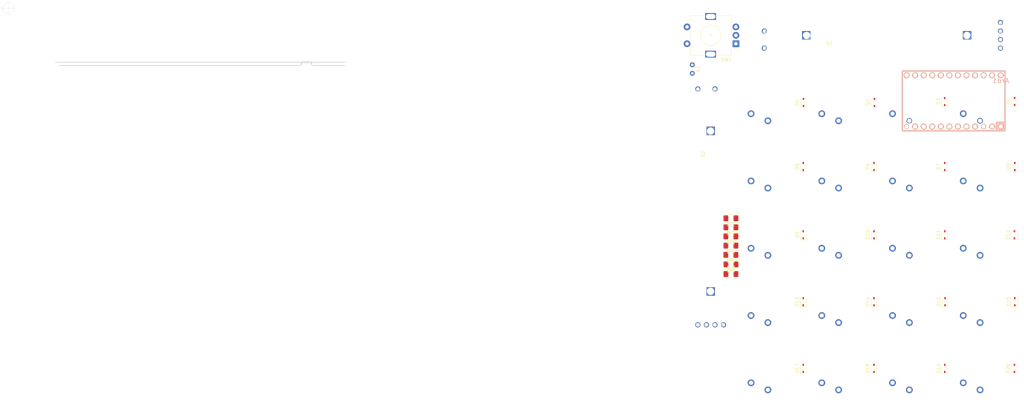
<source format=kicad_pcb>
(kicad_pcb (version 20171130) (host pcbnew "(5.1.0)-1")

  (general
    (thickness 1.6)
    (drawings 194)
    (tracks 20)
    (zones 0)
    (modules 52)
    (nets 58)
  )

  (page A4)
  (layers
    (0 F.Cu signal)
    (31 B.Cu signal)
    (32 B.Adhes user)
    (33 F.Adhes user)
    (34 B.Paste user)
    (35 F.Paste user)
    (36 B.SilkS user)
    (37 F.SilkS user)
    (38 B.Mask user)
    (39 F.Mask user)
    (40 Dwgs.User user)
    (41 Cmts.User user)
    (42 Eco1.User user)
    (43 Eco2.User user)
    (44 Edge.Cuts user)
    (45 Margin user)
    (46 B.CrtYd user)
    (47 F.CrtYd user)
    (48 B.Fab user)
    (49 F.Fab user)
  )

  (setup
    (last_trace_width 0.4)
    (trace_clearance 0.2)
    (zone_clearance 0.508)
    (zone_45_only no)
    (trace_min 0.4)
    (via_size 0.8)
    (via_drill 0.4)
    (via_min_size 0.4)
    (via_min_drill 0.3)
    (uvia_size 0.3)
    (uvia_drill 0.1)
    (uvias_allowed no)
    (uvia_min_size 0.2)
    (uvia_min_drill 0.1)
    (edge_width 0.05)
    (segment_width 0.2)
    (pcb_text_width 0.3)
    (pcb_text_size 1.5 1.5)
    (mod_edge_width 0.12)
    (mod_text_size 1 1)
    (mod_text_width 0.15)
    (pad_size 1.4 1.4)
    (pad_drill 1.0922)
    (pad_to_mask_clearance 0.051)
    (solder_mask_min_width 0.25)
    (aux_axis_origin 0 0)
    (visible_elements 7FFFFFFF)
    (pcbplotparams
      (layerselection 0x010fc_ffffffff)
      (usegerberextensions false)
      (usegerberattributes false)
      (usegerberadvancedattributes false)
      (creategerberjobfile false)
      (excludeedgelayer true)
      (linewidth 0.100000)
      (plotframeref false)
      (viasonmask false)
      (mode 1)
      (useauxorigin false)
      (hpglpennumber 1)
      (hpglpenspeed 20)
      (hpglpendiameter 15.000000)
      (psnegative false)
      (psa4output false)
      (plotreference true)
      (plotvalue true)
      (plotinvisibletext false)
      (padsonsilk false)
      (subtractmaskfromsilk false)
      (outputformat 1)
      (mirror false)
      (drillshape 1)
      (scaleselection 1)
      (outputdirectory ""))
  )

  (net 0 "")
  (net 1 C4)
  (net 2 C3)
  (net 3 C2)
  (net 4 C1)
  (net 5 R2)
  (net 6 R1)
  (net 7 R3)
  (net 8 R4)
  (net 9 R5)
  (net 10 "Net-(Ard1-Pad1)")
  (net 11 "Net-(Ard1-Pad2)")
  (net 12 EnGNDC1)
  (net 13 "Net-(Ard1-Pad4)")
  (net 14 "Net-(Ard1-Pad5)")
  (net 15 "Net-(Ard1-Pad6)")
  (net 16 SwEn2)
  (net 17 "Net-(Ard1-Pad24)")
  (net 18 "Net-(Ard1-Pad22)")
  (net 19 S1)
  (net 20 S2)
  (net 21 S2-2)
  (net 22 EnPWMA)
  (net 23 EnPWMB)
  (net 24 "Net-(S1-Pad6)")
  (net 25 "Net-(S1-Pad4)")
  (net 26 "Net-(S1-Pad3)")
  (net 27 "Net-(S2-Pad3)")
  (net 28 "Net-(S2-Pad4)")
  (net 29 "Net-(S2-Pad6)")
  (net 30 "Net-(Ard1-Pad3)")
  (net 31 "Net-(D1-Pad2)")
  (net 32 "Net-(D2-Pad2)")
  (net 33 "Net-(D3-Pad2)")
  (net 34 "Net-(D4-Pad2)")
  (net 35 "Net-(D5-Pad2)")
  (net 36 "Net-(D6-Pad2)")
  (net 37 "Net-(D7-Pad2)")
  (net 38 "Net-(D8-Pad2)")
  (net 39 "Net-(D9-Pad2)")
  (net 40 "Net-(D10-Pad2)")
  (net 41 "Net-(D11-Pad2)")
  (net 42 "Net-(D12-Pad2)")
  (net 43 "Net-(D13-Pad2)")
  (net 44 "Net-(D14-Pad2)")
  (net 45 "Net-(D15-Pad2)")
  (net 46 "Net-(D16-Pad2)")
  (net 47 "Net-(D17-Pad2)")
  (net 48 "Net-(D18-Pad2)")
  (net 49 "Net-(D19-Pad2)")
  (net 50 "Net-(D20-Pad2)")
  (net 51 "Net-(DI1-Pad2)")
  (net 52 "Net-(DI2-Pad2)")
  (net 53 "Net-(DI3-Pad2)")
  (net 54 "Net-(DI4-Pad2)")
  (net 55 "Net-(DI5-Pad2)")
  (net 56 "Net-(DI6-Pad2)")
  (net 57 "Net-(DI7-Pad2)")

  (net_class Default "This is the default net class."
    (clearance 0.2)
    (trace_width 0.4)
    (via_dia 0.8)
    (via_drill 0.4)
    (uvia_dia 0.3)
    (uvia_drill 0.1)
    (diff_pair_width 0.4)
    (diff_pair_gap 0.25)
    (add_net C1)
    (add_net C2)
    (add_net C3)
    (add_net C4)
    (add_net EnGNDC1)
    (add_net EnPWMA)
    (add_net EnPWMB)
    (add_net "Net-(Ard1-Pad1)")
    (add_net "Net-(Ard1-Pad2)")
    (add_net "Net-(Ard1-Pad22)")
    (add_net "Net-(Ard1-Pad24)")
    (add_net "Net-(Ard1-Pad3)")
    (add_net "Net-(Ard1-Pad4)")
    (add_net "Net-(Ard1-Pad5)")
    (add_net "Net-(Ard1-Pad6)")
    (add_net "Net-(D1-Pad2)")
    (add_net "Net-(D10-Pad2)")
    (add_net "Net-(D11-Pad2)")
    (add_net "Net-(D12-Pad2)")
    (add_net "Net-(D13-Pad2)")
    (add_net "Net-(D14-Pad2)")
    (add_net "Net-(D15-Pad2)")
    (add_net "Net-(D16-Pad2)")
    (add_net "Net-(D17-Pad2)")
    (add_net "Net-(D18-Pad2)")
    (add_net "Net-(D19-Pad2)")
    (add_net "Net-(D2-Pad2)")
    (add_net "Net-(D20-Pad2)")
    (add_net "Net-(D3-Pad2)")
    (add_net "Net-(D4-Pad2)")
    (add_net "Net-(D5-Pad2)")
    (add_net "Net-(D6-Pad2)")
    (add_net "Net-(D7-Pad2)")
    (add_net "Net-(D8-Pad2)")
    (add_net "Net-(D9-Pad2)")
    (add_net "Net-(DI1-Pad2)")
    (add_net "Net-(DI2-Pad2)")
    (add_net "Net-(DI3-Pad2)")
    (add_net "Net-(DI4-Pad2)")
    (add_net "Net-(DI5-Pad2)")
    (add_net "Net-(DI6-Pad2)")
    (add_net "Net-(DI7-Pad2)")
    (add_net "Net-(S1-Pad3)")
    (add_net "Net-(S1-Pad4)")
    (add_net "Net-(S1-Pad6)")
    (add_net "Net-(S2-Pad3)")
    (add_net "Net-(S2-Pad4)")
    (add_net "Net-(S2-Pad6)")
    (add_net R1)
    (add_net R2)
    (add_net R3)
    (add_net R4)
    (add_net R5)
    (add_net S1)
    (add_net S2)
    (add_net S2-2)
    (add_net SwEn2)
  )

  (module Keebio-Parts:Kailh-PG1350-1u-No-Clickhole-No-LED (layer F.Cu) (tedit 5C93C60D) (tstamp 5C9441AA)
    (at 288.5 107.5)
    (path /5CACF3C4)
    (fp_text reference U20 (at 0 -7.14375 180) (layer Dwgs.User)
      (effects (font (size 1.27 1.524) (thickness 0.2032)))
    )
    (fp_text value Kailhlowprofile (at 0 -5.08 180) (layer F.SilkS) hide
      (effects (font (size 1.27 1.524) (thickness 0.2032)))
    )
    (fp_line (start 7.5 -7.5) (end 7.5 7.5) (layer Eco2.User) (width 0.1524))
    (fp_line (start -7.5 -7.5) (end 7.5 -7.5) (layer Eco2.User) (width 0.1524))
    (fp_line (start -7.5 7.5) (end -7.5 -7.5) (layer Eco2.User) (width 0.1524))
    (fp_line (start 7.5 7.5) (end -7.5 7.5) (layer Eco2.User) (width 0.1524))
    (fp_line (start 9 -8.5) (end 9 8.5) (layer Dwgs.User) (width 0.1524))
    (fp_line (start -9 -8.5) (end 9 -8.5) (layer Dwgs.User) (width 0.1524))
    (fp_line (start -9 8.5) (end -9 -8.5) (layer Dwgs.User) (width 0.1524))
    (fp_line (start 9 8.5) (end -9 8.5) (layer Dwgs.User) (width 0.1524))
    (fp_line (start 6.9 -6.9) (end 6.9 6.9) (layer Cmts.User) (width 0.1524))
    (fp_line (start -6.9 -6.9) (end 6.9 -6.9) (layer Cmts.User) (width 0.1524))
    (fp_line (start -6.9 6.9) (end -6.9 -6.9) (layer Cmts.User) (width 0.1524))
    (fp_line (start 6.9 6.9) (end -6.9 6.9) (layer Cmts.User) (width 0.1524))
    (pad "" np_thru_hole circle (at 5.5 0 180) (size 1.7 1.7) (drill 1.7) (layers *.Cu))
    (pad "" np_thru_hole circle (at -5.5 0 180) (size 1.7 1.7) (drill 1.7) (layers *.Cu))
    (pad 2 thru_hole circle (at -5 3.8 41.9) (size 2 2) (drill 1.2) (layers *.Cu *.Mask)
      (net 1 C4))
    (pad 1 thru_hole circle (at 0 5.9 180) (size 2 2) (drill 1.2) (layers *.Cu *.Mask)
      (net 50 "Net-(D20-Pad2)"))
    (pad "" np_thru_hole circle (at 0 0 180) (size 3.4 3.4) (drill 3.4) (layers *.Cu))
    (model /Users/danny/Documents/proj/custom-keyboard/kicad-libs/3d_models/mx-switch.wrl
      (offset (xyz 7.4675998878479 7.4675998878479 5.943599910736085))
      (scale (xyz 0.4 0.4 0.4))
      (rotate (xyz 270 0 180))
    )
    (model /Users/danny/Documents/proj/custom-keyboard/kicad-libs/3d_models/SA-R3-1u.wrl
      (offset (xyz 0 0 11.93799982070923))
      (scale (xyz 0.394 0.394 0.394))
      (rotate (xyz 270 0 0))
    )
  )

  (module Keebio-Parts:Kailh-PG1350-1u-No-Clickhole-No-LED (layer F.Cu) (tedit 5C93C60D) (tstamp 5C944195)
    (at 267.5 107.5)
    (path /5CACF3BE)
    (fp_text reference U19 (at 0 -7.14375 180) (layer Dwgs.User)
      (effects (font (size 1.27 1.524) (thickness 0.2032)))
    )
    (fp_text value Kailhlowprofile (at 0 -5.08 180) (layer F.SilkS) hide
      (effects (font (size 1.27 1.524) (thickness 0.2032)))
    )
    (fp_line (start 7.5 -7.5) (end 7.5 7.5) (layer Eco2.User) (width 0.1524))
    (fp_line (start -7.5 -7.5) (end 7.5 -7.5) (layer Eco2.User) (width 0.1524))
    (fp_line (start -7.5 7.5) (end -7.5 -7.5) (layer Eco2.User) (width 0.1524))
    (fp_line (start 7.5 7.5) (end -7.5 7.5) (layer Eco2.User) (width 0.1524))
    (fp_line (start 9 -8.5) (end 9 8.5) (layer Dwgs.User) (width 0.1524))
    (fp_line (start -9 -8.5) (end 9 -8.5) (layer Dwgs.User) (width 0.1524))
    (fp_line (start -9 8.5) (end -9 -8.5) (layer Dwgs.User) (width 0.1524))
    (fp_line (start 9 8.5) (end -9 8.5) (layer Dwgs.User) (width 0.1524))
    (fp_line (start 6.9 -6.9) (end 6.9 6.9) (layer Cmts.User) (width 0.1524))
    (fp_line (start -6.9 -6.9) (end 6.9 -6.9) (layer Cmts.User) (width 0.1524))
    (fp_line (start -6.9 6.9) (end -6.9 -6.9) (layer Cmts.User) (width 0.1524))
    (fp_line (start 6.9 6.9) (end -6.9 6.9) (layer Cmts.User) (width 0.1524))
    (pad "" np_thru_hole circle (at 5.5 0 180) (size 1.7 1.7) (drill 1.7) (layers *.Cu))
    (pad "" np_thru_hole circle (at -5.5 0 180) (size 1.7 1.7) (drill 1.7) (layers *.Cu))
    (pad 2 thru_hole circle (at -5 3.8 41.9) (size 2 2) (drill 1.2) (layers *.Cu *.Mask)
      (net 2 C3))
    (pad 1 thru_hole circle (at 0 5.9 180) (size 2 2) (drill 1.2) (layers *.Cu *.Mask)
      (net 49 "Net-(D19-Pad2)"))
    (pad "" np_thru_hole circle (at 0 0 180) (size 3.4 3.4) (drill 3.4) (layers *.Cu))
    (model /Users/danny/Documents/proj/custom-keyboard/kicad-libs/3d_models/mx-switch.wrl
      (offset (xyz 7.4675998878479 7.4675998878479 5.943599910736085))
      (scale (xyz 0.4 0.4 0.4))
      (rotate (xyz 270 0 180))
    )
    (model /Users/danny/Documents/proj/custom-keyboard/kicad-libs/3d_models/SA-R3-1u.wrl
      (offset (xyz 0 0 11.93799982070923))
      (scale (xyz 0.394 0.394 0.394))
      (rotate (xyz 270 0 0))
    )
  )

  (module Keebio-Parts:Kailh-PG1350-1u-No-Clickhole-No-LED (layer F.Cu) (tedit 5C93C60D) (tstamp 5C944180)
    (at 246.5 107.5)
    (path /5CACF3B8)
    (fp_text reference U18 (at 0 -7.14375 180) (layer Dwgs.User)
      (effects (font (size 1.27 1.524) (thickness 0.2032)))
    )
    (fp_text value Kailhlowprofile (at 0 -5.08 180) (layer F.SilkS) hide
      (effects (font (size 1.27 1.524) (thickness 0.2032)))
    )
    (fp_line (start 7.5 -7.5) (end 7.5 7.5) (layer Eco2.User) (width 0.1524))
    (fp_line (start -7.5 -7.5) (end 7.5 -7.5) (layer Eco2.User) (width 0.1524))
    (fp_line (start -7.5 7.5) (end -7.5 -7.5) (layer Eco2.User) (width 0.1524))
    (fp_line (start 7.5 7.5) (end -7.5 7.5) (layer Eco2.User) (width 0.1524))
    (fp_line (start 9 -8.5) (end 9 8.5) (layer Dwgs.User) (width 0.1524))
    (fp_line (start -9 -8.5) (end 9 -8.5) (layer Dwgs.User) (width 0.1524))
    (fp_line (start -9 8.5) (end -9 -8.5) (layer Dwgs.User) (width 0.1524))
    (fp_line (start 9 8.5) (end -9 8.5) (layer Dwgs.User) (width 0.1524))
    (fp_line (start 6.9 -6.9) (end 6.9 6.9) (layer Cmts.User) (width 0.1524))
    (fp_line (start -6.9 -6.9) (end 6.9 -6.9) (layer Cmts.User) (width 0.1524))
    (fp_line (start -6.9 6.9) (end -6.9 -6.9) (layer Cmts.User) (width 0.1524))
    (fp_line (start 6.9 6.9) (end -6.9 6.9) (layer Cmts.User) (width 0.1524))
    (pad "" np_thru_hole circle (at 5.5 0 180) (size 1.7 1.7) (drill 1.7) (layers *.Cu))
    (pad "" np_thru_hole circle (at -5.5 0 180) (size 1.7 1.7) (drill 1.7) (layers *.Cu))
    (pad 2 thru_hole circle (at -5 3.8 41.9) (size 2 2) (drill 1.2) (layers *.Cu *.Mask)
      (net 3 C2))
    (pad 1 thru_hole circle (at 0 5.9 180) (size 2 2) (drill 1.2) (layers *.Cu *.Mask)
      (net 48 "Net-(D18-Pad2)"))
    (pad "" np_thru_hole circle (at 0 0 180) (size 3.4 3.4) (drill 3.4) (layers *.Cu))
    (model /Users/danny/Documents/proj/custom-keyboard/kicad-libs/3d_models/mx-switch.wrl
      (offset (xyz 7.4675998878479 7.4675998878479 5.943599910736085))
      (scale (xyz 0.4 0.4 0.4))
      (rotate (xyz 270 0 180))
    )
    (model /Users/danny/Documents/proj/custom-keyboard/kicad-libs/3d_models/SA-R3-1u.wrl
      (offset (xyz 0 0 11.93799982070923))
      (scale (xyz 0.394 0.394 0.394))
      (rotate (xyz 270 0 0))
    )
  )

  (module Keebio-Parts:Kailh-PG1350-1u-No-Clickhole-No-LED (layer F.Cu) (tedit 5C93C60D) (tstamp 5C94416B)
    (at 225.5 107.5)
    (path /5CACF3B2)
    (fp_text reference U17 (at 0 -7.14375 180) (layer Dwgs.User)
      (effects (font (size 1.27 1.524) (thickness 0.2032)))
    )
    (fp_text value Kailhlowprofile (at 0 -5.08 180) (layer F.SilkS) hide
      (effects (font (size 1.27 1.524) (thickness 0.2032)))
    )
    (fp_line (start 7.5 -7.5) (end 7.5 7.5) (layer Eco2.User) (width 0.1524))
    (fp_line (start -7.5 -7.5) (end 7.5 -7.5) (layer Eco2.User) (width 0.1524))
    (fp_line (start -7.5 7.5) (end -7.5 -7.5) (layer Eco2.User) (width 0.1524))
    (fp_line (start 7.5 7.5) (end -7.5 7.5) (layer Eco2.User) (width 0.1524))
    (fp_line (start 9 -8.5) (end 9 8.5) (layer Dwgs.User) (width 0.1524))
    (fp_line (start -9 -8.5) (end 9 -8.5) (layer Dwgs.User) (width 0.1524))
    (fp_line (start -9 8.5) (end -9 -8.5) (layer Dwgs.User) (width 0.1524))
    (fp_line (start 9 8.5) (end -9 8.5) (layer Dwgs.User) (width 0.1524))
    (fp_line (start 6.9 -6.9) (end 6.9 6.9) (layer Cmts.User) (width 0.1524))
    (fp_line (start -6.9 -6.9) (end 6.9 -6.9) (layer Cmts.User) (width 0.1524))
    (fp_line (start -6.9 6.9) (end -6.9 -6.9) (layer Cmts.User) (width 0.1524))
    (fp_line (start 6.9 6.9) (end -6.9 6.9) (layer Cmts.User) (width 0.1524))
    (pad "" np_thru_hole circle (at 5.5 0 180) (size 1.7 1.7) (drill 1.7) (layers *.Cu))
    (pad "" np_thru_hole circle (at -5.5 0 180) (size 1.7 1.7) (drill 1.7) (layers *.Cu))
    (pad 2 thru_hole circle (at -5 3.8 41.9) (size 2 2) (drill 1.2) (layers *.Cu *.Mask)
      (net 4 C1))
    (pad 1 thru_hole circle (at 0 5.9 180) (size 2 2) (drill 1.2) (layers *.Cu *.Mask)
      (net 47 "Net-(D17-Pad2)"))
    (pad "" np_thru_hole circle (at 0 0 180) (size 3.4 3.4) (drill 3.4) (layers *.Cu))
    (model /Users/danny/Documents/proj/custom-keyboard/kicad-libs/3d_models/mx-switch.wrl
      (offset (xyz 7.4675998878479 7.4675998878479 5.943599910736085))
      (scale (xyz 0.4 0.4 0.4))
      (rotate (xyz 270 0 180))
    )
    (model /Users/danny/Documents/proj/custom-keyboard/kicad-libs/3d_models/SA-R3-1u.wrl
      (offset (xyz 0 0 11.93799982070923))
      (scale (xyz 0.394 0.394 0.394))
      (rotate (xyz 270 0 0))
    )
  )

  (module Keebio-Parts:Kailh-PG1350-1u-No-Clickhole-No-LED (layer F.Cu) (tedit 5C93C60D) (tstamp 5C944156)
    (at 288.5 87.5)
    (path /5CAC9286)
    (fp_text reference U16 (at 0 -7.14375 180) (layer Dwgs.User)
      (effects (font (size 1.27 1.524) (thickness 0.2032)))
    )
    (fp_text value Kailhlowprofile (at 0 -5.08 180) (layer F.SilkS) hide
      (effects (font (size 1.27 1.524) (thickness 0.2032)))
    )
    (fp_line (start 7.5 -7.5) (end 7.5 7.5) (layer Eco2.User) (width 0.1524))
    (fp_line (start -7.5 -7.5) (end 7.5 -7.5) (layer Eco2.User) (width 0.1524))
    (fp_line (start -7.5 7.5) (end -7.5 -7.5) (layer Eco2.User) (width 0.1524))
    (fp_line (start 7.5 7.5) (end -7.5 7.5) (layer Eco2.User) (width 0.1524))
    (fp_line (start 9 -8.5) (end 9 8.5) (layer Dwgs.User) (width 0.1524))
    (fp_line (start -9 -8.5) (end 9 -8.5) (layer Dwgs.User) (width 0.1524))
    (fp_line (start -9 8.5) (end -9 -8.5) (layer Dwgs.User) (width 0.1524))
    (fp_line (start 9 8.5) (end -9 8.5) (layer Dwgs.User) (width 0.1524))
    (fp_line (start 6.9 -6.9) (end 6.9 6.9) (layer Cmts.User) (width 0.1524))
    (fp_line (start -6.9 -6.9) (end 6.9 -6.9) (layer Cmts.User) (width 0.1524))
    (fp_line (start -6.9 6.9) (end -6.9 -6.9) (layer Cmts.User) (width 0.1524))
    (fp_line (start 6.9 6.9) (end -6.9 6.9) (layer Cmts.User) (width 0.1524))
    (pad "" np_thru_hole circle (at 5.5 0 180) (size 1.7 1.7) (drill 1.7) (layers *.Cu))
    (pad "" np_thru_hole circle (at -5.5 0 180) (size 1.7 1.7) (drill 1.7) (layers *.Cu))
    (pad 2 thru_hole circle (at -5 3.8 41.9) (size 2 2) (drill 1.2) (layers *.Cu *.Mask)
      (net 1 C4))
    (pad 1 thru_hole circle (at 0 5.9 180) (size 2 2) (drill 1.2) (layers *.Cu *.Mask)
      (net 46 "Net-(D16-Pad2)"))
    (pad "" np_thru_hole circle (at 0 0 180) (size 3.4 3.4) (drill 3.4) (layers *.Cu))
    (model /Users/danny/Documents/proj/custom-keyboard/kicad-libs/3d_models/mx-switch.wrl
      (offset (xyz 7.4675998878479 7.4675998878479 5.943599910736085))
      (scale (xyz 0.4 0.4 0.4))
      (rotate (xyz 270 0 180))
    )
    (model /Users/danny/Documents/proj/custom-keyboard/kicad-libs/3d_models/SA-R3-1u.wrl
      (offset (xyz 0 0 11.93799982070923))
      (scale (xyz 0.394 0.394 0.394))
      (rotate (xyz 270 0 0))
    )
  )

  (module Keebio-Parts:Kailh-PG1350-1u-No-Clickhole-No-LED (layer F.Cu) (tedit 5C93C60D) (tstamp 5C944141)
    (at 267.5 87.5)
    (path /5CAC9280)
    (fp_text reference U15 (at 0 -7.14375 180) (layer Dwgs.User)
      (effects (font (size 1.27 1.524) (thickness 0.2032)))
    )
    (fp_text value Kailhlowprofile (at 0 -5.08 180) (layer F.SilkS) hide
      (effects (font (size 1.27 1.524) (thickness 0.2032)))
    )
    (fp_line (start 7.5 -7.5) (end 7.5 7.5) (layer Eco2.User) (width 0.1524))
    (fp_line (start -7.5 -7.5) (end 7.5 -7.5) (layer Eco2.User) (width 0.1524))
    (fp_line (start -7.5 7.5) (end -7.5 -7.5) (layer Eco2.User) (width 0.1524))
    (fp_line (start 7.5 7.5) (end -7.5 7.5) (layer Eco2.User) (width 0.1524))
    (fp_line (start 9 -8.5) (end 9 8.5) (layer Dwgs.User) (width 0.1524))
    (fp_line (start -9 -8.5) (end 9 -8.5) (layer Dwgs.User) (width 0.1524))
    (fp_line (start -9 8.5) (end -9 -8.5) (layer Dwgs.User) (width 0.1524))
    (fp_line (start 9 8.5) (end -9 8.5) (layer Dwgs.User) (width 0.1524))
    (fp_line (start 6.9 -6.9) (end 6.9 6.9) (layer Cmts.User) (width 0.1524))
    (fp_line (start -6.9 -6.9) (end 6.9 -6.9) (layer Cmts.User) (width 0.1524))
    (fp_line (start -6.9 6.9) (end -6.9 -6.9) (layer Cmts.User) (width 0.1524))
    (fp_line (start 6.9 6.9) (end -6.9 6.9) (layer Cmts.User) (width 0.1524))
    (pad "" np_thru_hole circle (at 5.5 0 180) (size 1.7 1.7) (drill 1.7) (layers *.Cu))
    (pad "" np_thru_hole circle (at -5.5 0 180) (size 1.7 1.7) (drill 1.7) (layers *.Cu))
    (pad 2 thru_hole circle (at -5 3.8 41.9) (size 2 2) (drill 1.2) (layers *.Cu *.Mask)
      (net 2 C3))
    (pad 1 thru_hole circle (at 0 5.9 180) (size 2 2) (drill 1.2) (layers *.Cu *.Mask)
      (net 45 "Net-(D15-Pad2)"))
    (pad "" np_thru_hole circle (at 0 0 180) (size 3.4 3.4) (drill 3.4) (layers *.Cu))
    (model /Users/danny/Documents/proj/custom-keyboard/kicad-libs/3d_models/mx-switch.wrl
      (offset (xyz 7.4675998878479 7.4675998878479 5.943599910736085))
      (scale (xyz 0.4 0.4 0.4))
      (rotate (xyz 270 0 180))
    )
    (model /Users/danny/Documents/proj/custom-keyboard/kicad-libs/3d_models/SA-R3-1u.wrl
      (offset (xyz 0 0 11.93799982070923))
      (scale (xyz 0.394 0.394 0.394))
      (rotate (xyz 270 0 0))
    )
  )

  (module Keebio-Parts:Kailh-PG1350-1u-No-Clickhole-No-LED (layer F.Cu) (tedit 5C93C60D) (tstamp 5C94412C)
    (at 246.5 87.5)
    (path /5CAC927A)
    (fp_text reference U14 (at 0 -7.14375 180) (layer Dwgs.User)
      (effects (font (size 1.27 1.524) (thickness 0.2032)))
    )
    (fp_text value Kailhlowprofile (at 0 -5.08 180) (layer F.SilkS) hide
      (effects (font (size 1.27 1.524) (thickness 0.2032)))
    )
    (fp_line (start 7.5 -7.5) (end 7.5 7.5) (layer Eco2.User) (width 0.1524))
    (fp_line (start -7.5 -7.5) (end 7.5 -7.5) (layer Eco2.User) (width 0.1524))
    (fp_line (start -7.5 7.5) (end -7.5 -7.5) (layer Eco2.User) (width 0.1524))
    (fp_line (start 7.5 7.5) (end -7.5 7.5) (layer Eco2.User) (width 0.1524))
    (fp_line (start 9 -8.5) (end 9 8.5) (layer Dwgs.User) (width 0.1524))
    (fp_line (start -9 -8.5) (end 9 -8.5) (layer Dwgs.User) (width 0.1524))
    (fp_line (start -9 8.5) (end -9 -8.5) (layer Dwgs.User) (width 0.1524))
    (fp_line (start 9 8.5) (end -9 8.5) (layer Dwgs.User) (width 0.1524))
    (fp_line (start 6.9 -6.9) (end 6.9 6.9) (layer Cmts.User) (width 0.1524))
    (fp_line (start -6.9 -6.9) (end 6.9 -6.9) (layer Cmts.User) (width 0.1524))
    (fp_line (start -6.9 6.9) (end -6.9 -6.9) (layer Cmts.User) (width 0.1524))
    (fp_line (start 6.9 6.9) (end -6.9 6.9) (layer Cmts.User) (width 0.1524))
    (pad "" np_thru_hole circle (at 5.5 0 180) (size 1.7 1.7) (drill 1.7) (layers *.Cu))
    (pad "" np_thru_hole circle (at -5.5 0 180) (size 1.7 1.7) (drill 1.7) (layers *.Cu))
    (pad 2 thru_hole circle (at -5 3.8 41.9) (size 2 2) (drill 1.2) (layers *.Cu *.Mask)
      (net 3 C2))
    (pad 1 thru_hole circle (at 0 5.9 180) (size 2 2) (drill 1.2) (layers *.Cu *.Mask)
      (net 44 "Net-(D14-Pad2)"))
    (pad "" np_thru_hole circle (at 0 0 180) (size 3.4 3.4) (drill 3.4) (layers *.Cu))
    (model /Users/danny/Documents/proj/custom-keyboard/kicad-libs/3d_models/mx-switch.wrl
      (offset (xyz 7.4675998878479 7.4675998878479 5.943599910736085))
      (scale (xyz 0.4 0.4 0.4))
      (rotate (xyz 270 0 180))
    )
    (model /Users/danny/Documents/proj/custom-keyboard/kicad-libs/3d_models/SA-R3-1u.wrl
      (offset (xyz 0 0 11.93799982070923))
      (scale (xyz 0.394 0.394 0.394))
      (rotate (xyz 270 0 0))
    )
  )

  (module Keebio-Parts:Kailh-PG1350-1u-No-Clickhole-No-LED (layer F.Cu) (tedit 5C93C60D) (tstamp 5C944117)
    (at 225.5 87.5)
    (path /5CAC9274)
    (fp_text reference U13 (at 0 -7.14375 180) (layer Dwgs.User)
      (effects (font (size 1.27 1.524) (thickness 0.2032)))
    )
    (fp_text value Kailhlowprofile (at 0 -5.08 180) (layer F.SilkS) hide
      (effects (font (size 1.27 1.524) (thickness 0.2032)))
    )
    (fp_line (start 7.5 -7.5) (end 7.5 7.5) (layer Eco2.User) (width 0.1524))
    (fp_line (start -7.5 -7.5) (end 7.5 -7.5) (layer Eco2.User) (width 0.1524))
    (fp_line (start -7.5 7.5) (end -7.5 -7.5) (layer Eco2.User) (width 0.1524))
    (fp_line (start 7.5 7.5) (end -7.5 7.5) (layer Eco2.User) (width 0.1524))
    (fp_line (start 9 -8.5) (end 9 8.5) (layer Dwgs.User) (width 0.1524))
    (fp_line (start -9 -8.5) (end 9 -8.5) (layer Dwgs.User) (width 0.1524))
    (fp_line (start -9 8.5) (end -9 -8.5) (layer Dwgs.User) (width 0.1524))
    (fp_line (start 9 8.5) (end -9 8.5) (layer Dwgs.User) (width 0.1524))
    (fp_line (start 6.9 -6.9) (end 6.9 6.9) (layer Cmts.User) (width 0.1524))
    (fp_line (start -6.9 -6.9) (end 6.9 -6.9) (layer Cmts.User) (width 0.1524))
    (fp_line (start -6.9 6.9) (end -6.9 -6.9) (layer Cmts.User) (width 0.1524))
    (fp_line (start 6.9 6.9) (end -6.9 6.9) (layer Cmts.User) (width 0.1524))
    (pad "" np_thru_hole circle (at 5.5 0 180) (size 1.7 1.7) (drill 1.7) (layers *.Cu))
    (pad "" np_thru_hole circle (at -5.5 0 180) (size 1.7 1.7) (drill 1.7) (layers *.Cu))
    (pad 2 thru_hole circle (at -5 3.8 41.9) (size 2 2) (drill 1.2) (layers *.Cu *.Mask)
      (net 4 C1))
    (pad 1 thru_hole circle (at 0 5.9 180) (size 2 2) (drill 1.2) (layers *.Cu *.Mask)
      (net 43 "Net-(D13-Pad2)"))
    (pad "" np_thru_hole circle (at 0 0 180) (size 3.4 3.4) (drill 3.4) (layers *.Cu))
    (model /Users/danny/Documents/proj/custom-keyboard/kicad-libs/3d_models/mx-switch.wrl
      (offset (xyz 7.4675998878479 7.4675998878479 5.943599910736085))
      (scale (xyz 0.4 0.4 0.4))
      (rotate (xyz 270 0 180))
    )
    (model /Users/danny/Documents/proj/custom-keyboard/kicad-libs/3d_models/SA-R3-1u.wrl
      (offset (xyz 0 0 11.93799982070923))
      (scale (xyz 0.394 0.394 0.394))
      (rotate (xyz 270 0 0))
    )
  )

  (module Keebio-Parts:Kailh-PG1350-1u-No-Clickhole-No-LED (layer F.Cu) (tedit 5C93C60D) (tstamp 5C944102)
    (at 288.5 67.5)
    (path /5CAC310B)
    (fp_text reference U12 (at 0 -7.14375 180) (layer Dwgs.User)
      (effects (font (size 1.27 1.524) (thickness 0.2032)))
    )
    (fp_text value Kailhlowprofile (at 0 -5.08 180) (layer F.SilkS) hide
      (effects (font (size 1.27 1.524) (thickness 0.2032)))
    )
    (fp_line (start 7.5 -7.5) (end 7.5 7.5) (layer Eco2.User) (width 0.1524))
    (fp_line (start -7.5 -7.5) (end 7.5 -7.5) (layer Eco2.User) (width 0.1524))
    (fp_line (start -7.5 7.5) (end -7.5 -7.5) (layer Eco2.User) (width 0.1524))
    (fp_line (start 7.5 7.5) (end -7.5 7.5) (layer Eco2.User) (width 0.1524))
    (fp_line (start 9 -8.5) (end 9 8.5) (layer Dwgs.User) (width 0.1524))
    (fp_line (start -9 -8.5) (end 9 -8.5) (layer Dwgs.User) (width 0.1524))
    (fp_line (start -9 8.5) (end -9 -8.5) (layer Dwgs.User) (width 0.1524))
    (fp_line (start 9 8.5) (end -9 8.5) (layer Dwgs.User) (width 0.1524))
    (fp_line (start 6.9 -6.9) (end 6.9 6.9) (layer Cmts.User) (width 0.1524))
    (fp_line (start -6.9 -6.9) (end 6.9 -6.9) (layer Cmts.User) (width 0.1524))
    (fp_line (start -6.9 6.9) (end -6.9 -6.9) (layer Cmts.User) (width 0.1524))
    (fp_line (start 6.9 6.9) (end -6.9 6.9) (layer Cmts.User) (width 0.1524))
    (pad "" np_thru_hole circle (at 5.5 0 180) (size 1.7 1.7) (drill 1.7) (layers *.Cu))
    (pad "" np_thru_hole circle (at -5.5 0 180) (size 1.7 1.7) (drill 1.7) (layers *.Cu))
    (pad 2 thru_hole circle (at -5 3.8 41.9) (size 2 2) (drill 1.2) (layers *.Cu *.Mask)
      (net 1 C4))
    (pad 1 thru_hole circle (at 0 5.9 180) (size 2 2) (drill 1.2) (layers *.Cu *.Mask)
      (net 42 "Net-(D12-Pad2)"))
    (pad "" np_thru_hole circle (at 0 0 180) (size 3.4 3.4) (drill 3.4) (layers *.Cu))
    (model /Users/danny/Documents/proj/custom-keyboard/kicad-libs/3d_models/mx-switch.wrl
      (offset (xyz 7.4675998878479 7.4675998878479 5.943599910736085))
      (scale (xyz 0.4 0.4 0.4))
      (rotate (xyz 270 0 180))
    )
    (model /Users/danny/Documents/proj/custom-keyboard/kicad-libs/3d_models/SA-R3-1u.wrl
      (offset (xyz 0 0 11.93799982070923))
      (scale (xyz 0.394 0.394 0.394))
      (rotate (xyz 270 0 0))
    )
  )

  (module Keebio-Parts:Kailh-PG1350-1u-No-Clickhole-No-LED (layer F.Cu) (tedit 5C93C60D) (tstamp 5C9440ED)
    (at 267.5 67.5)
    (path /5CAC3105)
    (fp_text reference U11 (at 0 -7.14375 180) (layer Dwgs.User)
      (effects (font (size 1.27 1.524) (thickness 0.2032)))
    )
    (fp_text value Kailhlowprofile (at 0 -5.08 180) (layer F.SilkS) hide
      (effects (font (size 1.27 1.524) (thickness 0.2032)))
    )
    (fp_line (start 7.5 -7.5) (end 7.5 7.5) (layer Eco2.User) (width 0.1524))
    (fp_line (start -7.5 -7.5) (end 7.5 -7.5) (layer Eco2.User) (width 0.1524))
    (fp_line (start -7.5 7.5) (end -7.5 -7.5) (layer Eco2.User) (width 0.1524))
    (fp_line (start 7.5 7.5) (end -7.5 7.5) (layer Eco2.User) (width 0.1524))
    (fp_line (start 9 -8.5) (end 9 8.5) (layer Dwgs.User) (width 0.1524))
    (fp_line (start -9 -8.5) (end 9 -8.5) (layer Dwgs.User) (width 0.1524))
    (fp_line (start -9 8.5) (end -9 -8.5) (layer Dwgs.User) (width 0.1524))
    (fp_line (start 9 8.5) (end -9 8.5) (layer Dwgs.User) (width 0.1524))
    (fp_line (start 6.9 -6.9) (end 6.9 6.9) (layer Cmts.User) (width 0.1524))
    (fp_line (start -6.9 -6.9) (end 6.9 -6.9) (layer Cmts.User) (width 0.1524))
    (fp_line (start -6.9 6.9) (end -6.9 -6.9) (layer Cmts.User) (width 0.1524))
    (fp_line (start 6.9 6.9) (end -6.9 6.9) (layer Cmts.User) (width 0.1524))
    (pad "" np_thru_hole circle (at 5.5 0 180) (size 1.7 1.7) (drill 1.7) (layers *.Cu))
    (pad "" np_thru_hole circle (at -5.5 0 180) (size 1.7 1.7) (drill 1.7) (layers *.Cu))
    (pad 2 thru_hole circle (at -5 3.8 41.9) (size 2 2) (drill 1.2) (layers *.Cu *.Mask)
      (net 2 C3))
    (pad 1 thru_hole circle (at 0 5.9 180) (size 2 2) (drill 1.2) (layers *.Cu *.Mask)
      (net 41 "Net-(D11-Pad2)"))
    (pad "" np_thru_hole circle (at 0 0 180) (size 3.4 3.4) (drill 3.4) (layers *.Cu))
    (model /Users/danny/Documents/proj/custom-keyboard/kicad-libs/3d_models/mx-switch.wrl
      (offset (xyz 7.4675998878479 7.4675998878479 5.943599910736085))
      (scale (xyz 0.4 0.4 0.4))
      (rotate (xyz 270 0 180))
    )
    (model /Users/danny/Documents/proj/custom-keyboard/kicad-libs/3d_models/SA-R3-1u.wrl
      (offset (xyz 0 0 11.93799982070923))
      (scale (xyz 0.394 0.394 0.394))
      (rotate (xyz 270 0 0))
    )
  )

  (module Keebio-Parts:Kailh-PG1350-1u-No-Clickhole-No-LED (layer F.Cu) (tedit 5C93C60D) (tstamp 5C9440D8)
    (at 246.5 67.5)
    (path /5CAC30FF)
    (fp_text reference U10 (at 0 -7.14375 180) (layer Dwgs.User)
      (effects (font (size 1.27 1.524) (thickness 0.2032)))
    )
    (fp_text value Kailhlowprofile (at 0 -5.08 180) (layer F.SilkS) hide
      (effects (font (size 1.27 1.524) (thickness 0.2032)))
    )
    (fp_line (start 7.5 -7.5) (end 7.5 7.5) (layer Eco2.User) (width 0.1524))
    (fp_line (start -7.5 -7.5) (end 7.5 -7.5) (layer Eco2.User) (width 0.1524))
    (fp_line (start -7.5 7.5) (end -7.5 -7.5) (layer Eco2.User) (width 0.1524))
    (fp_line (start 7.5 7.5) (end -7.5 7.5) (layer Eco2.User) (width 0.1524))
    (fp_line (start 9 -8.5) (end 9 8.5) (layer Dwgs.User) (width 0.1524))
    (fp_line (start -9 -8.5) (end 9 -8.5) (layer Dwgs.User) (width 0.1524))
    (fp_line (start -9 8.5) (end -9 -8.5) (layer Dwgs.User) (width 0.1524))
    (fp_line (start 9 8.5) (end -9 8.5) (layer Dwgs.User) (width 0.1524))
    (fp_line (start 6.9 -6.9) (end 6.9 6.9) (layer Cmts.User) (width 0.1524))
    (fp_line (start -6.9 -6.9) (end 6.9 -6.9) (layer Cmts.User) (width 0.1524))
    (fp_line (start -6.9 6.9) (end -6.9 -6.9) (layer Cmts.User) (width 0.1524))
    (fp_line (start 6.9 6.9) (end -6.9 6.9) (layer Cmts.User) (width 0.1524))
    (pad "" np_thru_hole circle (at 5.5 0 180) (size 1.7 1.7) (drill 1.7) (layers *.Cu))
    (pad "" np_thru_hole circle (at -5.5 0 180) (size 1.7 1.7) (drill 1.7) (layers *.Cu))
    (pad 2 thru_hole circle (at -5 3.8 41.9) (size 2 2) (drill 1.2) (layers *.Cu *.Mask)
      (net 3 C2))
    (pad 1 thru_hole circle (at 0 5.9 180) (size 2 2) (drill 1.2) (layers *.Cu *.Mask)
      (net 40 "Net-(D10-Pad2)"))
    (pad "" np_thru_hole circle (at 0 0 180) (size 3.4 3.4) (drill 3.4) (layers *.Cu))
    (model /Users/danny/Documents/proj/custom-keyboard/kicad-libs/3d_models/mx-switch.wrl
      (offset (xyz 7.4675998878479 7.4675998878479 5.943599910736085))
      (scale (xyz 0.4 0.4 0.4))
      (rotate (xyz 270 0 180))
    )
    (model /Users/danny/Documents/proj/custom-keyboard/kicad-libs/3d_models/SA-R3-1u.wrl
      (offset (xyz 0 0 11.93799982070923))
      (scale (xyz 0.394 0.394 0.394))
      (rotate (xyz 270 0 0))
    )
  )

  (module Keebio-Parts:Kailh-PG1350-1u-No-Clickhole-No-LED (layer F.Cu) (tedit 5C93C60D) (tstamp 5C9440C3)
    (at 225.5 67.5)
    (path /5CAC30F9)
    (fp_text reference U9 (at 0 -7.14375 180) (layer Dwgs.User)
      (effects (font (size 1.27 1.524) (thickness 0.2032)))
    )
    (fp_text value Kailhlowprofile (at 0 -5.08 180) (layer F.SilkS) hide
      (effects (font (size 1.27 1.524) (thickness 0.2032)))
    )
    (fp_line (start 7.5 -7.5) (end 7.5 7.5) (layer Eco2.User) (width 0.1524))
    (fp_line (start -7.5 -7.5) (end 7.5 -7.5) (layer Eco2.User) (width 0.1524))
    (fp_line (start -7.5 7.5) (end -7.5 -7.5) (layer Eco2.User) (width 0.1524))
    (fp_line (start 7.5 7.5) (end -7.5 7.5) (layer Eco2.User) (width 0.1524))
    (fp_line (start 9 -8.5) (end 9 8.5) (layer Dwgs.User) (width 0.1524))
    (fp_line (start -9 -8.5) (end 9 -8.5) (layer Dwgs.User) (width 0.1524))
    (fp_line (start -9 8.5) (end -9 -8.5) (layer Dwgs.User) (width 0.1524))
    (fp_line (start 9 8.5) (end -9 8.5) (layer Dwgs.User) (width 0.1524))
    (fp_line (start 6.9 -6.9) (end 6.9 6.9) (layer Cmts.User) (width 0.1524))
    (fp_line (start -6.9 -6.9) (end 6.9 -6.9) (layer Cmts.User) (width 0.1524))
    (fp_line (start -6.9 6.9) (end -6.9 -6.9) (layer Cmts.User) (width 0.1524))
    (fp_line (start 6.9 6.9) (end -6.9 6.9) (layer Cmts.User) (width 0.1524))
    (pad "" np_thru_hole circle (at 5.5 0 180) (size 1.7 1.7) (drill 1.7) (layers *.Cu))
    (pad "" np_thru_hole circle (at -5.5 0 180) (size 1.7 1.7) (drill 1.7) (layers *.Cu))
    (pad 2 thru_hole circle (at -5 3.8 41.9) (size 2 2) (drill 1.2) (layers *.Cu *.Mask)
      (net 4 C1))
    (pad 1 thru_hole circle (at 0 5.9 180) (size 2 2) (drill 1.2) (layers *.Cu *.Mask)
      (net 39 "Net-(D9-Pad2)"))
    (pad "" np_thru_hole circle (at 0 0 180) (size 3.4 3.4) (drill 3.4) (layers *.Cu))
    (model /Users/danny/Documents/proj/custom-keyboard/kicad-libs/3d_models/mx-switch.wrl
      (offset (xyz 7.4675998878479 7.4675998878479 5.943599910736085))
      (scale (xyz 0.4 0.4 0.4))
      (rotate (xyz 270 0 180))
    )
    (model /Users/danny/Documents/proj/custom-keyboard/kicad-libs/3d_models/SA-R3-1u.wrl
      (offset (xyz 0 0 11.93799982070923))
      (scale (xyz 0.394 0.394 0.394))
      (rotate (xyz 270 0 0))
    )
  )

  (module Keebio-Parts:Kailh-PG1350-1u-No-Clickhole-No-LED (layer F.Cu) (tedit 5C93C60D) (tstamp 5C9440AE)
    (at 288.5 47.5)
    (path /5CABEE92)
    (fp_text reference U8 (at 0 -7.14375 180) (layer Dwgs.User)
      (effects (font (size 1.27 1.524) (thickness 0.2032)))
    )
    (fp_text value Kailhlowprofile (at 0 -5.08 180) (layer F.SilkS) hide
      (effects (font (size 1.27 1.524) (thickness 0.2032)))
    )
    (fp_line (start 7.5 -7.5) (end 7.5 7.5) (layer Eco2.User) (width 0.1524))
    (fp_line (start -7.5 -7.5) (end 7.5 -7.5) (layer Eco2.User) (width 0.1524))
    (fp_line (start -7.5 7.5) (end -7.5 -7.5) (layer Eco2.User) (width 0.1524))
    (fp_line (start 7.5 7.5) (end -7.5 7.5) (layer Eco2.User) (width 0.1524))
    (fp_line (start 9 -8.5) (end 9 8.5) (layer Dwgs.User) (width 0.1524))
    (fp_line (start -9 -8.5) (end 9 -8.5) (layer Dwgs.User) (width 0.1524))
    (fp_line (start -9 8.5) (end -9 -8.5) (layer Dwgs.User) (width 0.1524))
    (fp_line (start 9 8.5) (end -9 8.5) (layer Dwgs.User) (width 0.1524))
    (fp_line (start 6.9 -6.9) (end 6.9 6.9) (layer Cmts.User) (width 0.1524))
    (fp_line (start -6.9 -6.9) (end 6.9 -6.9) (layer Cmts.User) (width 0.1524))
    (fp_line (start -6.9 6.9) (end -6.9 -6.9) (layer Cmts.User) (width 0.1524))
    (fp_line (start 6.9 6.9) (end -6.9 6.9) (layer Cmts.User) (width 0.1524))
    (pad "" np_thru_hole circle (at 5.5 0 180) (size 1.7 1.7) (drill 1.7) (layers *.Cu))
    (pad "" np_thru_hole circle (at -5.5 0 180) (size 1.7 1.7) (drill 1.7) (layers *.Cu))
    (pad 2 thru_hole circle (at -5 3.8 41.9) (size 2 2) (drill 1.2) (layers *.Cu *.Mask)
      (net 1 C4))
    (pad 1 thru_hole circle (at 0 5.9 180) (size 2 2) (drill 1.2) (layers *.Cu *.Mask)
      (net 38 "Net-(D8-Pad2)"))
    (pad "" np_thru_hole circle (at 0 0 180) (size 3.4 3.4) (drill 3.4) (layers *.Cu))
    (model /Users/danny/Documents/proj/custom-keyboard/kicad-libs/3d_models/mx-switch.wrl
      (offset (xyz 7.4675998878479 7.4675998878479 5.943599910736085))
      (scale (xyz 0.4 0.4 0.4))
      (rotate (xyz 270 0 180))
    )
    (model /Users/danny/Documents/proj/custom-keyboard/kicad-libs/3d_models/SA-R3-1u.wrl
      (offset (xyz 0 0 11.93799982070923))
      (scale (xyz 0.394 0.394 0.394))
      (rotate (xyz 270 0 0))
    )
  )

  (module Keebio-Parts:Kailh-PG1350-1u-No-Clickhole-No-LED (layer F.Cu) (tedit 5C93C60D) (tstamp 5C944099)
    (at 267.5 47.5)
    (path /5CABEE8C)
    (fp_text reference U7 (at 0 -7.14375 180) (layer Dwgs.User)
      (effects (font (size 1.27 1.524) (thickness 0.2032)))
    )
    (fp_text value Kailhlowprofile (at 0 -5.08 180) (layer F.SilkS) hide
      (effects (font (size 1.27 1.524) (thickness 0.2032)))
    )
    (fp_line (start 7.5 -7.5) (end 7.5 7.5) (layer Eco2.User) (width 0.1524))
    (fp_line (start -7.5 -7.5) (end 7.5 -7.5) (layer Eco2.User) (width 0.1524))
    (fp_line (start -7.5 7.5) (end -7.5 -7.5) (layer Eco2.User) (width 0.1524))
    (fp_line (start 7.5 7.5) (end -7.5 7.5) (layer Eco2.User) (width 0.1524))
    (fp_line (start 9 -8.5) (end 9 8.5) (layer Dwgs.User) (width 0.1524))
    (fp_line (start -9 -8.5) (end 9 -8.5) (layer Dwgs.User) (width 0.1524))
    (fp_line (start -9 8.5) (end -9 -8.5) (layer Dwgs.User) (width 0.1524))
    (fp_line (start 9 8.5) (end -9 8.5) (layer Dwgs.User) (width 0.1524))
    (fp_line (start 6.9 -6.9) (end 6.9 6.9) (layer Cmts.User) (width 0.1524))
    (fp_line (start -6.9 -6.9) (end 6.9 -6.9) (layer Cmts.User) (width 0.1524))
    (fp_line (start -6.9 6.9) (end -6.9 -6.9) (layer Cmts.User) (width 0.1524))
    (fp_line (start 6.9 6.9) (end -6.9 6.9) (layer Cmts.User) (width 0.1524))
    (pad "" np_thru_hole circle (at 5.5 0 180) (size 1.7 1.7) (drill 1.7) (layers *.Cu))
    (pad "" np_thru_hole circle (at -5.5 0 180) (size 1.7 1.7) (drill 1.7) (layers *.Cu))
    (pad 2 thru_hole circle (at -5 3.8 41.9) (size 2 2) (drill 1.2) (layers *.Cu *.Mask)
      (net 2 C3))
    (pad 1 thru_hole circle (at 0 5.9 180) (size 2 2) (drill 1.2) (layers *.Cu *.Mask)
      (net 37 "Net-(D7-Pad2)"))
    (pad "" np_thru_hole circle (at 0 0 180) (size 3.4 3.4) (drill 3.4) (layers *.Cu))
    (model /Users/danny/Documents/proj/custom-keyboard/kicad-libs/3d_models/mx-switch.wrl
      (offset (xyz 7.4675998878479 7.4675998878479 5.943599910736085))
      (scale (xyz 0.4 0.4 0.4))
      (rotate (xyz 270 0 180))
    )
    (model /Users/danny/Documents/proj/custom-keyboard/kicad-libs/3d_models/SA-R3-1u.wrl
      (offset (xyz 0 0 11.93799982070923))
      (scale (xyz 0.394 0.394 0.394))
      (rotate (xyz 270 0 0))
    )
  )

  (module Keebio-Parts:Kailh-PG1350-1u-No-Clickhole-No-LED (layer F.Cu) (tedit 5C93C60D) (tstamp 5C944084)
    (at 246.5 47.5)
    (path /5CABEE86)
    (fp_text reference U6 (at 0 -7.14375 180) (layer Dwgs.User)
      (effects (font (size 1.27 1.524) (thickness 0.2032)))
    )
    (fp_text value Kailhlowprofile (at 0 -5.08 180) (layer F.SilkS) hide
      (effects (font (size 1.27 1.524) (thickness 0.2032)))
    )
    (fp_line (start 7.5 -7.5) (end 7.5 7.5) (layer Eco2.User) (width 0.1524))
    (fp_line (start -7.5 -7.5) (end 7.5 -7.5) (layer Eco2.User) (width 0.1524))
    (fp_line (start -7.5 7.5) (end -7.5 -7.5) (layer Eco2.User) (width 0.1524))
    (fp_line (start 7.5 7.5) (end -7.5 7.5) (layer Eco2.User) (width 0.1524))
    (fp_line (start 9 -8.5) (end 9 8.5) (layer Dwgs.User) (width 0.1524))
    (fp_line (start -9 -8.5) (end 9 -8.5) (layer Dwgs.User) (width 0.1524))
    (fp_line (start -9 8.5) (end -9 -8.5) (layer Dwgs.User) (width 0.1524))
    (fp_line (start 9 8.5) (end -9 8.5) (layer Dwgs.User) (width 0.1524))
    (fp_line (start 6.9 -6.9) (end 6.9 6.9) (layer Cmts.User) (width 0.1524))
    (fp_line (start -6.9 -6.9) (end 6.9 -6.9) (layer Cmts.User) (width 0.1524))
    (fp_line (start -6.9 6.9) (end -6.9 -6.9) (layer Cmts.User) (width 0.1524))
    (fp_line (start 6.9 6.9) (end -6.9 6.9) (layer Cmts.User) (width 0.1524))
    (pad "" np_thru_hole circle (at 5.5 0 180) (size 1.7 1.7) (drill 1.7) (layers *.Cu))
    (pad "" np_thru_hole circle (at -5.5 0 180) (size 1.7 1.7) (drill 1.7) (layers *.Cu))
    (pad 2 thru_hole circle (at -5 3.8 41.9) (size 2 2) (drill 1.2) (layers *.Cu *.Mask)
      (net 3 C2))
    (pad 1 thru_hole circle (at 0 5.9 180) (size 2 2) (drill 1.2) (layers *.Cu *.Mask)
      (net 36 "Net-(D6-Pad2)"))
    (pad "" np_thru_hole circle (at 0 0 180) (size 3.4 3.4) (drill 3.4) (layers *.Cu))
    (model /Users/danny/Documents/proj/custom-keyboard/kicad-libs/3d_models/mx-switch.wrl
      (offset (xyz 7.4675998878479 7.4675998878479 5.943599910736085))
      (scale (xyz 0.4 0.4 0.4))
      (rotate (xyz 270 0 180))
    )
    (model /Users/danny/Documents/proj/custom-keyboard/kicad-libs/3d_models/SA-R3-1u.wrl
      (offset (xyz 0 0 11.93799982070923))
      (scale (xyz 0.394 0.394 0.394))
      (rotate (xyz 270 0 0))
    )
  )

  (module Keebio-Parts:Kailh-PG1350-1u-No-Clickhole-No-LED (layer F.Cu) (tedit 5C93C60D) (tstamp 5C94406F)
    (at 225.5 47.5)
    (path /5CABEE80)
    (fp_text reference U5 (at 0 -7.14375 180) (layer Dwgs.User)
      (effects (font (size 1.27 1.524) (thickness 0.2032)))
    )
    (fp_text value Kailhlowprofile (at 0 -5.08 180) (layer F.SilkS) hide
      (effects (font (size 1.27 1.524) (thickness 0.2032)))
    )
    (fp_line (start 7.5 -7.5) (end 7.5 7.5) (layer Eco2.User) (width 0.1524))
    (fp_line (start -7.5 -7.5) (end 7.5 -7.5) (layer Eco2.User) (width 0.1524))
    (fp_line (start -7.5 7.5) (end -7.5 -7.5) (layer Eco2.User) (width 0.1524))
    (fp_line (start 7.5 7.5) (end -7.5 7.5) (layer Eco2.User) (width 0.1524))
    (fp_line (start 9 -8.5) (end 9 8.5) (layer Dwgs.User) (width 0.1524))
    (fp_line (start -9 -8.5) (end 9 -8.5) (layer Dwgs.User) (width 0.1524))
    (fp_line (start -9 8.5) (end -9 -8.5) (layer Dwgs.User) (width 0.1524))
    (fp_line (start 9 8.5) (end -9 8.5) (layer Dwgs.User) (width 0.1524))
    (fp_line (start 6.9 -6.9) (end 6.9 6.9) (layer Cmts.User) (width 0.1524))
    (fp_line (start -6.9 -6.9) (end 6.9 -6.9) (layer Cmts.User) (width 0.1524))
    (fp_line (start -6.9 6.9) (end -6.9 -6.9) (layer Cmts.User) (width 0.1524))
    (fp_line (start 6.9 6.9) (end -6.9 6.9) (layer Cmts.User) (width 0.1524))
    (pad "" np_thru_hole circle (at 5.5 0 180) (size 1.7 1.7) (drill 1.7) (layers *.Cu))
    (pad "" np_thru_hole circle (at -5.5 0 180) (size 1.7 1.7) (drill 1.7) (layers *.Cu))
    (pad 2 thru_hole circle (at -5 3.8 41.9) (size 2 2) (drill 1.2) (layers *.Cu *.Mask)
      (net 4 C1))
    (pad 1 thru_hole circle (at 0 5.9 180) (size 2 2) (drill 1.2) (layers *.Cu *.Mask)
      (net 35 "Net-(D5-Pad2)"))
    (pad "" np_thru_hole circle (at 0 0 180) (size 3.4 3.4) (drill 3.4) (layers *.Cu))
    (model /Users/danny/Documents/proj/custom-keyboard/kicad-libs/3d_models/mx-switch.wrl
      (offset (xyz 7.4675998878479 7.4675998878479 5.943599910736085))
      (scale (xyz 0.4 0.4 0.4))
      (rotate (xyz 270 0 180))
    )
    (model /Users/danny/Documents/proj/custom-keyboard/kicad-libs/3d_models/SA-R3-1u.wrl
      (offset (xyz 0 0 11.93799982070923))
      (scale (xyz 0.394 0.394 0.394))
      (rotate (xyz 270 0 0))
    )
  )

  (module Keebio-Parts:Kailh-PG1350-1u-No-Clickhole-No-LED (layer F.Cu) (tedit 5C93CBC7) (tstamp 5C94405A)
    (at 288.5 27.5)
    (path /5C91282C)
    (fp_text reference U4 (at 0 -7.14375 180) (layer Dwgs.User)
      (effects (font (size 1.27 1.524) (thickness 0.2032)))
    )
    (fp_text value Kailhlowprofile (at 0 -5.08 180) (layer F.SilkS) hide
      (effects (font (size 1.27 1.524) (thickness 0.2032)))
    )
    (fp_line (start 7.5 -7.5) (end 7.5 7.5) (layer Eco2.User) (width 0.1524))
    (fp_line (start -7.5 -7.5) (end 7.5 -7.5) (layer Eco2.User) (width 0.1524))
    (fp_line (start -7.5 7.5) (end -7.5 -7.5) (layer Eco2.User) (width 0.1524))
    (fp_line (start 7.5 7.5) (end -7.5 7.5) (layer Eco2.User) (width 0.1524))
    (fp_line (start 9 -8.5) (end 9 8.5) (layer Dwgs.User) (width 0.1524))
    (fp_line (start -9 -8.5) (end 9 -8.5) (layer Dwgs.User) (width 0.1524))
    (fp_line (start -9 8.5) (end -9 -8.5) (layer Dwgs.User) (width 0.1524))
    (fp_line (start 9 8.5) (end -9 8.5) (layer Dwgs.User) (width 0.1524))
    (fp_line (start 6.9 -6.9) (end 6.9 6.9) (layer Cmts.User) (width 0.1524))
    (fp_line (start -6.9 -6.9) (end 6.9 -6.9) (layer Cmts.User) (width 0.1524))
    (fp_line (start -6.9 6.9) (end -6.9 -6.9) (layer Cmts.User) (width 0.1524))
    (fp_line (start 6.9 6.9) (end -6.9 6.9) (layer Cmts.User) (width 0.1524))
    (pad "" np_thru_hole circle (at 5.5 0 180) (size 1.7 1.7) (drill 1.7) (layers *.Cu))
    (pad "" np_thru_hole circle (at -5.5 0 180) (size 1.7 1.7) (drill 1.7) (layers *.Cu))
    (pad 2 thru_hole circle (at -5 3.8 41.9) (size 2 2) (drill 1.2) (layers *.Cu *.Mask)
      (net 1 C4))
    (pad 1 thru_hole circle (at 0 5.9 180) (size 1.7 1.7) (drill 1.2) (layers *.Cu *.Mask)
      (net 34 "Net-(D4-Pad2)"))
    (pad "" np_thru_hole circle (at 0 0 180) (size 3.4 3.4) (drill 3.4) (layers *.Cu))
    (model /Users/danny/Documents/proj/custom-keyboard/kicad-libs/3d_models/mx-switch.wrl
      (offset (xyz 7.4675998878479 7.4675998878479 5.943599910736085))
      (scale (xyz 0.4 0.4 0.4))
      (rotate (xyz 270 0 180))
    )
    (model /Users/danny/Documents/proj/custom-keyboard/kicad-libs/3d_models/SA-R3-1u.wrl
      (offset (xyz 0 0 11.93799982070923))
      (scale (xyz 0.394 0.394 0.394))
      (rotate (xyz 270 0 0))
    )
  )

  (module Keebio-Parts:Kailh-PG1350-1u-No-Clickhole-No-LED (layer F.Cu) (tedit 5C93CBE8) (tstamp 5C944045)
    (at 267.5 27.5)
    (path /5C9125DA)
    (fp_text reference U3 (at 0 -7.14375 180) (layer Dwgs.User)
      (effects (font (size 1.27 1.524) (thickness 0.2032)))
    )
    (fp_text value Kailhlowprofile (at 0 -5.08 180) (layer F.SilkS) hide
      (effects (font (size 1.27 1.524) (thickness 0.2032)))
    )
    (fp_line (start 7.5 -7.5) (end 7.5 7.5) (layer Eco2.User) (width 0.1524))
    (fp_line (start -7.5 -7.5) (end 7.5 -7.5) (layer Eco2.User) (width 0.1524))
    (fp_line (start -7.5 7.5) (end -7.5 -7.5) (layer Eco2.User) (width 0.1524))
    (fp_line (start 7.5 7.5) (end -7.5 7.5) (layer Eco2.User) (width 0.1524))
    (fp_line (start 9 -8.5) (end 9 8.5) (layer Dwgs.User) (width 0.1524))
    (fp_line (start -9 -8.5) (end 9 -8.5) (layer Dwgs.User) (width 0.1524))
    (fp_line (start -9 8.5) (end -9 -8.5) (layer Dwgs.User) (width 0.1524))
    (fp_line (start 9 8.5) (end -9 8.5) (layer Dwgs.User) (width 0.1524))
    (fp_line (start 6.9 -6.9) (end 6.9 6.9) (layer Cmts.User) (width 0.1524))
    (fp_line (start -6.9 -6.9) (end 6.9 -6.9) (layer Cmts.User) (width 0.1524))
    (fp_line (start -6.9 6.9) (end -6.9 -6.9) (layer Cmts.User) (width 0.1524))
    (fp_line (start 6.9 6.9) (end -6.9 6.9) (layer Cmts.User) (width 0.1524))
    (pad "" np_thru_hole circle (at 5.5 0 180) (size 1.7 1.7) (drill 1.7) (layers *.Cu))
    (pad "" np_thru_hole circle (at -5.5 0 180) (size 1.7 1.7) (drill 1.7) (layers *.Cu))
    (pad 2 thru_hole circle (at -5 3.8 41.9) (size 2 2) (drill 1.2) (layers *.Cu *.Mask)
      (net 2 C3))
    (pad 1 thru_hole circle (at 0 5.9 180) (size 1.6 1.6) (drill 1.2) (layers *.Cu *.Mask)
      (net 33 "Net-(D3-Pad2)"))
    (pad "" np_thru_hole circle (at 0 0 180) (size 3.4 3.4) (drill 3.4) (layers *.Cu))
    (model /Users/danny/Documents/proj/custom-keyboard/kicad-libs/3d_models/mx-switch.wrl
      (offset (xyz 7.4675998878479 7.4675998878479 5.943599910736085))
      (scale (xyz 0.4 0.4 0.4))
      (rotate (xyz 270 0 180))
    )
    (model /Users/danny/Documents/proj/custom-keyboard/kicad-libs/3d_models/SA-R3-1u.wrl
      (offset (xyz 0 0 11.93799982070923))
      (scale (xyz 0.394 0.394 0.394))
      (rotate (xyz 270 0 0))
    )
  )

  (module Keebio-Parts:Kailh-PG1350-1u-No-Clickhole-No-LED (layer F.Cu) (tedit 5C93C60D) (tstamp 5C944030)
    (at 246.5 27.5)
    (path /5C9120CD)
    (fp_text reference U2 (at 0 -7.14375 180) (layer Dwgs.User)
      (effects (font (size 1.27 1.524) (thickness 0.2032)))
    )
    (fp_text value Kailhlowprofile (at 0 -5.08 180) (layer F.SilkS) hide
      (effects (font (size 1.27 1.524) (thickness 0.2032)))
    )
    (fp_line (start 7.5 -7.5) (end 7.5 7.5) (layer Eco2.User) (width 0.1524))
    (fp_line (start -7.5 -7.5) (end 7.5 -7.5) (layer Eco2.User) (width 0.1524))
    (fp_line (start -7.5 7.5) (end -7.5 -7.5) (layer Eco2.User) (width 0.1524))
    (fp_line (start 7.5 7.5) (end -7.5 7.5) (layer Eco2.User) (width 0.1524))
    (fp_line (start 9 -8.5) (end 9 8.5) (layer Dwgs.User) (width 0.1524))
    (fp_line (start -9 -8.5) (end 9 -8.5) (layer Dwgs.User) (width 0.1524))
    (fp_line (start -9 8.5) (end -9 -8.5) (layer Dwgs.User) (width 0.1524))
    (fp_line (start 9 8.5) (end -9 8.5) (layer Dwgs.User) (width 0.1524))
    (fp_line (start 6.9 -6.9) (end 6.9 6.9) (layer Cmts.User) (width 0.1524))
    (fp_line (start -6.9 -6.9) (end 6.9 -6.9) (layer Cmts.User) (width 0.1524))
    (fp_line (start -6.9 6.9) (end -6.9 -6.9) (layer Cmts.User) (width 0.1524))
    (fp_line (start 6.9 6.9) (end -6.9 6.9) (layer Cmts.User) (width 0.1524))
    (pad "" np_thru_hole circle (at 5.5 0 180) (size 1.7 1.7) (drill 1.7) (layers *.Cu))
    (pad "" np_thru_hole circle (at -5.5 0 180) (size 1.7 1.7) (drill 1.7) (layers *.Cu))
    (pad 2 thru_hole circle (at -5 3.8 41.9) (size 2 2) (drill 1.2) (layers *.Cu *.Mask)
      (net 3 C2))
    (pad 1 thru_hole circle (at 0 5.9 180) (size 2 2) (drill 1.2) (layers *.Cu *.Mask)
      (net 32 "Net-(D2-Pad2)"))
    (pad "" np_thru_hole circle (at 0 0 180) (size 3.4 3.4) (drill 3.4) (layers *.Cu))
    (model /Users/danny/Documents/proj/custom-keyboard/kicad-libs/3d_models/mx-switch.wrl
      (offset (xyz 7.4675998878479 7.4675998878479 5.943599910736085))
      (scale (xyz 0.4 0.4 0.4))
      (rotate (xyz 270 0 180))
    )
    (model /Users/danny/Documents/proj/custom-keyboard/kicad-libs/3d_models/SA-R3-1u.wrl
      (offset (xyz 0 0 11.93799982070923))
      (scale (xyz 0.394 0.394 0.394))
      (rotate (xyz 270 0 0))
    )
  )

  (module Keebio-Parts:Kailh-PG1350-1u-No-Clickhole-No-LED (layer F.Cu) (tedit 5C93C60D) (tstamp 5C94401B)
    (at 225.5 27.5)
    (path /5C9116F0)
    (fp_text reference U1 (at 0 -7.14375 180) (layer Dwgs.User)
      (effects (font (size 1.27 1.524) (thickness 0.2032)))
    )
    (fp_text value Kailhlowprofile (at 0 -5.08 180) (layer F.SilkS) hide
      (effects (font (size 1.27 1.524) (thickness 0.2032)))
    )
    (fp_line (start 7.5 -7.5) (end 7.5 7.5) (layer Eco2.User) (width 0.1524))
    (fp_line (start -7.5 -7.5) (end 7.5 -7.5) (layer Eco2.User) (width 0.1524))
    (fp_line (start -7.5 7.5) (end -7.5 -7.5) (layer Eco2.User) (width 0.1524))
    (fp_line (start 7.5 7.5) (end -7.5 7.5) (layer Eco2.User) (width 0.1524))
    (fp_line (start 9 -8.5) (end 9 8.5) (layer Dwgs.User) (width 0.1524))
    (fp_line (start -9 -8.5) (end 9 -8.5) (layer Dwgs.User) (width 0.1524))
    (fp_line (start -9 8.5) (end -9 -8.5) (layer Dwgs.User) (width 0.1524))
    (fp_line (start 9 8.5) (end -9 8.5) (layer Dwgs.User) (width 0.1524))
    (fp_line (start 6.9 -6.9) (end 6.9 6.9) (layer Cmts.User) (width 0.1524))
    (fp_line (start -6.9 -6.9) (end 6.9 -6.9) (layer Cmts.User) (width 0.1524))
    (fp_line (start -6.9 6.9) (end -6.9 -6.9) (layer Cmts.User) (width 0.1524))
    (fp_line (start 6.9 6.9) (end -6.9 6.9) (layer Cmts.User) (width 0.1524))
    (pad "" np_thru_hole circle (at 5.5 0 180) (size 1.7 1.7) (drill 1.7) (layers *.Cu))
    (pad "" np_thru_hole circle (at -5.5 0 180) (size 1.7 1.7) (drill 1.7) (layers *.Cu))
    (pad 2 thru_hole circle (at -5 3.8 41.9) (size 2 2) (drill 1.2) (layers *.Cu *.Mask)
      (net 4 C1))
    (pad 1 thru_hole circle (at 0 5.9 180) (size 2 2) (drill 1.2) (layers *.Cu *.Mask)
      (net 31 "Net-(D1-Pad2)"))
    (pad "" np_thru_hole circle (at 0 0 180) (size 3.4 3.4) (drill 3.4) (layers *.Cu))
    (model /Users/danny/Documents/proj/custom-keyboard/kicad-libs/3d_models/mx-switch.wrl
      (offset (xyz 7.4675998878479 7.4675998878479 5.943599910736085))
      (scale (xyz 0.4 0.4 0.4))
      (rotate (xyz 270 0 180))
    )
    (model /Users/danny/Documents/proj/custom-keyboard/kicad-libs/3d_models/SA-R3-1u.wrl
      (offset (xyz 0 0 11.93799982070923))
      (scale (xyz 0.394 0.394 0.394))
      (rotate (xyz 270 0 0))
    )
  )

  (module Rotary_Encoder:RotaryEncoder_Alps_EC11E-Switch_Vertical_H20mm (layer F.Cu) (tedit 5A74C8CB) (tstamp 5C944006)
    (at 216 10.5 180)
    (descr "Alps rotary encoder, EC12E... with switch, vertical shaft, http://www.alps.com/prod/info/E/HTML/Encoder/Incremental/EC11/EC11E15204A3.html")
    (tags "rotary encoder")
    (path /5C98CFD1)
    (fp_text reference SW1 (at 2.8 -4.7 180) (layer F.SilkS)
      (effects (font (size 1 1) (thickness 0.15)))
    )
    (fp_text value Rotary_Encoder_Switch (at 7.5 10.4 180) (layer F.Fab)
      (effects (font (size 1 1) (thickness 0.15)))
    )
    (fp_circle (center 7.5 2.5) (end 10.5 2.5) (layer F.Fab) (width 0.12))
    (fp_circle (center 7.5 2.5) (end 10.5 2.5) (layer F.SilkS) (width 0.12))
    (fp_line (start 16 9.6) (end -1.5 9.6) (layer F.CrtYd) (width 0.05))
    (fp_line (start 16 9.6) (end 16 -4.6) (layer F.CrtYd) (width 0.05))
    (fp_line (start -1.5 -4.6) (end -1.5 9.6) (layer F.CrtYd) (width 0.05))
    (fp_line (start -1.5 -4.6) (end 16 -4.6) (layer F.CrtYd) (width 0.05))
    (fp_line (start 2.5 -3.3) (end 13.5 -3.3) (layer F.Fab) (width 0.12))
    (fp_line (start 13.5 -3.3) (end 13.5 8.3) (layer F.Fab) (width 0.12))
    (fp_line (start 13.5 8.3) (end 1.5 8.3) (layer F.Fab) (width 0.12))
    (fp_line (start 1.5 8.3) (end 1.5 -2.2) (layer F.Fab) (width 0.12))
    (fp_line (start 1.5 -2.2) (end 2.5 -3.3) (layer F.Fab) (width 0.12))
    (fp_line (start 9.5 -3.4) (end 13.6 -3.4) (layer F.SilkS) (width 0.12))
    (fp_line (start 13.6 8.4) (end 9.5 8.4) (layer F.SilkS) (width 0.12))
    (fp_line (start 5.5 8.4) (end 1.4 8.4) (layer F.SilkS) (width 0.12))
    (fp_line (start 5.5 -3.4) (end 1.4 -3.4) (layer F.SilkS) (width 0.12))
    (fp_line (start 1.4 -3.4) (end 1.4 8.4) (layer F.SilkS) (width 0.12))
    (fp_line (start 0 -1.3) (end -0.3 -1.6) (layer F.SilkS) (width 0.12))
    (fp_line (start -0.3 -1.6) (end 0.3 -1.6) (layer F.SilkS) (width 0.12))
    (fp_line (start 0.3 -1.6) (end 0 -1.3) (layer F.SilkS) (width 0.12))
    (fp_line (start 7.5 -0.5) (end 7.5 5.5) (layer F.Fab) (width 0.12))
    (fp_line (start 4.5 2.5) (end 10.5 2.5) (layer F.Fab) (width 0.12))
    (fp_line (start 13.6 -3.4) (end 13.6 -1) (layer F.SilkS) (width 0.12))
    (fp_line (start 13.6 1.2) (end 13.6 3.8) (layer F.SilkS) (width 0.12))
    (fp_line (start 13.6 6) (end 13.6 8.4) (layer F.SilkS) (width 0.12))
    (fp_line (start 7.5 2) (end 7.5 3) (layer F.SilkS) (width 0.12))
    (fp_line (start 7 2.5) (end 8 2.5) (layer F.SilkS) (width 0.12))
    (fp_text user %R (at 11.1 6.3 180) (layer F.Fab)
      (effects (font (size 1 1) (thickness 0.15)))
    )
    (pad A thru_hole rect (at 0 0 180) (size 2 2) (drill 1) (layers *.Cu *.Mask)
      (net 52 "Net-(DI2-Pad2)"))
    (pad C thru_hole circle (at 0 2.5 180) (size 2 2) (drill 1) (layers *.Cu *.Mask)
      (net 53 "Net-(DI3-Pad2)"))
    (pad B thru_hole circle (at 0 5 180) (size 2 2) (drill 1) (layers *.Cu *.Mask)
      (net 54 "Net-(DI4-Pad2)"))
    (pad MP thru_hole rect (at 7.5 -3.1 180) (size 3.2 2) (drill oval 2.8 1.5) (layers *.Cu *.Mask))
    (pad MP thru_hole rect (at 7.5 8.1 180) (size 3.2 2) (drill oval 2.8 1.5) (layers *.Cu *.Mask))
    (pad S2 thru_hole circle (at 14.5 0 180) (size 2 2) (drill 1) (layers *.Cu *.Mask)
      (net 51 "Net-(DI1-Pad2)"))
    (pad S1 thru_hole circle (at 14.5 5 180) (size 2 2) (drill 1) (layers *.Cu *.Mask)
      (net 19 S1))
    (model ${KISYS3DMOD}/Rotary_Encoder.3dshapes/RotaryEncoder_Alps_EC11E-Switch_Vertical_H20mm.wrl
      (at (xyz 0 0 0))
      (scale (xyz 1 1 1))
      (rotate (xyz 0 0 0))
    )
  )

  (module alps_slider:ALPS-Slider (layer F.Cu) (tedit 5C93C687) (tstamp 5C93DF0A)
    (at 208.51 36.4 90)
    (path /5C953D58)
    (fp_text reference S2 (at -6.858 -2.286 90) (layer F.SilkS)
      (effects (font (size 1 1) (thickness 0.15)))
    )
    (fp_text value Slider_ALPS (at -6.858 -5.334 90) (layer F.Fab)
      (effects (font (size 1 1) (thickness 0.15)))
    )
    (fp_line (start -57.404 4.064) (end -57.804 4.064) (layer Edge.Cuts) (width 0.2))
    (fp_line (start -57.404 -4.036) (end -57.404 -3.436) (layer Edge.Cuts) (width 0.2))
    (fp_line (start -57.404 3.464) (end -57.404 4.064) (layer Edge.Cuts) (width 0.2))
    (fp_line (start -57.404 0.964) (end -57.404 1.564) (layer Edge.Cuts) (width 0.2))
    (fp_line (start 12.195999 -4.036) (end 12.595999 -4.036) (layer Edge.Cuts) (width 0.2))
    (fp_line (start -57.804 0.964) (end -57.404 0.964) (layer Edge.Cuts) (width 0.2))
    (fp_line (start 12.195999 1.564) (end 12.195999 0.964) (layer Edge.Cuts) (width 0.2))
    (fp_line (start -57.804 -3.436) (end -57.804 -4.036) (layer Edge.Cuts) (width 0.2))
    (fp_line (start 12.595999 -4.036) (end 12.595999 -3.436) (layer Edge.Cuts) (width 0.2))
    (fp_line (start -57.404 -0.936) (end -57.804 -0.936) (layer Edge.Cuts) (width 0.2))
    (fp_line (start -57.404 -3.436) (end -57.804 -3.436) (layer Edge.Cuts) (width 0.2))
    (fp_line (start 12.595999 0.964) (end 12.595999 1.564) (layer Edge.Cuts) (width 0.2))
    (fp_line (start -57.404 1.564) (end -57.804 1.564) (layer Edge.Cuts) (width 0.2))
    (fp_line (start -57.804 3.464) (end -57.404 3.464) (layer Edge.Cuts) (width 0.2))
    (fp_line (start 12.195999 -3.436) (end 12.195999 -4.036) (layer Edge.Cuts) (width 0.2))
    (fp_line (start -57.804 4.064) (end -57.804 3.464) (layer Edge.Cuts) (width 0.2))
    (fp_line (start 12.595999 -3.436) (end 12.195999 -3.436) (layer Edge.Cuts) (width 0.2))
    (fp_line (start -57.804 1.564) (end -57.804 0.964) (layer Edge.Cuts) (width 0.2))
    (fp_line (start -57.804 -4.036) (end -57.404 -4.036) (layer Edge.Cuts) (width 0.2))
    (fp_line (start 12.595999 1.564) (end 12.195999 1.564) (layer Edge.Cuts) (width 0.2))
    (fp_line (start -57.804 -1.536) (end -57.404 -1.536) (layer Edge.Cuts) (width 0.2))
    (fp_line (start -57.404 -1.536) (end -57.404 -0.936) (layer Edge.Cuts) (width 0.2))
    (fp_line (start -57.804 -0.936) (end -57.804 -1.536) (layer Edge.Cuts) (width 0.2))
    (fp_line (start 12.195999 0.964) (end 12.595999 0.964) (layer Edge.Cuts) (width 0.2))
    (fp_line (start 14.224 -6.096) (end 14.224 4.064) (layer F.Fab) (width 0.12))
    (fp_line (start -59.436 6.604) (end -59.436 -6.096) (layer F.Fab) (width 0.12))
    (fp_line (start -59.436 -6.096) (end 14.224 -6.096) (layer F.Fab) (width 0.12))
    (fp_line (start -59.436 6.604) (end 14.224 6.604) (layer F.Fab) (width 0.12))
    (fp_line (start 14.224 6.604) (end 14.224 4.064) (layer F.Fab) (width 0.12))
    (fp_circle (center -57.658 -3.81) (end -58.158 -3.81) (layer Edge.Cuts) (width 0.2))
    (fp_circle (center -0.158001 -0.050976) (end -1.158001 -0.050976) (layer Edge.Cuts) (width 0.2))
    (fp_circle (center 12.341999 -3.81) (end 11.841999 -3.81) (layer Edge.Cuts) (width 0.2))
    (fp_circle (center -57.658 -1.31) (end -58.158 -1.31) (layer Edge.Cuts) (width 0.2))
    (fp_circle (center 12.342 1.19) (end 11.842 1.19) (layer Edge.Cuts) (width 0.2))
    (fp_circle (center -57.658 1.19) (end -58.158 1.19) (layer Edge.Cuts) (width 0.2))
    (fp_circle (center -57.658 3.69) (end -58.158 3.69) (layer Edge.Cuts) (width 0.2))
    (fp_circle (center -47.658001 -0.050976) (end -48.658001 -0.050976) (layer Edge.Cuts) (width 0.2))
    (pad Hole1 thru_hole rect (at 0 0 90) (size 2.5 2.5) (drill oval 2) (layers *.Cu *.Mask))
    (pad 1 thru_hole circle (at -57.658 -3.81 90) (size 1.524 1.524) (drill 0.762) (layers *.Cu *.Mask)
      (net 19 S1))
    (pad 2 thru_hole circle (at -57.658 -1.27 90) (size 1.524 1.524) (drill 0.762) (layers *.Cu *.Mask)
      (net 55 "Net-(DI5-Pad2)"))
    (pad 3 thru_hole circle (at -57.658 1.27 90) (size 1.524 1.524) (drill 0.762) (layers *.Cu *.Mask)
      (net 27 "Net-(S2-Pad3)"))
    (pad 4 thru_hole circle (at -57.658 3.81 90) (size 1.524 1.524) (drill 0.762) (layers *.Cu *.Mask)
      (net 28 "Net-(S2-Pad4)"))
    (pad 5 thru_hole circle (at 12.446 -3.81 90) (size 1.524 1.524) (drill 0.762) (layers *.Cu *.Mask)
      (net 12 EnGNDC1))
    (pad 6 thru_hole circle (at 12.446 1.27 90) (size 1.524 1.524) (drill 0.762) (layers *.Cu *.Mask)
      (net 29 "Net-(S2-Pad6)"))
    (pad Hole1 thru_hole rect (at -47.752 0 90) (size 2.5 2.5) (drill oval 2) (layers *.Cu *.Mask))
  )

  (module alps_slider:ALPS-Slider (layer F.Cu) (tedit 5C93C687) (tstamp 5C943FAF)
    (at 236.89 7.99 180)
    (path /5C955E33)
    (fp_text reference S1 (at -6.858 -2.286 180) (layer F.SilkS)
      (effects (font (size 1 1) (thickness 0.15)))
    )
    (fp_text value Slider_ALPS (at -6.858 -5.334 180) (layer F.Fab)
      (effects (font (size 1 1) (thickness 0.15)))
    )
    (fp_line (start -57.404 4.064) (end -57.804 4.064) (layer Edge.Cuts) (width 0.2))
    (fp_line (start -57.404 -4.036) (end -57.404 -3.436) (layer Edge.Cuts) (width 0.2))
    (fp_line (start -57.404 3.464) (end -57.404 4.064) (layer Edge.Cuts) (width 0.2))
    (fp_line (start -57.404 0.964) (end -57.404 1.564) (layer Edge.Cuts) (width 0.2))
    (fp_line (start 12.195999 -4.036) (end 12.595999 -4.036) (layer Edge.Cuts) (width 0.2))
    (fp_line (start -57.804 0.964) (end -57.404 0.964) (layer Edge.Cuts) (width 0.2))
    (fp_line (start 12.195999 1.564) (end 12.195999 0.964) (layer Edge.Cuts) (width 0.2))
    (fp_line (start -57.804 -3.436) (end -57.804 -4.036) (layer Edge.Cuts) (width 0.2))
    (fp_line (start 12.595999 -4.036) (end 12.595999 -3.436) (layer Edge.Cuts) (width 0.2))
    (fp_line (start -57.404 -0.936) (end -57.804 -0.936) (layer Edge.Cuts) (width 0.2))
    (fp_line (start -57.404 -3.436) (end -57.804 -3.436) (layer Edge.Cuts) (width 0.2))
    (fp_line (start 12.595999 0.964) (end 12.595999 1.564) (layer Edge.Cuts) (width 0.2))
    (fp_line (start -57.404 1.564) (end -57.804 1.564) (layer Edge.Cuts) (width 0.2))
    (fp_line (start -57.804 3.464) (end -57.404 3.464) (layer Edge.Cuts) (width 0.2))
    (fp_line (start 12.195999 -3.436) (end 12.195999 -4.036) (layer Edge.Cuts) (width 0.2))
    (fp_line (start -57.804 4.064) (end -57.804 3.464) (layer Edge.Cuts) (width 0.2))
    (fp_line (start 12.595999 -3.436) (end 12.195999 -3.436) (layer Edge.Cuts) (width 0.2))
    (fp_line (start -57.804 1.564) (end -57.804 0.964) (layer Edge.Cuts) (width 0.2))
    (fp_line (start -57.804 -4.036) (end -57.404 -4.036) (layer Edge.Cuts) (width 0.2))
    (fp_line (start 12.595999 1.564) (end 12.195999 1.564) (layer Edge.Cuts) (width 0.2))
    (fp_line (start -57.804 -1.536) (end -57.404 -1.536) (layer Edge.Cuts) (width 0.2))
    (fp_line (start -57.404 -1.536) (end -57.404 -0.936) (layer Edge.Cuts) (width 0.2))
    (fp_line (start -57.804 -0.936) (end -57.804 -1.536) (layer Edge.Cuts) (width 0.2))
    (fp_line (start 12.195999 0.964) (end 12.595999 0.964) (layer Edge.Cuts) (width 0.2))
    (fp_line (start 14.224 -6.096) (end 14.224 4.064) (layer F.Fab) (width 0.12))
    (fp_line (start -59.436 6.604) (end -59.436 -6.096) (layer F.Fab) (width 0.12))
    (fp_line (start -59.436 -6.096) (end 14.224 -6.096) (layer F.Fab) (width 0.12))
    (fp_line (start -59.436 6.604) (end 14.224 6.604) (layer F.Fab) (width 0.12))
    (fp_line (start 14.224 6.604) (end 14.224 4.064) (layer F.Fab) (width 0.12))
    (fp_circle (center -57.658 -3.81) (end -58.158 -3.81) (layer Edge.Cuts) (width 0.2))
    (fp_circle (center -0.158001 -0.050976) (end -1.158001 -0.050976) (layer Edge.Cuts) (width 0.2))
    (fp_circle (center 12.341999 -3.81) (end 11.841999 -3.81) (layer Edge.Cuts) (width 0.2))
    (fp_circle (center -57.658 -1.31) (end -58.158 -1.31) (layer Edge.Cuts) (width 0.2))
    (fp_circle (center 12.342 1.19) (end 11.842 1.19) (layer Edge.Cuts) (width 0.2))
    (fp_circle (center -57.658 1.19) (end -58.158 1.19) (layer Edge.Cuts) (width 0.2))
    (fp_circle (center -57.658 3.69) (end -58.158 3.69) (layer Edge.Cuts) (width 0.2))
    (fp_circle (center -47.658001 -0.050976) (end -48.658001 -0.050976) (layer Edge.Cuts) (width 0.2))
    (pad Hole1 thru_hole rect (at 0 0 180) (size 2.5 2.5) (drill oval 2) (layers *.Cu *.Mask))
    (pad 1 thru_hole circle (at -57.658 -3.81 180) (size 1.524 1.524) (drill 0.762) (layers *.Cu *.Mask)
      (net 57 "Net-(DI7-Pad2)"))
    (pad 2 thru_hole circle (at -57.658 -1.27 180) (size 1.524 1.524) (drill 0.762) (layers *.Cu *.Mask)
      (net 56 "Net-(DI6-Pad2)"))
    (pad 3 thru_hole circle (at -57.658 1.27 180) (size 1.524 1.524) (drill 0.762) (layers *.Cu *.Mask)
      (net 26 "Net-(S1-Pad3)"))
    (pad 4 thru_hole circle (at -57.658 3.81 180) (size 1.524 1.524) (drill 0.762) (layers *.Cu *.Mask)
      (net 25 "Net-(S1-Pad4)"))
    (pad 5 thru_hole circle (at 12.446 -3.81 180) (size 1.524 1.524) (drill 0.762) (layers *.Cu *.Mask)
      (net 12 EnGNDC1))
    (pad 6 thru_hole circle (at 12.446 1.27 180) (size 1.524 1.524) (drill 0.762) (layers *.Cu *.Mask)
      (net 24 "Net-(S1-Pad6)"))
    (pad Hole1 thru_hole rect (at -47.752 0 180) (size 2.5 2.5) (drill oval 2) (layers *.Cu *.Mask))
  )

  (module Resistor_THT:R_Axial_DIN0204_L3.6mm_D1.6mm_P2.54mm_Vertical (layer F.Cu) (tedit 5AE5139B) (tstamp 5C943F7E)
    (at 203.048 16.764 270)
    (descr "Resistor, Axial_DIN0204 series, Axial, Vertical, pin pitch=2.54mm, 0.167W, length*diameter=3.6*1.6mm^2, http://cdn-reichelt.de/documents/datenblatt/B400/1_4W%23YAG.pdf")
    (tags "Resistor Axial_DIN0204 series Axial Vertical pin pitch 2.54mm 0.167W length 3.6mm diameter 1.6mm")
    (path /5C98E5AF)
    (fp_text reference R1 (at 1.27 -1.92 270) (layer F.SilkS)
      (effects (font (size 1 1) (thickness 0.15)))
    )
    (fp_text value R (at 1.27 1.92 270) (layer F.Fab)
      (effects (font (size 1 1) (thickness 0.15)))
    )
    (fp_text user %R (at 1.27 -1.92 270) (layer F.Fab)
      (effects (font (size 1 1) (thickness 0.15)))
    )
    (fp_line (start 3.49 -1.05) (end -1.05 -1.05) (layer F.CrtYd) (width 0.05))
    (fp_line (start 3.49 1.05) (end 3.49 -1.05) (layer F.CrtYd) (width 0.05))
    (fp_line (start -1.05 1.05) (end 3.49 1.05) (layer F.CrtYd) (width 0.05))
    (fp_line (start -1.05 -1.05) (end -1.05 1.05) (layer F.CrtYd) (width 0.05))
    (fp_line (start 0.92 0) (end 1.54 0) (layer F.SilkS) (width 0.12))
    (fp_line (start 0 0) (end 2.54 0) (layer F.Fab) (width 0.1))
    (fp_circle (center 0 0) (end 0.92 0) (layer F.SilkS) (width 0.12))
    (fp_circle (center 0 0) (end 0.8 0) (layer F.Fab) (width 0.1))
    (pad 2 thru_hole oval (at 2.54 0 270) (size 1.4 1.4) (drill 0.7) (layers *.Cu *.Mask)
      (net 12 EnGNDC1))
    (pad 1 thru_hole circle (at 0 0 270) (size 1.4 1.4) (drill 0.7) (layers *.Cu *.Mask)
      (net 51 "Net-(DI1-Pad2)"))
    (model ${KISYS3DMOD}/Resistor_THT.3dshapes/R_Axial_DIN0204_L3.6mm_D1.6mm_P2.54mm_Vertical.wrl
      (at (xyz 0 0 0))
      (scale (xyz 1 1 1))
      (rotate (xyz 0 0 0))
    )
  )

  (module Diode_SMD:D_1206_3216Metric_Pad1.42x1.75mm_HandSolder (layer F.Cu) (tedit 5B4B45C8) (tstamp 5C93E156)
    (at 214.5325 78.97)
    (descr "Diode SMD 1206 (3216 Metric), square (rectangular) end terminal, IPC_7351 nominal, (Body size source: http://www.tortai-tech.com/upload/download/2011102023233369053.pdf), generated with kicad-footprint-generator")
    (tags "diode handsolder")
    (path /5CAA900B)
    (attr smd)
    (fp_text reference DI7 (at 0 -1.82) (layer F.SilkS)
      (effects (font (size 1 1) (thickness 0.15)))
    )
    (fp_text value 1N4448WS (at 0 1.82) (layer F.Fab)
      (effects (font (size 1 1) (thickness 0.15)))
    )
    (fp_text user %R (at 0 0) (layer F.Fab)
      (effects (font (size 0.8 0.8) (thickness 0.12)))
    )
    (fp_line (start 2.45 1.12) (end -2.45 1.12) (layer F.CrtYd) (width 0.05))
    (fp_line (start 2.45 -1.12) (end 2.45 1.12) (layer F.CrtYd) (width 0.05))
    (fp_line (start -2.45 -1.12) (end 2.45 -1.12) (layer F.CrtYd) (width 0.05))
    (fp_line (start -2.45 1.12) (end -2.45 -1.12) (layer F.CrtYd) (width 0.05))
    (fp_line (start -2.46 1.135) (end 1.6 1.135) (layer F.SilkS) (width 0.12))
    (fp_line (start -2.46 -1.135) (end -2.46 1.135) (layer F.SilkS) (width 0.12))
    (fp_line (start 1.6 -1.135) (end -2.46 -1.135) (layer F.SilkS) (width 0.12))
    (fp_line (start 1.6 0.8) (end 1.6 -0.8) (layer F.Fab) (width 0.1))
    (fp_line (start -1.6 0.8) (end 1.6 0.8) (layer F.Fab) (width 0.1))
    (fp_line (start -1.6 -0.4) (end -1.6 0.8) (layer F.Fab) (width 0.1))
    (fp_line (start -1.2 -0.8) (end -1.6 -0.4) (layer F.Fab) (width 0.1))
    (fp_line (start 1.6 -0.8) (end -1.2 -0.8) (layer F.Fab) (width 0.1))
    (pad 2 smd roundrect (at 1.4875 0) (size 1.425 1.75) (layers F.Cu F.Paste F.Mask) (roundrect_rratio 0.175439)
      (net 57 "Net-(DI7-Pad2)"))
    (pad 1 smd roundrect (at -1.4875 0) (size 1.425 1.75) (layers F.Cu F.Paste F.Mask) (roundrect_rratio 0.175439)
      (net 19 S1))
    (model ${KISYS3DMOD}/Diode_SMD.3dshapes/D_1206_3216Metric.wrl
      (at (xyz 0 0 0))
      (scale (xyz 1 1 1))
      (rotate (xyz 0 0 0))
    )
  )

  (module Diode_SMD:D_1206_3216Metric_Pad1.42x1.75mm_HandSolder (layer F.Cu) (tedit 5B4B45C8) (tstamp 5C943C28)
    (at 214.5275 76.11 180)
    (descr "Diode SMD 1206 (3216 Metric), square (rectangular) end terminal, IPC_7351 nominal, (Body size source: http://www.tortai-tech.com/upload/download/2011102023233369053.pdf), generated with kicad-footprint-generator")
    (tags "diode handsolder")
    (path /5CAAD04A)
    (attr smd)
    (fp_text reference DI6 (at 0 -1.82 180) (layer F.SilkS)
      (effects (font (size 1 1) (thickness 0.15)))
    )
    (fp_text value 1N4448WS (at 0 1.82 180) (layer F.Fab)
      (effects (font (size 1 1) (thickness 0.15)))
    )
    (fp_text user %R (at 0 0 180) (layer F.Fab)
      (effects (font (size 0.8 0.8) (thickness 0.12)))
    )
    (fp_line (start 2.45 1.12) (end -2.45 1.12) (layer F.CrtYd) (width 0.05))
    (fp_line (start 2.45 -1.12) (end 2.45 1.12) (layer F.CrtYd) (width 0.05))
    (fp_line (start -2.45 -1.12) (end 2.45 -1.12) (layer F.CrtYd) (width 0.05))
    (fp_line (start -2.45 1.12) (end -2.45 -1.12) (layer F.CrtYd) (width 0.05))
    (fp_line (start -2.46 1.135) (end 1.6 1.135) (layer F.SilkS) (width 0.12))
    (fp_line (start -2.46 -1.135) (end -2.46 1.135) (layer F.SilkS) (width 0.12))
    (fp_line (start 1.6 -1.135) (end -2.46 -1.135) (layer F.SilkS) (width 0.12))
    (fp_line (start 1.6 0.8) (end 1.6 -0.8) (layer F.Fab) (width 0.1))
    (fp_line (start -1.6 0.8) (end 1.6 0.8) (layer F.Fab) (width 0.1))
    (fp_line (start -1.6 -0.4) (end -1.6 0.8) (layer F.Fab) (width 0.1))
    (fp_line (start -1.2 -0.8) (end -1.6 -0.4) (layer F.Fab) (width 0.1))
    (fp_line (start 1.6 -0.8) (end -1.2 -0.8) (layer F.Fab) (width 0.1))
    (pad 2 smd roundrect (at 1.4875 0 180) (size 1.425 1.75) (layers F.Cu F.Paste F.Mask) (roundrect_rratio 0.175439)
      (net 56 "Net-(DI6-Pad2)"))
    (pad 1 smd roundrect (at -1.4875 0 180) (size 1.425 1.75) (layers F.Cu F.Paste F.Mask) (roundrect_rratio 0.175439)
      (net 20 S2))
    (model ${KISYS3DMOD}/Diode_SMD.3dshapes/D_1206_3216Metric.wrl
      (at (xyz 0 0 0))
      (scale (xyz 1 1 1))
      (rotate (xyz 0 0 0))
    )
  )

  (module Diode_SMD:D_1206_3216Metric_Pad1.42x1.75mm_HandSolder (layer F.Cu) (tedit 5B4B45C8) (tstamp 5C943F49)
    (at 214.4925 73.27 180)
    (descr "Diode SMD 1206 (3216 Metric), square (rectangular) end terminal, IPC_7351 nominal, (Body size source: http://www.tortai-tech.com/upload/download/2011102023233369053.pdf), generated with kicad-footprint-generator")
    (tags "diode handsolder")
    (path /5CAA4F4D)
    (attr smd)
    (fp_text reference DI5 (at 0 -1.82 180) (layer F.SilkS)
      (effects (font (size 1 1) (thickness 0.15)))
    )
    (fp_text value 1N4448WS (at 0 1.82 180) (layer F.Fab)
      (effects (font (size 1 1) (thickness 0.15)))
    )
    (fp_text user %R (at 0 0 180) (layer F.Fab)
      (effects (font (size 0.8 0.8) (thickness 0.12)))
    )
    (fp_line (start 2.45 1.12) (end -2.45 1.12) (layer F.CrtYd) (width 0.05))
    (fp_line (start 2.45 -1.12) (end 2.45 1.12) (layer F.CrtYd) (width 0.05))
    (fp_line (start -2.45 -1.12) (end 2.45 -1.12) (layer F.CrtYd) (width 0.05))
    (fp_line (start -2.45 1.12) (end -2.45 -1.12) (layer F.CrtYd) (width 0.05))
    (fp_line (start -2.46 1.135) (end 1.6 1.135) (layer F.SilkS) (width 0.12))
    (fp_line (start -2.46 -1.135) (end -2.46 1.135) (layer F.SilkS) (width 0.12))
    (fp_line (start 1.6 -1.135) (end -2.46 -1.135) (layer F.SilkS) (width 0.12))
    (fp_line (start 1.6 0.8) (end 1.6 -0.8) (layer F.Fab) (width 0.1))
    (fp_line (start -1.6 0.8) (end 1.6 0.8) (layer F.Fab) (width 0.1))
    (fp_line (start -1.6 -0.4) (end -1.6 0.8) (layer F.Fab) (width 0.1))
    (fp_line (start -1.2 -0.8) (end -1.6 -0.4) (layer F.Fab) (width 0.1))
    (fp_line (start 1.6 -0.8) (end -1.2 -0.8) (layer F.Fab) (width 0.1))
    (pad 2 smd roundrect (at 1.4875 0 180) (size 1.425 1.75) (layers F.Cu F.Paste F.Mask) (roundrect_rratio 0.175439)
      (net 55 "Net-(DI5-Pad2)"))
    (pad 1 smd roundrect (at -1.4875 0 180) (size 1.425 1.75) (layers F.Cu F.Paste F.Mask) (roundrect_rratio 0.175439)
      (net 21 S2-2))
    (model ${KISYS3DMOD}/Diode_SMD.3dshapes/D_1206_3216Metric.wrl
      (at (xyz 0 0 0))
      (scale (xyz 1 1 1))
      (rotate (xyz 0 0 0))
    )
  )

  (module Diode_SMD:D_1206_3216Metric_Pad1.42x1.75mm_HandSolder (layer F.Cu) (tedit 5B4B45C8) (tstamp 5C943A5A)
    (at 214.5125 70.52 180)
    (descr "Diode SMD 1206 (3216 Metric), square (rectangular) end terminal, IPC_7351 nominal, (Body size source: http://www.tortai-tech.com/upload/download/2011102023233369053.pdf), generated with kicad-footprint-generator")
    (tags "diode handsolder")
    (path /5CA89149)
    (attr smd)
    (fp_text reference DI4 (at 0 -1.82 180) (layer F.SilkS)
      (effects (font (size 1 1) (thickness 0.15)))
    )
    (fp_text value 1N4448WS (at 0 1.82 180) (layer F.Fab)
      (effects (font (size 1 1) (thickness 0.15)))
    )
    (fp_text user %R (at 0 0 180) (layer F.Fab)
      (effects (font (size 0.8 0.8) (thickness 0.12)))
    )
    (fp_line (start 2.45 1.12) (end -2.45 1.12) (layer F.CrtYd) (width 0.05))
    (fp_line (start 2.45 -1.12) (end 2.45 1.12) (layer F.CrtYd) (width 0.05))
    (fp_line (start -2.45 -1.12) (end 2.45 -1.12) (layer F.CrtYd) (width 0.05))
    (fp_line (start -2.45 1.12) (end -2.45 -1.12) (layer F.CrtYd) (width 0.05))
    (fp_line (start -2.46 1.135) (end 1.6 1.135) (layer F.SilkS) (width 0.12))
    (fp_line (start -2.46 -1.135) (end -2.46 1.135) (layer F.SilkS) (width 0.12))
    (fp_line (start 1.6 -1.135) (end -2.46 -1.135) (layer F.SilkS) (width 0.12))
    (fp_line (start 1.6 0.8) (end 1.6 -0.8) (layer F.Fab) (width 0.1))
    (fp_line (start -1.6 0.8) (end 1.6 0.8) (layer F.Fab) (width 0.1))
    (fp_line (start -1.6 -0.4) (end -1.6 0.8) (layer F.Fab) (width 0.1))
    (fp_line (start -1.2 -0.8) (end -1.6 -0.4) (layer F.Fab) (width 0.1))
    (fp_line (start 1.6 -0.8) (end -1.2 -0.8) (layer F.Fab) (width 0.1))
    (pad 2 smd roundrect (at 1.4875 0 180) (size 1.425 1.75) (layers F.Cu F.Paste F.Mask) (roundrect_rratio 0.175439)
      (net 54 "Net-(DI4-Pad2)"))
    (pad 1 smd roundrect (at -1.4875 0 180) (size 1.425 1.75) (layers F.Cu F.Paste F.Mask) (roundrect_rratio 0.175439)
      (net 23 EnPWMB))
    (model ${KISYS3DMOD}/Diode_SMD.3dshapes/D_1206_3216Metric.wrl
      (at (xyz 0 0 0))
      (scale (xyz 1 1 1))
      (rotate (xyz 0 0 0))
    )
  )

  (module Diode_SMD:D_1206_3216Metric_Pad1.42x1.75mm_HandSolder (layer F.Cu) (tedit 5B4B45C8) (tstamp 5C93DC7A)
    (at 214.4925 67.77 180)
    (descr "Diode SMD 1206 (3216 Metric), square (rectangular) end terminal, IPC_7351 nominal, (Body size source: http://www.tortai-tech.com/upload/download/2011102023233369053.pdf), generated with kicad-footprint-generator")
    (tags "diode handsolder")
    (path /5CA85023)
    (attr smd)
    (fp_text reference DI3 (at 0 -1.82 180) (layer F.SilkS)
      (effects (font (size 1 1) (thickness 0.15)))
    )
    (fp_text value 1N4448WS (at 0 1.82 180) (layer F.Fab)
      (effects (font (size 1 1) (thickness 0.15)))
    )
    (fp_text user %R (at 0 0 180) (layer F.Fab)
      (effects (font (size 0.8 0.8) (thickness 0.12)))
    )
    (fp_line (start 2.45 1.12) (end -2.45 1.12) (layer F.CrtYd) (width 0.05))
    (fp_line (start 2.45 -1.12) (end 2.45 1.12) (layer F.CrtYd) (width 0.05))
    (fp_line (start -2.45 -1.12) (end 2.45 -1.12) (layer F.CrtYd) (width 0.05))
    (fp_line (start -2.45 1.12) (end -2.45 -1.12) (layer F.CrtYd) (width 0.05))
    (fp_line (start -2.46 1.135) (end 1.6 1.135) (layer F.SilkS) (width 0.12))
    (fp_line (start -2.46 -1.135) (end -2.46 1.135) (layer F.SilkS) (width 0.12))
    (fp_line (start 1.6 -1.135) (end -2.46 -1.135) (layer F.SilkS) (width 0.12))
    (fp_line (start 1.6 0.8) (end 1.6 -0.8) (layer F.Fab) (width 0.1))
    (fp_line (start -1.6 0.8) (end 1.6 0.8) (layer F.Fab) (width 0.1))
    (fp_line (start -1.6 -0.4) (end -1.6 0.8) (layer F.Fab) (width 0.1))
    (fp_line (start -1.2 -0.8) (end -1.6 -0.4) (layer F.Fab) (width 0.1))
    (fp_line (start 1.6 -0.8) (end -1.2 -0.8) (layer F.Fab) (width 0.1))
    (pad 2 smd roundrect (at 1.4875 0 180) (size 1.425 1.75) (layers F.Cu F.Paste F.Mask) (roundrect_rratio 0.175439)
      (net 53 "Net-(DI3-Pad2)"))
    (pad 1 smd roundrect (at -1.4875 0 180) (size 1.425 1.75) (layers F.Cu F.Paste F.Mask) (roundrect_rratio 0.175439)
      (net 12 EnGNDC1))
    (model ${KISYS3DMOD}/Diode_SMD.3dshapes/D_1206_3216Metric.wrl
      (at (xyz 0 0 0))
      (scale (xyz 1 1 1))
      (rotate (xyz 0 0 0))
    )
  )

  (module Diode_SMD:D_1206_3216Metric_Pad1.42x1.75mm_HandSolder (layer F.Cu) (tedit 5B4B45C8) (tstamp 5C943F10)
    (at 214.5125 65.08 180)
    (descr "Diode SMD 1206 (3216 Metric), square (rectangular) end terminal, IPC_7351 nominal, (Body size source: http://www.tortai-tech.com/upload/download/2011102023233369053.pdf), generated with kicad-footprint-generator")
    (tags "diode handsolder")
    (path /5CA7B6CF)
    (attr smd)
    (fp_text reference DI2 (at 0 -1.82 180) (layer F.SilkS)
      (effects (font (size 1 1) (thickness 0.15)))
    )
    (fp_text value 1N4448WS (at 0 1.82 180) (layer F.Fab)
      (effects (font (size 1 1) (thickness 0.15)))
    )
    (fp_text user %R (at 0 0 180) (layer F.Fab)
      (effects (font (size 0.8 0.8) (thickness 0.12)))
    )
    (fp_line (start 2.45 1.12) (end -2.45 1.12) (layer F.CrtYd) (width 0.05))
    (fp_line (start 2.45 -1.12) (end 2.45 1.12) (layer F.CrtYd) (width 0.05))
    (fp_line (start -2.45 -1.12) (end 2.45 -1.12) (layer F.CrtYd) (width 0.05))
    (fp_line (start -2.45 1.12) (end -2.45 -1.12) (layer F.CrtYd) (width 0.05))
    (fp_line (start -2.46 1.135) (end 1.6 1.135) (layer F.SilkS) (width 0.12))
    (fp_line (start -2.46 -1.135) (end -2.46 1.135) (layer F.SilkS) (width 0.12))
    (fp_line (start 1.6 -1.135) (end -2.46 -1.135) (layer F.SilkS) (width 0.12))
    (fp_line (start 1.6 0.8) (end 1.6 -0.8) (layer F.Fab) (width 0.1))
    (fp_line (start -1.6 0.8) (end 1.6 0.8) (layer F.Fab) (width 0.1))
    (fp_line (start -1.6 -0.4) (end -1.6 0.8) (layer F.Fab) (width 0.1))
    (fp_line (start -1.2 -0.8) (end -1.6 -0.4) (layer F.Fab) (width 0.1))
    (fp_line (start 1.6 -0.8) (end -1.2 -0.8) (layer F.Fab) (width 0.1))
    (pad 2 smd roundrect (at 1.4875 0 180) (size 1.425 1.75) (layers F.Cu F.Paste F.Mask) (roundrect_rratio 0.175439)
      (net 52 "Net-(DI2-Pad2)"))
    (pad 1 smd roundrect (at -1.4875 0 180) (size 1.425 1.75) (layers F.Cu F.Paste F.Mask) (roundrect_rratio 0.175439)
      (net 22 EnPWMA))
    (model ${KISYS3DMOD}/Diode_SMD.3dshapes/D_1206_3216Metric.wrl
      (at (xyz 0 0 0))
      (scale (xyz 1 1 1))
      (rotate (xyz 0 0 0))
    )
  )

  (module Diode_SMD:D_1206_3216Metric_Pad1.42x1.75mm_HandSolder (layer F.Cu) (tedit 5B4B45C8) (tstamp 5C943EFD)
    (at 214.5125 62.4 180)
    (descr "Diode SMD 1206 (3216 Metric), square (rectangular) end terminal, IPC_7351 nominal, (Body size source: http://www.tortai-tech.com/upload/download/2011102023233369053.pdf), generated with kicad-footprint-generator")
    (tags "diode handsolder")
    (path /5CA921C7)
    (attr smd)
    (fp_text reference DI1 (at 0 -1.82 180) (layer F.SilkS)
      (effects (font (size 1 1) (thickness 0.15)))
    )
    (fp_text value 1N4448WS (at 0 1.82 180) (layer F.Fab)
      (effects (font (size 1 1) (thickness 0.15)))
    )
    (fp_text user %R (at 0 0 180) (layer F.Fab)
      (effects (font (size 0.8 0.8) (thickness 0.12)))
    )
    (fp_line (start 2.45 1.12) (end -2.45 1.12) (layer F.CrtYd) (width 0.05))
    (fp_line (start 2.45 -1.12) (end 2.45 1.12) (layer F.CrtYd) (width 0.05))
    (fp_line (start -2.45 -1.12) (end 2.45 -1.12) (layer F.CrtYd) (width 0.05))
    (fp_line (start -2.45 1.12) (end -2.45 -1.12) (layer F.CrtYd) (width 0.05))
    (fp_line (start -2.46 1.135) (end 1.6 1.135) (layer F.SilkS) (width 0.12))
    (fp_line (start -2.46 -1.135) (end -2.46 1.135) (layer F.SilkS) (width 0.12))
    (fp_line (start 1.6 -1.135) (end -2.46 -1.135) (layer F.SilkS) (width 0.12))
    (fp_line (start 1.6 0.8) (end 1.6 -0.8) (layer F.Fab) (width 0.1))
    (fp_line (start -1.6 0.8) (end 1.6 0.8) (layer F.Fab) (width 0.1))
    (fp_line (start -1.6 -0.4) (end -1.6 0.8) (layer F.Fab) (width 0.1))
    (fp_line (start -1.2 -0.8) (end -1.6 -0.4) (layer F.Fab) (width 0.1))
    (fp_line (start 1.6 -0.8) (end -1.2 -0.8) (layer F.Fab) (width 0.1))
    (pad 2 smd roundrect (at 1.4875 0 180) (size 1.425 1.75) (layers F.Cu F.Paste F.Mask) (roundrect_rratio 0.175439)
      (net 51 "Net-(DI1-Pad2)"))
    (pad 1 smd roundrect (at -1.4875 0 180) (size 1.425 1.75) (layers F.Cu F.Paste F.Mask) (roundrect_rratio 0.175439)
      (net 16 SwEn2))
    (model ${KISYS3DMOD}/Diode_SMD.3dshapes/D_1206_3216Metric.wrl
      (at (xyz 0 0 0))
      (scale (xyz 1 1 1))
      (rotate (xyz 0 0 0))
    )
  )

  (module Diode_SMD:D_SOD-323 (layer F.Cu) (tedit 58641739) (tstamp 5C943EEA)
    (at 298.7 107 90)
    (descr SOD-323)
    (tags SOD-323)
    (path /5C9D9D09)
    (attr smd)
    (fp_text reference D20 (at 0 -1.85 90) (layer F.SilkS)
      (effects (font (size 1 1) (thickness 0.15)))
    )
    (fp_text value 1N4148WS (at 0.1 1.9 90) (layer F.Fab)
      (effects (font (size 1 1) (thickness 0.15)))
    )
    (fp_line (start -1.5 -0.85) (end 1.05 -0.85) (layer F.SilkS) (width 0.12))
    (fp_line (start -1.5 0.85) (end 1.05 0.85) (layer F.SilkS) (width 0.12))
    (fp_line (start -1.6 -0.95) (end -1.6 0.95) (layer F.CrtYd) (width 0.05))
    (fp_line (start -1.6 0.95) (end 1.6 0.95) (layer F.CrtYd) (width 0.05))
    (fp_line (start 1.6 -0.95) (end 1.6 0.95) (layer F.CrtYd) (width 0.05))
    (fp_line (start -1.6 -0.95) (end 1.6 -0.95) (layer F.CrtYd) (width 0.05))
    (fp_line (start -0.9 -0.7) (end 0.9 -0.7) (layer F.Fab) (width 0.1))
    (fp_line (start 0.9 -0.7) (end 0.9 0.7) (layer F.Fab) (width 0.1))
    (fp_line (start 0.9 0.7) (end -0.9 0.7) (layer F.Fab) (width 0.1))
    (fp_line (start -0.9 0.7) (end -0.9 -0.7) (layer F.Fab) (width 0.1))
    (fp_line (start -0.3 -0.35) (end -0.3 0.35) (layer F.Fab) (width 0.1))
    (fp_line (start -0.3 0) (end -0.5 0) (layer F.Fab) (width 0.1))
    (fp_line (start -0.3 0) (end 0.2 -0.35) (layer F.Fab) (width 0.1))
    (fp_line (start 0.2 -0.35) (end 0.2 0.35) (layer F.Fab) (width 0.1))
    (fp_line (start 0.2 0.35) (end -0.3 0) (layer F.Fab) (width 0.1))
    (fp_line (start 0.2 0) (end 0.45 0) (layer F.Fab) (width 0.1))
    (fp_line (start -1.5 -0.85) (end -1.5 0.85) (layer F.SilkS) (width 0.12))
    (fp_text user %R (at 0 -1.85 90) (layer F.Fab)
      (effects (font (size 1 1) (thickness 0.15)))
    )
    (pad 2 smd rect (at 1.05 0 90) (size 0.6 0.45) (layers F.Cu F.Paste F.Mask)
      (net 50 "Net-(D20-Pad2)"))
    (pad 1 smd rect (at -1.05 0 90) (size 0.6 0.45) (layers F.Cu F.Paste F.Mask)
      (net 9 R5))
    (model ${KISYS3DMOD}/Diode_SMD.3dshapes/D_SOD-323.wrl
      (at (xyz 0 0 0))
      (scale (xyz 1 1 1))
      (rotate (xyz 0 0 0))
    )
  )

  (module Diode_SMD:D_SOD-323 (layer F.Cu) (tedit 58641739) (tstamp 5C943ED2)
    (at 278 107 90)
    (descr SOD-323)
    (tags SOD-323)
    (path /5C9D6D87)
    (attr smd)
    (fp_text reference D19 (at 0 -1.85 90) (layer F.SilkS)
      (effects (font (size 1 1) (thickness 0.15)))
    )
    (fp_text value 1N4148WS (at 0.1 1.9 90) (layer F.Fab)
      (effects (font (size 1 1) (thickness 0.15)))
    )
    (fp_line (start -1.5 -0.85) (end 1.05 -0.85) (layer F.SilkS) (width 0.12))
    (fp_line (start -1.5 0.85) (end 1.05 0.85) (layer F.SilkS) (width 0.12))
    (fp_line (start -1.6 -0.95) (end -1.6 0.95) (layer F.CrtYd) (width 0.05))
    (fp_line (start -1.6 0.95) (end 1.6 0.95) (layer F.CrtYd) (width 0.05))
    (fp_line (start 1.6 -0.95) (end 1.6 0.95) (layer F.CrtYd) (width 0.05))
    (fp_line (start -1.6 -0.95) (end 1.6 -0.95) (layer F.CrtYd) (width 0.05))
    (fp_line (start -0.9 -0.7) (end 0.9 -0.7) (layer F.Fab) (width 0.1))
    (fp_line (start 0.9 -0.7) (end 0.9 0.7) (layer F.Fab) (width 0.1))
    (fp_line (start 0.9 0.7) (end -0.9 0.7) (layer F.Fab) (width 0.1))
    (fp_line (start -0.9 0.7) (end -0.9 -0.7) (layer F.Fab) (width 0.1))
    (fp_line (start -0.3 -0.35) (end -0.3 0.35) (layer F.Fab) (width 0.1))
    (fp_line (start -0.3 0) (end -0.5 0) (layer F.Fab) (width 0.1))
    (fp_line (start -0.3 0) (end 0.2 -0.35) (layer F.Fab) (width 0.1))
    (fp_line (start 0.2 -0.35) (end 0.2 0.35) (layer F.Fab) (width 0.1))
    (fp_line (start 0.2 0.35) (end -0.3 0) (layer F.Fab) (width 0.1))
    (fp_line (start 0.2 0) (end 0.45 0) (layer F.Fab) (width 0.1))
    (fp_line (start -1.5 -0.85) (end -1.5 0.85) (layer F.SilkS) (width 0.12))
    (fp_text user %R (at 0 -1.85 90) (layer F.Fab)
      (effects (font (size 1 1) (thickness 0.15)))
    )
    (pad 2 smd rect (at 1.05 0 90) (size 0.6 0.45) (layers F.Cu F.Paste F.Mask)
      (net 49 "Net-(D19-Pad2)"))
    (pad 1 smd rect (at -1.05 0 90) (size 0.6 0.45) (layers F.Cu F.Paste F.Mask)
      (net 9 R5))
    (model ${KISYS3DMOD}/Diode_SMD.3dshapes/D_SOD-323.wrl
      (at (xyz 0 0 0))
      (scale (xyz 1 1 1))
      (rotate (xyz 0 0 0))
    )
  )

  (module Diode_SMD:D_SOD-323 (layer F.Cu) (tedit 58641739) (tstamp 5C943EBA)
    (at 257 107 90)
    (descr SOD-323)
    (tags SOD-323)
    (path /5C9D3C29)
    (attr smd)
    (fp_text reference D18 (at 0 -1.85 90) (layer F.SilkS)
      (effects (font (size 1 1) (thickness 0.15)))
    )
    (fp_text value 1N4148WS (at 0.1 1.9 90) (layer F.Fab)
      (effects (font (size 1 1) (thickness 0.15)))
    )
    (fp_line (start -1.5 -0.85) (end 1.05 -0.85) (layer F.SilkS) (width 0.12))
    (fp_line (start -1.5 0.85) (end 1.05 0.85) (layer F.SilkS) (width 0.12))
    (fp_line (start -1.6 -0.95) (end -1.6 0.95) (layer F.CrtYd) (width 0.05))
    (fp_line (start -1.6 0.95) (end 1.6 0.95) (layer F.CrtYd) (width 0.05))
    (fp_line (start 1.6 -0.95) (end 1.6 0.95) (layer F.CrtYd) (width 0.05))
    (fp_line (start -1.6 -0.95) (end 1.6 -0.95) (layer F.CrtYd) (width 0.05))
    (fp_line (start -0.9 -0.7) (end 0.9 -0.7) (layer F.Fab) (width 0.1))
    (fp_line (start 0.9 -0.7) (end 0.9 0.7) (layer F.Fab) (width 0.1))
    (fp_line (start 0.9 0.7) (end -0.9 0.7) (layer F.Fab) (width 0.1))
    (fp_line (start -0.9 0.7) (end -0.9 -0.7) (layer F.Fab) (width 0.1))
    (fp_line (start -0.3 -0.35) (end -0.3 0.35) (layer F.Fab) (width 0.1))
    (fp_line (start -0.3 0) (end -0.5 0) (layer F.Fab) (width 0.1))
    (fp_line (start -0.3 0) (end 0.2 -0.35) (layer F.Fab) (width 0.1))
    (fp_line (start 0.2 -0.35) (end 0.2 0.35) (layer F.Fab) (width 0.1))
    (fp_line (start 0.2 0.35) (end -0.3 0) (layer F.Fab) (width 0.1))
    (fp_line (start 0.2 0) (end 0.45 0) (layer F.Fab) (width 0.1))
    (fp_line (start -1.5 -0.85) (end -1.5 0.85) (layer F.SilkS) (width 0.12))
    (fp_text user %R (at 0 -1.85 90) (layer F.Fab)
      (effects (font (size 1 1) (thickness 0.15)))
    )
    (pad 2 smd rect (at 1.05 0 90) (size 0.6 0.45) (layers F.Cu F.Paste F.Mask)
      (net 48 "Net-(D18-Pad2)"))
    (pad 1 smd rect (at -1.05 0 90) (size 0.6 0.45) (layers F.Cu F.Paste F.Mask)
      (net 9 R5))
    (model ${KISYS3DMOD}/Diode_SMD.3dshapes/D_SOD-323.wrl
      (at (xyz 0 0 0))
      (scale (xyz 1 1 1))
      (rotate (xyz 0 0 0))
    )
  )

  (module Diode_SMD:D_SOD-323 (layer F.Cu) (tedit 58641739) (tstamp 5C943EA2)
    (at 236 107 90)
    (descr SOD-323)
    (tags SOD-323)
    (path /5C9D0C30)
    (attr smd)
    (fp_text reference D17 (at 0 -1.85 90) (layer F.SilkS)
      (effects (font (size 1 1) (thickness 0.15)))
    )
    (fp_text value 1N4148WS (at 0.1 1.9 90) (layer F.Fab)
      (effects (font (size 1 1) (thickness 0.15)))
    )
    (fp_line (start -1.5 -0.85) (end 1.05 -0.85) (layer F.SilkS) (width 0.12))
    (fp_line (start -1.5 0.85) (end 1.05 0.85) (layer F.SilkS) (width 0.12))
    (fp_line (start -1.6 -0.95) (end -1.6 0.95) (layer F.CrtYd) (width 0.05))
    (fp_line (start -1.6 0.95) (end 1.6 0.95) (layer F.CrtYd) (width 0.05))
    (fp_line (start 1.6 -0.95) (end 1.6 0.95) (layer F.CrtYd) (width 0.05))
    (fp_line (start -1.6 -0.95) (end 1.6 -0.95) (layer F.CrtYd) (width 0.05))
    (fp_line (start -0.9 -0.7) (end 0.9 -0.7) (layer F.Fab) (width 0.1))
    (fp_line (start 0.9 -0.7) (end 0.9 0.7) (layer F.Fab) (width 0.1))
    (fp_line (start 0.9 0.7) (end -0.9 0.7) (layer F.Fab) (width 0.1))
    (fp_line (start -0.9 0.7) (end -0.9 -0.7) (layer F.Fab) (width 0.1))
    (fp_line (start -0.3 -0.35) (end -0.3 0.35) (layer F.Fab) (width 0.1))
    (fp_line (start -0.3 0) (end -0.5 0) (layer F.Fab) (width 0.1))
    (fp_line (start -0.3 0) (end 0.2 -0.35) (layer F.Fab) (width 0.1))
    (fp_line (start 0.2 -0.35) (end 0.2 0.35) (layer F.Fab) (width 0.1))
    (fp_line (start 0.2 0.35) (end -0.3 0) (layer F.Fab) (width 0.1))
    (fp_line (start 0.2 0) (end 0.45 0) (layer F.Fab) (width 0.1))
    (fp_line (start -1.5 -0.85) (end -1.5 0.85) (layer F.SilkS) (width 0.12))
    (fp_text user %R (at 0 -1.85 90) (layer F.Fab)
      (effects (font (size 1 1) (thickness 0.15)))
    )
    (pad 2 smd rect (at 1.05 0 90) (size 0.6 0.45) (layers F.Cu F.Paste F.Mask)
      (net 47 "Net-(D17-Pad2)"))
    (pad 1 smd rect (at -1.05 0 90) (size 0.6 0.45) (layers F.Cu F.Paste F.Mask)
      (net 9 R5))
    (model ${KISYS3DMOD}/Diode_SMD.3dshapes/D_SOD-323.wrl
      (at (xyz 0 0 0))
      (scale (xyz 1 1 1))
      (rotate (xyz 0 0 0))
    )
  )

  (module Diode_SMD:D_SOD-323 (layer F.Cu) (tedit 58641739) (tstamp 5C943E8A)
    (at 298.8 87.2 90)
    (descr SOD-323)
    (tags SOD-323)
    (path /5C9C9D2A)
    (attr smd)
    (fp_text reference D16 (at 0 -1.85 90) (layer F.SilkS)
      (effects (font (size 1 1) (thickness 0.15)))
    )
    (fp_text value 1N4148WS (at 0.1 1.9 90) (layer F.Fab)
      (effects (font (size 1 1) (thickness 0.15)))
    )
    (fp_line (start -1.5 -0.85) (end 1.05 -0.85) (layer F.SilkS) (width 0.12))
    (fp_line (start -1.5 0.85) (end 1.05 0.85) (layer F.SilkS) (width 0.12))
    (fp_line (start -1.6 -0.95) (end -1.6 0.95) (layer F.CrtYd) (width 0.05))
    (fp_line (start -1.6 0.95) (end 1.6 0.95) (layer F.CrtYd) (width 0.05))
    (fp_line (start 1.6 -0.95) (end 1.6 0.95) (layer F.CrtYd) (width 0.05))
    (fp_line (start -1.6 -0.95) (end 1.6 -0.95) (layer F.CrtYd) (width 0.05))
    (fp_line (start -0.9 -0.7) (end 0.9 -0.7) (layer F.Fab) (width 0.1))
    (fp_line (start 0.9 -0.7) (end 0.9 0.7) (layer F.Fab) (width 0.1))
    (fp_line (start 0.9 0.7) (end -0.9 0.7) (layer F.Fab) (width 0.1))
    (fp_line (start -0.9 0.7) (end -0.9 -0.7) (layer F.Fab) (width 0.1))
    (fp_line (start -0.3 -0.35) (end -0.3 0.35) (layer F.Fab) (width 0.1))
    (fp_line (start -0.3 0) (end -0.5 0) (layer F.Fab) (width 0.1))
    (fp_line (start -0.3 0) (end 0.2 -0.35) (layer F.Fab) (width 0.1))
    (fp_line (start 0.2 -0.35) (end 0.2 0.35) (layer F.Fab) (width 0.1))
    (fp_line (start 0.2 0.35) (end -0.3 0) (layer F.Fab) (width 0.1))
    (fp_line (start 0.2 0) (end 0.45 0) (layer F.Fab) (width 0.1))
    (fp_line (start -1.5 -0.85) (end -1.5 0.85) (layer F.SilkS) (width 0.12))
    (fp_text user %R (at 0 -1.85 90) (layer F.Fab)
      (effects (font (size 1 1) (thickness 0.15)))
    )
    (pad 2 smd rect (at 1.05 0 90) (size 0.6 0.45) (layers F.Cu F.Paste F.Mask)
      (net 46 "Net-(D16-Pad2)"))
    (pad 1 smd rect (at -1.05 0 90) (size 0.6 0.45) (layers F.Cu F.Paste F.Mask)
      (net 8 R4))
    (model ${KISYS3DMOD}/Diode_SMD.3dshapes/D_SOD-323.wrl
      (at (xyz 0 0 0))
      (scale (xyz 1 1 1))
      (rotate (xyz 0 0 0))
    )
  )

  (module Diode_SMD:D_SOD-323 (layer F.Cu) (tedit 58641739) (tstamp 5C943E72)
    (at 278.1 87.2 90)
    (descr SOD-323)
    (tags SOD-323)
    (path /5C9C6C6C)
    (attr smd)
    (fp_text reference D15 (at 0 -1.85 90) (layer F.SilkS)
      (effects (font (size 1 1) (thickness 0.15)))
    )
    (fp_text value 1N4148WS (at 0.1 1.9 90) (layer F.Fab)
      (effects (font (size 1 1) (thickness 0.15)))
    )
    (fp_line (start -1.5 -0.85) (end 1.05 -0.85) (layer F.SilkS) (width 0.12))
    (fp_line (start -1.5 0.85) (end 1.05 0.85) (layer F.SilkS) (width 0.12))
    (fp_line (start -1.6 -0.95) (end -1.6 0.95) (layer F.CrtYd) (width 0.05))
    (fp_line (start -1.6 0.95) (end 1.6 0.95) (layer F.CrtYd) (width 0.05))
    (fp_line (start 1.6 -0.95) (end 1.6 0.95) (layer F.CrtYd) (width 0.05))
    (fp_line (start -1.6 -0.95) (end 1.6 -0.95) (layer F.CrtYd) (width 0.05))
    (fp_line (start -0.9 -0.7) (end 0.9 -0.7) (layer F.Fab) (width 0.1))
    (fp_line (start 0.9 -0.7) (end 0.9 0.7) (layer F.Fab) (width 0.1))
    (fp_line (start 0.9 0.7) (end -0.9 0.7) (layer F.Fab) (width 0.1))
    (fp_line (start -0.9 0.7) (end -0.9 -0.7) (layer F.Fab) (width 0.1))
    (fp_line (start -0.3 -0.35) (end -0.3 0.35) (layer F.Fab) (width 0.1))
    (fp_line (start -0.3 0) (end -0.5 0) (layer F.Fab) (width 0.1))
    (fp_line (start -0.3 0) (end 0.2 -0.35) (layer F.Fab) (width 0.1))
    (fp_line (start 0.2 -0.35) (end 0.2 0.35) (layer F.Fab) (width 0.1))
    (fp_line (start 0.2 0.35) (end -0.3 0) (layer F.Fab) (width 0.1))
    (fp_line (start 0.2 0) (end 0.45 0) (layer F.Fab) (width 0.1))
    (fp_line (start -1.5 -0.85) (end -1.5 0.85) (layer F.SilkS) (width 0.12))
    (fp_text user %R (at 0 -1.85 90) (layer F.Fab)
      (effects (font (size 1 1) (thickness 0.15)))
    )
    (pad 2 smd rect (at 1.05 0 90) (size 0.6 0.45) (layers F.Cu F.Paste F.Mask)
      (net 45 "Net-(D15-Pad2)"))
    (pad 1 smd rect (at -1.05 0 90) (size 0.6 0.45) (layers F.Cu F.Paste F.Mask)
      (net 8 R4))
    (model ${KISYS3DMOD}/Diode_SMD.3dshapes/D_SOD-323.wrl
      (at (xyz 0 0 0))
      (scale (xyz 1 1 1))
      (rotate (xyz 0 0 0))
    )
  )

  (module Diode_SMD:D_SOD-323 (layer F.Cu) (tedit 58641739) (tstamp 5C943E5A)
    (at 257 87.2 90)
    (descr SOD-323)
    (tags SOD-323)
    (path /5C9C3D40)
    (attr smd)
    (fp_text reference D14 (at 0 -1.85 90) (layer F.SilkS)
      (effects (font (size 1 1) (thickness 0.15)))
    )
    (fp_text value 1N4148WS (at 0.1 1.9 90) (layer F.Fab)
      (effects (font (size 1 1) (thickness 0.15)))
    )
    (fp_line (start -1.5 -0.85) (end 1.05 -0.85) (layer F.SilkS) (width 0.12))
    (fp_line (start -1.5 0.85) (end 1.05 0.85) (layer F.SilkS) (width 0.12))
    (fp_line (start -1.6 -0.95) (end -1.6 0.95) (layer F.CrtYd) (width 0.05))
    (fp_line (start -1.6 0.95) (end 1.6 0.95) (layer F.CrtYd) (width 0.05))
    (fp_line (start 1.6 -0.95) (end 1.6 0.95) (layer F.CrtYd) (width 0.05))
    (fp_line (start -1.6 -0.95) (end 1.6 -0.95) (layer F.CrtYd) (width 0.05))
    (fp_line (start -0.9 -0.7) (end 0.9 -0.7) (layer F.Fab) (width 0.1))
    (fp_line (start 0.9 -0.7) (end 0.9 0.7) (layer F.Fab) (width 0.1))
    (fp_line (start 0.9 0.7) (end -0.9 0.7) (layer F.Fab) (width 0.1))
    (fp_line (start -0.9 0.7) (end -0.9 -0.7) (layer F.Fab) (width 0.1))
    (fp_line (start -0.3 -0.35) (end -0.3 0.35) (layer F.Fab) (width 0.1))
    (fp_line (start -0.3 0) (end -0.5 0) (layer F.Fab) (width 0.1))
    (fp_line (start -0.3 0) (end 0.2 -0.35) (layer F.Fab) (width 0.1))
    (fp_line (start 0.2 -0.35) (end 0.2 0.35) (layer F.Fab) (width 0.1))
    (fp_line (start 0.2 0.35) (end -0.3 0) (layer F.Fab) (width 0.1))
    (fp_line (start 0.2 0) (end 0.45 0) (layer F.Fab) (width 0.1))
    (fp_line (start -1.5 -0.85) (end -1.5 0.85) (layer F.SilkS) (width 0.12))
    (fp_text user %R (at 0 -1.85 90) (layer F.Fab)
      (effects (font (size 1 1) (thickness 0.15)))
    )
    (pad 2 smd rect (at 1.05 0 90) (size 0.6 0.45) (layers F.Cu F.Paste F.Mask)
      (net 44 "Net-(D14-Pad2)"))
    (pad 1 smd rect (at -1.05 0 90) (size 0.6 0.45) (layers F.Cu F.Paste F.Mask)
      (net 8 R4))
    (model ${KISYS3DMOD}/Diode_SMD.3dshapes/D_SOD-323.wrl
      (at (xyz 0 0 0))
      (scale (xyz 1 1 1))
      (rotate (xyz 0 0 0))
    )
  )

  (module Diode_SMD:D_SOD-323 (layer F.Cu) (tedit 58641739) (tstamp 5C943E42)
    (at 236 87.2 90)
    (descr SOD-323)
    (tags SOD-323)
    (path /5C9C0D5A)
    (attr smd)
    (fp_text reference D13 (at 0 -1.85 90) (layer F.SilkS)
      (effects (font (size 1 1) (thickness 0.15)))
    )
    (fp_text value 1N4148WS (at 0.1 1.9 90) (layer F.Fab)
      (effects (font (size 1 1) (thickness 0.15)))
    )
    (fp_line (start -1.5 -0.85) (end 1.05 -0.85) (layer F.SilkS) (width 0.12))
    (fp_line (start -1.5 0.85) (end 1.05 0.85) (layer F.SilkS) (width 0.12))
    (fp_line (start -1.6 -0.95) (end -1.6 0.95) (layer F.CrtYd) (width 0.05))
    (fp_line (start -1.6 0.95) (end 1.6 0.95) (layer F.CrtYd) (width 0.05))
    (fp_line (start 1.6 -0.95) (end 1.6 0.95) (layer F.CrtYd) (width 0.05))
    (fp_line (start -1.6 -0.95) (end 1.6 -0.95) (layer F.CrtYd) (width 0.05))
    (fp_line (start -0.9 -0.7) (end 0.9 -0.7) (layer F.Fab) (width 0.1))
    (fp_line (start 0.9 -0.7) (end 0.9 0.7) (layer F.Fab) (width 0.1))
    (fp_line (start 0.9 0.7) (end -0.9 0.7) (layer F.Fab) (width 0.1))
    (fp_line (start -0.9 0.7) (end -0.9 -0.7) (layer F.Fab) (width 0.1))
    (fp_line (start -0.3 -0.35) (end -0.3 0.35) (layer F.Fab) (width 0.1))
    (fp_line (start -0.3 0) (end -0.5 0) (layer F.Fab) (width 0.1))
    (fp_line (start -0.3 0) (end 0.2 -0.35) (layer F.Fab) (width 0.1))
    (fp_line (start 0.2 -0.35) (end 0.2 0.35) (layer F.Fab) (width 0.1))
    (fp_line (start 0.2 0.35) (end -0.3 0) (layer F.Fab) (width 0.1))
    (fp_line (start 0.2 0) (end 0.45 0) (layer F.Fab) (width 0.1))
    (fp_line (start -1.5 -0.85) (end -1.5 0.85) (layer F.SilkS) (width 0.12))
    (fp_text user %R (at 0 -1.85 90) (layer F.Fab)
      (effects (font (size 1 1) (thickness 0.15)))
    )
    (pad 2 smd rect (at 1.05 0 90) (size 0.6 0.45) (layers F.Cu F.Paste F.Mask)
      (net 43 "Net-(D13-Pad2)"))
    (pad 1 smd rect (at -1.05 0 90) (size 0.6 0.45) (layers F.Cu F.Paste F.Mask)
      (net 8 R4))
    (model ${KISYS3DMOD}/Diode_SMD.3dshapes/D_SOD-323.wrl
      (at (xyz 0 0 0))
      (scale (xyz 1 1 1))
      (rotate (xyz 0 0 0))
    )
  )

  (module Diode_SMD:D_SOD-323 (layer F.Cu) (tedit 58641739) (tstamp 5C943E2A)
    (at 298.7 67.3 90)
    (descr SOD-323)
    (tags SOD-323)
    (path /5C9BDE23)
    (attr smd)
    (fp_text reference D12 (at 0 -1.85 90) (layer F.SilkS)
      (effects (font (size 1 1) (thickness 0.15)))
    )
    (fp_text value 1N4148WS (at 0.1 1.9 90) (layer F.Fab)
      (effects (font (size 1 1) (thickness 0.15)))
    )
    (fp_line (start -1.5 -0.85) (end 1.05 -0.85) (layer F.SilkS) (width 0.12))
    (fp_line (start -1.5 0.85) (end 1.05 0.85) (layer F.SilkS) (width 0.12))
    (fp_line (start -1.6 -0.95) (end -1.6 0.95) (layer F.CrtYd) (width 0.05))
    (fp_line (start -1.6 0.95) (end 1.6 0.95) (layer F.CrtYd) (width 0.05))
    (fp_line (start 1.6 -0.95) (end 1.6 0.95) (layer F.CrtYd) (width 0.05))
    (fp_line (start -1.6 -0.95) (end 1.6 -0.95) (layer F.CrtYd) (width 0.05))
    (fp_line (start -0.9 -0.7) (end 0.9 -0.7) (layer F.Fab) (width 0.1))
    (fp_line (start 0.9 -0.7) (end 0.9 0.7) (layer F.Fab) (width 0.1))
    (fp_line (start 0.9 0.7) (end -0.9 0.7) (layer F.Fab) (width 0.1))
    (fp_line (start -0.9 0.7) (end -0.9 -0.7) (layer F.Fab) (width 0.1))
    (fp_line (start -0.3 -0.35) (end -0.3 0.35) (layer F.Fab) (width 0.1))
    (fp_line (start -0.3 0) (end -0.5 0) (layer F.Fab) (width 0.1))
    (fp_line (start -0.3 0) (end 0.2 -0.35) (layer F.Fab) (width 0.1))
    (fp_line (start 0.2 -0.35) (end 0.2 0.35) (layer F.Fab) (width 0.1))
    (fp_line (start 0.2 0.35) (end -0.3 0) (layer F.Fab) (width 0.1))
    (fp_line (start 0.2 0) (end 0.45 0) (layer F.Fab) (width 0.1))
    (fp_line (start -1.5 -0.85) (end -1.5 0.85) (layer F.SilkS) (width 0.12))
    (fp_text user %R (at 0 -1.85 90) (layer F.Fab)
      (effects (font (size 1 1) (thickness 0.15)))
    )
    (pad 2 smd rect (at 1.05 0 90) (size 0.6 0.45) (layers F.Cu F.Paste F.Mask)
      (net 42 "Net-(D12-Pad2)"))
    (pad 1 smd rect (at -1.05 0 90) (size 0.6 0.45) (layers F.Cu F.Paste F.Mask)
      (net 7 R3))
    (model ${KISYS3DMOD}/Diode_SMD.3dshapes/D_SOD-323.wrl
      (at (xyz 0 0 0))
      (scale (xyz 1 1 1))
      (rotate (xyz 0 0 0))
    )
  )

  (module Diode_SMD:D_SOD-323 (layer F.Cu) (tedit 58641739) (tstamp 5C943E12)
    (at 278 67.3 90)
    (descr SOD-323)
    (tags SOD-323)
    (path /5C9BAE72)
    (attr smd)
    (fp_text reference D11 (at 0 -1.85 90) (layer F.SilkS)
      (effects (font (size 1 1) (thickness 0.15)))
    )
    (fp_text value 1N4148WS (at 0.1 1.9 90) (layer F.Fab)
      (effects (font (size 1 1) (thickness 0.15)))
    )
    (fp_line (start -1.5 -0.85) (end 1.05 -0.85) (layer F.SilkS) (width 0.12))
    (fp_line (start -1.5 0.85) (end 1.05 0.85) (layer F.SilkS) (width 0.12))
    (fp_line (start -1.6 -0.95) (end -1.6 0.95) (layer F.CrtYd) (width 0.05))
    (fp_line (start -1.6 0.95) (end 1.6 0.95) (layer F.CrtYd) (width 0.05))
    (fp_line (start 1.6 -0.95) (end 1.6 0.95) (layer F.CrtYd) (width 0.05))
    (fp_line (start -1.6 -0.95) (end 1.6 -0.95) (layer F.CrtYd) (width 0.05))
    (fp_line (start -0.9 -0.7) (end 0.9 -0.7) (layer F.Fab) (width 0.1))
    (fp_line (start 0.9 -0.7) (end 0.9 0.7) (layer F.Fab) (width 0.1))
    (fp_line (start 0.9 0.7) (end -0.9 0.7) (layer F.Fab) (width 0.1))
    (fp_line (start -0.9 0.7) (end -0.9 -0.7) (layer F.Fab) (width 0.1))
    (fp_line (start -0.3 -0.35) (end -0.3 0.35) (layer F.Fab) (width 0.1))
    (fp_line (start -0.3 0) (end -0.5 0) (layer F.Fab) (width 0.1))
    (fp_line (start -0.3 0) (end 0.2 -0.35) (layer F.Fab) (width 0.1))
    (fp_line (start 0.2 -0.35) (end 0.2 0.35) (layer F.Fab) (width 0.1))
    (fp_line (start 0.2 0.35) (end -0.3 0) (layer F.Fab) (width 0.1))
    (fp_line (start 0.2 0) (end 0.45 0) (layer F.Fab) (width 0.1))
    (fp_line (start -1.5 -0.85) (end -1.5 0.85) (layer F.SilkS) (width 0.12))
    (fp_text user %R (at 0 -1.85 90) (layer F.Fab)
      (effects (font (size 1 1) (thickness 0.15)))
    )
    (pad 2 smd rect (at 1.05 0 90) (size 0.6 0.45) (layers F.Cu F.Paste F.Mask)
      (net 41 "Net-(D11-Pad2)"))
    (pad 1 smd rect (at -1.05 0 90) (size 0.6 0.45) (layers F.Cu F.Paste F.Mask)
      (net 7 R3))
    (model ${KISYS3DMOD}/Diode_SMD.3dshapes/D_SOD-323.wrl
      (at (xyz 0 0 0))
      (scale (xyz 1 1 1))
      (rotate (xyz 0 0 0))
    )
  )

  (module Diode_SMD:D_SOD-323 (layer F.Cu) (tedit 58641739) (tstamp 5C943DFA)
    (at 257 67.3 90)
    (descr SOD-323)
    (tags SOD-323)
    (path /5C9B7F4E)
    (attr smd)
    (fp_text reference D10 (at 0 -1.85 90) (layer F.SilkS)
      (effects (font (size 1 1) (thickness 0.15)))
    )
    (fp_text value 1N4148WS (at 0.1 1.9 90) (layer F.Fab)
      (effects (font (size 1 1) (thickness 0.15)))
    )
    (fp_line (start -1.5 -0.85) (end 1.05 -0.85) (layer F.SilkS) (width 0.12))
    (fp_line (start -1.5 0.85) (end 1.05 0.85) (layer F.SilkS) (width 0.12))
    (fp_line (start -1.6 -0.95) (end -1.6 0.95) (layer F.CrtYd) (width 0.05))
    (fp_line (start -1.6 0.95) (end 1.6 0.95) (layer F.CrtYd) (width 0.05))
    (fp_line (start 1.6 -0.95) (end 1.6 0.95) (layer F.CrtYd) (width 0.05))
    (fp_line (start -1.6 -0.95) (end 1.6 -0.95) (layer F.CrtYd) (width 0.05))
    (fp_line (start -0.9 -0.7) (end 0.9 -0.7) (layer F.Fab) (width 0.1))
    (fp_line (start 0.9 -0.7) (end 0.9 0.7) (layer F.Fab) (width 0.1))
    (fp_line (start 0.9 0.7) (end -0.9 0.7) (layer F.Fab) (width 0.1))
    (fp_line (start -0.9 0.7) (end -0.9 -0.7) (layer F.Fab) (width 0.1))
    (fp_line (start -0.3 -0.35) (end -0.3 0.35) (layer F.Fab) (width 0.1))
    (fp_line (start -0.3 0) (end -0.5 0) (layer F.Fab) (width 0.1))
    (fp_line (start -0.3 0) (end 0.2 -0.35) (layer F.Fab) (width 0.1))
    (fp_line (start 0.2 -0.35) (end 0.2 0.35) (layer F.Fab) (width 0.1))
    (fp_line (start 0.2 0.35) (end -0.3 0) (layer F.Fab) (width 0.1))
    (fp_line (start 0.2 0) (end 0.45 0) (layer F.Fab) (width 0.1))
    (fp_line (start -1.5 -0.85) (end -1.5 0.85) (layer F.SilkS) (width 0.12))
    (fp_text user %R (at 0 -1.85 90) (layer F.Fab)
      (effects (font (size 1 1) (thickness 0.15)))
    )
    (pad 2 smd rect (at 1.05 0 90) (size 0.6 0.45) (layers F.Cu F.Paste F.Mask)
      (net 40 "Net-(D10-Pad2)"))
    (pad 1 smd rect (at -1.05 0 90) (size 0.6 0.45) (layers F.Cu F.Paste F.Mask)
      (net 7 R3))
    (model ${KISYS3DMOD}/Diode_SMD.3dshapes/D_SOD-323.wrl
      (at (xyz 0 0 0))
      (scale (xyz 1 1 1))
      (rotate (xyz 0 0 0))
    )
  )

  (module Diode_SMD:D_SOD-323 (layer F.Cu) (tedit 58641739) (tstamp 5C943DE2)
    (at 236 67.3 90)
    (descr SOD-323)
    (tags SOD-323)
    (path /5C9B506D)
    (attr smd)
    (fp_text reference D9 (at 0 -1.85 90) (layer F.SilkS)
      (effects (font (size 1 1) (thickness 0.15)))
    )
    (fp_text value 1N4148WS (at 0.1 1.9 90) (layer F.Fab)
      (effects (font (size 1 1) (thickness 0.15)))
    )
    (fp_line (start -1.5 -0.85) (end 1.05 -0.85) (layer F.SilkS) (width 0.12))
    (fp_line (start -1.5 0.85) (end 1.05 0.85) (layer F.SilkS) (width 0.12))
    (fp_line (start -1.6 -0.95) (end -1.6 0.95) (layer F.CrtYd) (width 0.05))
    (fp_line (start -1.6 0.95) (end 1.6 0.95) (layer F.CrtYd) (width 0.05))
    (fp_line (start 1.6 -0.95) (end 1.6 0.95) (layer F.CrtYd) (width 0.05))
    (fp_line (start -1.6 -0.95) (end 1.6 -0.95) (layer F.CrtYd) (width 0.05))
    (fp_line (start -0.9 -0.7) (end 0.9 -0.7) (layer F.Fab) (width 0.1))
    (fp_line (start 0.9 -0.7) (end 0.9 0.7) (layer F.Fab) (width 0.1))
    (fp_line (start 0.9 0.7) (end -0.9 0.7) (layer F.Fab) (width 0.1))
    (fp_line (start -0.9 0.7) (end -0.9 -0.7) (layer F.Fab) (width 0.1))
    (fp_line (start -0.3 -0.35) (end -0.3 0.35) (layer F.Fab) (width 0.1))
    (fp_line (start -0.3 0) (end -0.5 0) (layer F.Fab) (width 0.1))
    (fp_line (start -0.3 0) (end 0.2 -0.35) (layer F.Fab) (width 0.1))
    (fp_line (start 0.2 -0.35) (end 0.2 0.35) (layer F.Fab) (width 0.1))
    (fp_line (start 0.2 0.35) (end -0.3 0) (layer F.Fab) (width 0.1))
    (fp_line (start 0.2 0) (end 0.45 0) (layer F.Fab) (width 0.1))
    (fp_line (start -1.5 -0.85) (end -1.5 0.85) (layer F.SilkS) (width 0.12))
    (fp_text user %R (at 0 -1.85 90) (layer F.Fab)
      (effects (font (size 1 1) (thickness 0.15)))
    )
    (pad 2 smd rect (at 1.05 0 90) (size 0.6 0.45) (layers F.Cu F.Paste F.Mask)
      (net 39 "Net-(D9-Pad2)"))
    (pad 1 smd rect (at -1.05 0 90) (size 0.6 0.45) (layers F.Cu F.Paste F.Mask)
      (net 7 R3))
    (model ${KISYS3DMOD}/Diode_SMD.3dshapes/D_SOD-323.wrl
      (at (xyz 0 0 0))
      (scale (xyz 1 1 1))
      (rotate (xyz 0 0 0))
    )
  )

  (module Diode_SMD:D_SOD-323 (layer F.Cu) (tedit 58641739) (tstamp 5C93D4F7)
    (at 298.8 47 90)
    (descr SOD-323)
    (tags SOD-323)
    (path /5C9B1DB6)
    (attr smd)
    (fp_text reference D8 (at 0 -1.85 90) (layer F.SilkS)
      (effects (font (size 1 1) (thickness 0.15)))
    )
    (fp_text value 1N4148WS (at 0.1 1.9 90) (layer F.Fab)
      (effects (font (size 1 1) (thickness 0.15)))
    )
    (fp_line (start -1.5 -0.85) (end 1.05 -0.85) (layer F.SilkS) (width 0.12))
    (fp_line (start -1.5 0.85) (end 1.05 0.85) (layer F.SilkS) (width 0.12))
    (fp_line (start -1.6 -0.95) (end -1.6 0.95) (layer F.CrtYd) (width 0.05))
    (fp_line (start -1.6 0.95) (end 1.6 0.95) (layer F.CrtYd) (width 0.05))
    (fp_line (start 1.6 -0.95) (end 1.6 0.95) (layer F.CrtYd) (width 0.05))
    (fp_line (start -1.6 -0.95) (end 1.6 -0.95) (layer F.CrtYd) (width 0.05))
    (fp_line (start -0.9 -0.7) (end 0.9 -0.7) (layer F.Fab) (width 0.1))
    (fp_line (start 0.9 -0.7) (end 0.9 0.7) (layer F.Fab) (width 0.1))
    (fp_line (start 0.9 0.7) (end -0.9 0.7) (layer F.Fab) (width 0.1))
    (fp_line (start -0.9 0.7) (end -0.9 -0.7) (layer F.Fab) (width 0.1))
    (fp_line (start -0.3 -0.35) (end -0.3 0.35) (layer F.Fab) (width 0.1))
    (fp_line (start -0.3 0) (end -0.5 0) (layer F.Fab) (width 0.1))
    (fp_line (start -0.3 0) (end 0.2 -0.35) (layer F.Fab) (width 0.1))
    (fp_line (start 0.2 -0.35) (end 0.2 0.35) (layer F.Fab) (width 0.1))
    (fp_line (start 0.2 0.35) (end -0.3 0) (layer F.Fab) (width 0.1))
    (fp_line (start 0.2 0) (end 0.45 0) (layer F.Fab) (width 0.1))
    (fp_line (start -1.5 -0.85) (end -1.5 0.85) (layer F.SilkS) (width 0.12))
    (fp_text user %R (at 0 -1.85 90) (layer F.Fab)
      (effects (font (size 1 1) (thickness 0.15)))
    )
    (pad 2 smd rect (at 1.05 0 90) (size 0.6 0.45) (layers F.Cu F.Paste F.Mask)
      (net 38 "Net-(D8-Pad2)"))
    (pad 1 smd rect (at -1.05 0 90) (size 0.6 0.45) (layers F.Cu F.Paste F.Mask)
      (net 5 R2))
    (model ${KISYS3DMOD}/Diode_SMD.3dshapes/D_SOD-323.wrl
      (at (xyz 0 0 0))
      (scale (xyz 1 1 1))
      (rotate (xyz 0 0 0))
    )
  )

  (module Diode_SMD:D_SOD-323 (layer F.Cu) (tedit 58641739) (tstamp 5C943DB2)
    (at 278 47 90)
    (descr SOD-323)
    (tags SOD-323)
    (path /5C9AEF59)
    (attr smd)
    (fp_text reference D7 (at 0 -1.85 90) (layer F.SilkS)
      (effects (font (size 1 1) (thickness 0.15)))
    )
    (fp_text value 1N4148WS (at 0.1 1.9 90) (layer F.Fab)
      (effects (font (size 1 1) (thickness 0.15)))
    )
    (fp_line (start -1.5 -0.85) (end 1.05 -0.85) (layer F.SilkS) (width 0.12))
    (fp_line (start -1.5 0.85) (end 1.05 0.85) (layer F.SilkS) (width 0.12))
    (fp_line (start -1.6 -0.95) (end -1.6 0.95) (layer F.CrtYd) (width 0.05))
    (fp_line (start -1.6 0.95) (end 1.6 0.95) (layer F.CrtYd) (width 0.05))
    (fp_line (start 1.6 -0.95) (end 1.6 0.95) (layer F.CrtYd) (width 0.05))
    (fp_line (start -1.6 -0.95) (end 1.6 -0.95) (layer F.CrtYd) (width 0.05))
    (fp_line (start -0.9 -0.7) (end 0.9 -0.7) (layer F.Fab) (width 0.1))
    (fp_line (start 0.9 -0.7) (end 0.9 0.7) (layer F.Fab) (width 0.1))
    (fp_line (start 0.9 0.7) (end -0.9 0.7) (layer F.Fab) (width 0.1))
    (fp_line (start -0.9 0.7) (end -0.9 -0.7) (layer F.Fab) (width 0.1))
    (fp_line (start -0.3 -0.35) (end -0.3 0.35) (layer F.Fab) (width 0.1))
    (fp_line (start -0.3 0) (end -0.5 0) (layer F.Fab) (width 0.1))
    (fp_line (start -0.3 0) (end 0.2 -0.35) (layer F.Fab) (width 0.1))
    (fp_line (start 0.2 -0.35) (end 0.2 0.35) (layer F.Fab) (width 0.1))
    (fp_line (start 0.2 0.35) (end -0.3 0) (layer F.Fab) (width 0.1))
    (fp_line (start 0.2 0) (end 0.45 0) (layer F.Fab) (width 0.1))
    (fp_line (start -1.5 -0.85) (end -1.5 0.85) (layer F.SilkS) (width 0.12))
    (fp_text user %R (at 0 -1.85 90) (layer F.Fab)
      (effects (font (size 1 1) (thickness 0.15)))
    )
    (pad 2 smd rect (at 1.05 0 90) (size 0.6 0.45) (layers F.Cu F.Paste F.Mask)
      (net 37 "Net-(D7-Pad2)"))
    (pad 1 smd rect (at -1.05 0 90) (size 0.6 0.45) (layers F.Cu F.Paste F.Mask)
      (net 5 R2))
    (model ${KISYS3DMOD}/Diode_SMD.3dshapes/D_SOD-323.wrl
      (at (xyz 0 0 0))
      (scale (xyz 1 1 1))
      (rotate (xyz 0 0 0))
    )
  )

  (module Diode_SMD:D_SOD-323 (layer F.Cu) (tedit 58641739) (tstamp 5C943D9A)
    (at 257 47 90)
    (descr SOD-323)
    (tags SOD-323)
    (path /5C9AC17F)
    (attr smd)
    (fp_text reference D6 (at 0 -1.85 90) (layer F.SilkS)
      (effects (font (size 1 1) (thickness 0.15)))
    )
    (fp_text value 1N4148WS (at 0.1 1.9 90) (layer F.Fab)
      (effects (font (size 1 1) (thickness 0.15)))
    )
    (fp_line (start -1.5 -0.85) (end 1.05 -0.85) (layer F.SilkS) (width 0.12))
    (fp_line (start -1.5 0.85) (end 1.05 0.85) (layer F.SilkS) (width 0.12))
    (fp_line (start -1.6 -0.95) (end -1.6 0.95) (layer F.CrtYd) (width 0.05))
    (fp_line (start -1.6 0.95) (end 1.6 0.95) (layer F.CrtYd) (width 0.05))
    (fp_line (start 1.6 -0.95) (end 1.6 0.95) (layer F.CrtYd) (width 0.05))
    (fp_line (start -1.6 -0.95) (end 1.6 -0.95) (layer F.CrtYd) (width 0.05))
    (fp_line (start -0.9 -0.7) (end 0.9 -0.7) (layer F.Fab) (width 0.1))
    (fp_line (start 0.9 -0.7) (end 0.9 0.7) (layer F.Fab) (width 0.1))
    (fp_line (start 0.9 0.7) (end -0.9 0.7) (layer F.Fab) (width 0.1))
    (fp_line (start -0.9 0.7) (end -0.9 -0.7) (layer F.Fab) (width 0.1))
    (fp_line (start -0.3 -0.35) (end -0.3 0.35) (layer F.Fab) (width 0.1))
    (fp_line (start -0.3 0) (end -0.5 0) (layer F.Fab) (width 0.1))
    (fp_line (start -0.3 0) (end 0.2 -0.35) (layer F.Fab) (width 0.1))
    (fp_line (start 0.2 -0.35) (end 0.2 0.35) (layer F.Fab) (width 0.1))
    (fp_line (start 0.2 0.35) (end -0.3 0) (layer F.Fab) (width 0.1))
    (fp_line (start 0.2 0) (end 0.45 0) (layer F.Fab) (width 0.1))
    (fp_line (start -1.5 -0.85) (end -1.5 0.85) (layer F.SilkS) (width 0.12))
    (fp_text user %R (at 0 -1.85 90) (layer F.Fab)
      (effects (font (size 1 1) (thickness 0.15)))
    )
    (pad 2 smd rect (at 1.05 0 90) (size 0.6 0.45) (layers F.Cu F.Paste F.Mask)
      (net 36 "Net-(D6-Pad2)"))
    (pad 1 smd rect (at -1.05 0 90) (size 0.6 0.45) (layers F.Cu F.Paste F.Mask)
      (net 5 R2))
    (model ${KISYS3DMOD}/Diode_SMD.3dshapes/D_SOD-323.wrl
      (at (xyz 0 0 0))
      (scale (xyz 1 1 1))
      (rotate (xyz 0 0 0))
    )
  )

  (module Diode_SMD:D_SOD-323 (layer F.Cu) (tedit 58641739) (tstamp 5C93D230)
    (at 236 47 90)
    (descr SOD-323)
    (tags SOD-323)
    (path /5C9A63E5)
    (attr smd)
    (fp_text reference D5 (at 0 -1.85 90) (layer F.SilkS)
      (effects (font (size 1 1) (thickness 0.15)))
    )
    (fp_text value 1N4148WS (at 0.1 1.9 90) (layer F.Fab)
      (effects (font (size 1 1) (thickness 0.15)))
    )
    (fp_line (start -1.5 -0.85) (end 1.05 -0.85) (layer F.SilkS) (width 0.12))
    (fp_line (start -1.5 0.85) (end 1.05 0.85) (layer F.SilkS) (width 0.12))
    (fp_line (start -1.6 -0.95) (end -1.6 0.95) (layer F.CrtYd) (width 0.05))
    (fp_line (start -1.6 0.95) (end 1.6 0.95) (layer F.CrtYd) (width 0.05))
    (fp_line (start 1.6 -0.95) (end 1.6 0.95) (layer F.CrtYd) (width 0.05))
    (fp_line (start -1.6 -0.95) (end 1.6 -0.95) (layer F.CrtYd) (width 0.05))
    (fp_line (start -0.9 -0.7) (end 0.9 -0.7) (layer F.Fab) (width 0.1))
    (fp_line (start 0.9 -0.7) (end 0.9 0.7) (layer F.Fab) (width 0.1))
    (fp_line (start 0.9 0.7) (end -0.9 0.7) (layer F.Fab) (width 0.1))
    (fp_line (start -0.9 0.7) (end -0.9 -0.7) (layer F.Fab) (width 0.1))
    (fp_line (start -0.3 -0.35) (end -0.3 0.35) (layer F.Fab) (width 0.1))
    (fp_line (start -0.3 0) (end -0.5 0) (layer F.Fab) (width 0.1))
    (fp_line (start -0.3 0) (end 0.2 -0.35) (layer F.Fab) (width 0.1))
    (fp_line (start 0.2 -0.35) (end 0.2 0.35) (layer F.Fab) (width 0.1))
    (fp_line (start 0.2 0.35) (end -0.3 0) (layer F.Fab) (width 0.1))
    (fp_line (start 0.2 0) (end 0.45 0) (layer F.Fab) (width 0.1))
    (fp_line (start -1.5 -0.85) (end -1.5 0.85) (layer F.SilkS) (width 0.12))
    (fp_text user %R (at 0 -1.85 90) (layer F.Fab)
      (effects (font (size 1 1) (thickness 0.15)))
    )
    (pad 2 smd rect (at 1.05 0 90) (size 0.6 0.45) (layers F.Cu F.Paste F.Mask)
      (net 35 "Net-(D5-Pad2)"))
    (pad 1 smd rect (at -1.05 0 90) (size 0.6 0.45) (layers F.Cu F.Paste F.Mask)
      (net 5 R2))
    (model ${KISYS3DMOD}/Diode_SMD.3dshapes/D_SOD-323.wrl
      (at (xyz 0 0 0))
      (scale (xyz 1 1 1))
      (rotate (xyz 0 0 0))
    )
  )

  (module Diode_SMD:D_SOD-323 (layer F.Cu) (tedit 58641739) (tstamp 5C93D0FD)
    (at 298.75 27.65 90)
    (descr SOD-323)
    (tags SOD-323)
    (path /5C9A31D8)
    (attr smd)
    (fp_text reference D4 (at 0 -1.85 90) (layer F.SilkS)
      (effects (font (size 1 1) (thickness 0.15)))
    )
    (fp_text value 1N4148WS (at 0.1 1.9 90) (layer F.Fab)
      (effects (font (size 1 1) (thickness 0.15)))
    )
    (fp_line (start -1.5 -0.85) (end 1.05 -0.85) (layer F.SilkS) (width 0.12))
    (fp_line (start -1.5 0.85) (end 1.05 0.85) (layer F.SilkS) (width 0.12))
    (fp_line (start -1.6 -0.95) (end -1.6 0.95) (layer F.CrtYd) (width 0.05))
    (fp_line (start -1.6 0.95) (end 1.6 0.95) (layer F.CrtYd) (width 0.05))
    (fp_line (start 1.6 -0.95) (end 1.6 0.95) (layer F.CrtYd) (width 0.05))
    (fp_line (start -1.6 -0.95) (end 1.6 -0.95) (layer F.CrtYd) (width 0.05))
    (fp_line (start -0.9 -0.7) (end 0.9 -0.7) (layer F.Fab) (width 0.1))
    (fp_line (start 0.9 -0.7) (end 0.9 0.7) (layer F.Fab) (width 0.1))
    (fp_line (start 0.9 0.7) (end -0.9 0.7) (layer F.Fab) (width 0.1))
    (fp_line (start -0.9 0.7) (end -0.9 -0.7) (layer F.Fab) (width 0.1))
    (fp_line (start -0.3 -0.35) (end -0.3 0.35) (layer F.Fab) (width 0.1))
    (fp_line (start -0.3 0) (end -0.5 0) (layer F.Fab) (width 0.1))
    (fp_line (start -0.3 0) (end 0.2 -0.35) (layer F.Fab) (width 0.1))
    (fp_line (start 0.2 -0.35) (end 0.2 0.35) (layer F.Fab) (width 0.1))
    (fp_line (start 0.2 0.35) (end -0.3 0) (layer F.Fab) (width 0.1))
    (fp_line (start 0.2 0) (end 0.45 0) (layer F.Fab) (width 0.1))
    (fp_line (start -1.5 -0.85) (end -1.5 0.85) (layer F.SilkS) (width 0.12))
    (fp_text user %R (at 0 -1.85 90) (layer F.Fab)
      (effects (font (size 1 1) (thickness 0.15)))
    )
    (pad 2 smd rect (at 1.05 0 90) (size 0.6 0.45) (layers F.Cu F.Paste F.Mask)
      (net 34 "Net-(D4-Pad2)"))
    (pad 1 smd rect (at -1.05 0 90) (size 0.6 0.45) (layers F.Cu F.Paste F.Mask)
      (net 6 R1))
    (model ${KISYS3DMOD}/Diode_SMD.3dshapes/D_SOD-323.wrl
      (at (xyz 0 0 0))
      (scale (xyz 1 1 1))
      (rotate (xyz 0 0 0))
    )
  )

  (module Diode_SMD:D_SOD-323 (layer F.Cu) (tedit 58641739) (tstamp 5C943D52)
    (at 277.978 27.686 90)
    (descr SOD-323)
    (tags SOD-323)
    (path /5C9A03CC)
    (attr smd)
    (fp_text reference D3 (at 0 -1.85 90) (layer F.SilkS)
      (effects (font (size 1 1) (thickness 0.15)))
    )
    (fp_text value 1N4148WS (at 0.1 1.9 90) (layer F.Fab)
      (effects (font (size 1 1) (thickness 0.15)))
    )
    (fp_line (start -1.5 -0.85) (end 1.05 -0.85) (layer F.SilkS) (width 0.12))
    (fp_line (start -1.5 0.85) (end 1.05 0.85) (layer F.SilkS) (width 0.12))
    (fp_line (start -1.6 -0.95) (end -1.6 0.95) (layer F.CrtYd) (width 0.05))
    (fp_line (start -1.6 0.95) (end 1.6 0.95) (layer F.CrtYd) (width 0.05))
    (fp_line (start 1.6 -0.95) (end 1.6 0.95) (layer F.CrtYd) (width 0.05))
    (fp_line (start -1.6 -0.95) (end 1.6 -0.95) (layer F.CrtYd) (width 0.05))
    (fp_line (start -0.9 -0.7) (end 0.9 -0.7) (layer F.Fab) (width 0.1))
    (fp_line (start 0.9 -0.7) (end 0.9 0.7) (layer F.Fab) (width 0.1))
    (fp_line (start 0.9 0.7) (end -0.9 0.7) (layer F.Fab) (width 0.1))
    (fp_line (start -0.9 0.7) (end -0.9 -0.7) (layer F.Fab) (width 0.1))
    (fp_line (start -0.3 -0.35) (end -0.3 0.35) (layer F.Fab) (width 0.1))
    (fp_line (start -0.3 0) (end -0.5 0) (layer F.Fab) (width 0.1))
    (fp_line (start -0.3 0) (end 0.2 -0.35) (layer F.Fab) (width 0.1))
    (fp_line (start 0.2 -0.35) (end 0.2 0.35) (layer F.Fab) (width 0.1))
    (fp_line (start 0.2 0.35) (end -0.3 0) (layer F.Fab) (width 0.1))
    (fp_line (start 0.2 0) (end 0.45 0) (layer F.Fab) (width 0.1))
    (fp_line (start -1.5 -0.85) (end -1.5 0.85) (layer F.SilkS) (width 0.12))
    (fp_text user %R (at 0 -1.85 90) (layer F.Fab)
      (effects (font (size 1 1) (thickness 0.15)))
    )
    (pad 2 smd rect (at 1.05 0 90) (size 0.6 0.45) (layers F.Cu F.Paste F.Mask)
      (net 33 "Net-(D3-Pad2)"))
    (pad 1 smd rect (at -1.05 0 90) (size 0.6 0.45) (layers F.Cu F.Paste F.Mask)
      (net 6 R1))
    (model ${KISYS3DMOD}/Diode_SMD.3dshapes/D_SOD-323.wrl
      (at (xyz 0 0 0))
      (scale (xyz 1 1 1))
      (rotate (xyz 0 0 0))
    )
  )

  (module Diode_SMD:D_SOD-323 (layer F.Cu) (tedit 58641739) (tstamp 5C943D3A)
    (at 257.15 27.94 90)
    (descr SOD-323)
    (tags SOD-323)
    (path /5C996A6D)
    (attr smd)
    (fp_text reference D2 (at 0 -1.85 90) (layer F.SilkS)
      (effects (font (size 1 1) (thickness 0.15)))
    )
    (fp_text value 1N4148WS (at 0.1 1.9 90) (layer F.Fab)
      (effects (font (size 1 1) (thickness 0.15)))
    )
    (fp_line (start -1.5 -0.85) (end 1.05 -0.85) (layer F.SilkS) (width 0.12))
    (fp_line (start -1.5 0.85) (end 1.05 0.85) (layer F.SilkS) (width 0.12))
    (fp_line (start -1.6 -0.95) (end -1.6 0.95) (layer F.CrtYd) (width 0.05))
    (fp_line (start -1.6 0.95) (end 1.6 0.95) (layer F.CrtYd) (width 0.05))
    (fp_line (start 1.6 -0.95) (end 1.6 0.95) (layer F.CrtYd) (width 0.05))
    (fp_line (start -1.6 -0.95) (end 1.6 -0.95) (layer F.CrtYd) (width 0.05))
    (fp_line (start -0.9 -0.7) (end 0.9 -0.7) (layer F.Fab) (width 0.1))
    (fp_line (start 0.9 -0.7) (end 0.9 0.7) (layer F.Fab) (width 0.1))
    (fp_line (start 0.9 0.7) (end -0.9 0.7) (layer F.Fab) (width 0.1))
    (fp_line (start -0.9 0.7) (end -0.9 -0.7) (layer F.Fab) (width 0.1))
    (fp_line (start -0.3 -0.35) (end -0.3 0.35) (layer F.Fab) (width 0.1))
    (fp_line (start -0.3 0) (end -0.5 0) (layer F.Fab) (width 0.1))
    (fp_line (start -0.3 0) (end 0.2 -0.35) (layer F.Fab) (width 0.1))
    (fp_line (start 0.2 -0.35) (end 0.2 0.35) (layer F.Fab) (width 0.1))
    (fp_line (start 0.2 0.35) (end -0.3 0) (layer F.Fab) (width 0.1))
    (fp_line (start 0.2 0) (end 0.45 0) (layer F.Fab) (width 0.1))
    (fp_line (start -1.5 -0.85) (end -1.5 0.85) (layer F.SilkS) (width 0.12))
    (fp_text user %R (at 0 -1.85 90) (layer F.Fab)
      (effects (font (size 1 1) (thickness 0.15)))
    )
    (pad 2 smd rect (at 1.05 0 90) (size 0.6 0.45) (layers F.Cu F.Paste F.Mask)
      (net 32 "Net-(D2-Pad2)"))
    (pad 1 smd rect (at -1.05 0 90) (size 0.6 0.45) (layers F.Cu F.Paste F.Mask)
      (net 6 R1))
    (model ${KISYS3DMOD}/Diode_SMD.3dshapes/D_SOD-323.wrl
      (at (xyz 0 0 0))
      (scale (xyz 1 1 1))
      (rotate (xyz 0 0 0))
    )
  )

  (module Diode_SMD:D_SOD-323 (layer F.Cu) (tedit 58641739) (tstamp 5C9445CC)
    (at 236.068 27.94 90)
    (descr SOD-323)
    (tags SOD-323)
    (path /5C945ACB)
    (attr smd)
    (fp_text reference D1 (at 0 -1.85 90) (layer F.SilkS)
      (effects (font (size 1 1) (thickness 0.15)))
    )
    (fp_text value 1N4148WS (at 0.1 1.9 90) (layer F.Fab)
      (effects (font (size 1 1) (thickness 0.15)))
    )
    (fp_line (start -1.5 -0.85) (end 1.05 -0.85) (layer F.SilkS) (width 0.12))
    (fp_line (start -1.5 0.85) (end 1.05 0.85) (layer F.SilkS) (width 0.12))
    (fp_line (start -1.6 -0.95) (end -1.6 0.95) (layer F.CrtYd) (width 0.05))
    (fp_line (start -1.6 0.95) (end 1.6 0.95) (layer F.CrtYd) (width 0.05))
    (fp_line (start 1.6 -0.95) (end 1.6 0.95) (layer F.CrtYd) (width 0.05))
    (fp_line (start -1.6 -0.95) (end 1.6 -0.95) (layer F.CrtYd) (width 0.05))
    (fp_line (start -0.9 -0.7) (end 0.9 -0.7) (layer F.Fab) (width 0.1))
    (fp_line (start 0.9 -0.7) (end 0.9 0.7) (layer F.Fab) (width 0.1))
    (fp_line (start 0.9 0.7) (end -0.9 0.7) (layer F.Fab) (width 0.1))
    (fp_line (start -0.9 0.7) (end -0.9 -0.7) (layer F.Fab) (width 0.1))
    (fp_line (start -0.3 -0.35) (end -0.3 0.35) (layer F.Fab) (width 0.1))
    (fp_line (start -0.3 0) (end -0.5 0) (layer F.Fab) (width 0.1))
    (fp_line (start -0.3 0) (end 0.2 -0.35) (layer F.Fab) (width 0.1))
    (fp_line (start 0.2 -0.35) (end 0.2 0.35) (layer F.Fab) (width 0.1))
    (fp_line (start 0.2 0.35) (end -0.3 0) (layer F.Fab) (width 0.1))
    (fp_line (start 0.2 0) (end 0.45 0) (layer F.Fab) (width 0.1))
    (fp_line (start -1.5 -0.85) (end -1.5 0.85) (layer F.SilkS) (width 0.12))
    (fp_text user %R (at 0 -1.85 90) (layer F.Fab)
      (effects (font (size 1 1) (thickness 0.15)))
    )
    (pad 2 smd rect (at 1.05 0 90) (size 0.6 0.45) (layers F.Cu F.Paste F.Mask)
      (net 31 "Net-(D1-Pad2)"))
    (pad 1 smd rect (at -1.05 0 90) (size 0.6 0.45) (layers F.Cu F.Paste F.Mask)
      (net 6 R1))
    (model ${KISYS3DMOD}/Diode_SMD.3dshapes/D_SOD-323.wrl
      (at (xyz 0 0 0))
      (scale (xyz 1 1 1))
      (rotate (xyz 0 0 0))
    )
  )

  (module keebs:Pro_Micro (layer B.Cu) (tedit 5C93CC00) (tstamp 5C943D0A)
    (at 294.62 19.88 180)
    (path /5C929A2C)
    (fp_text reference Ard1 (at 0 -1.625 180) (layer B.SilkS)
      (effects (font (size 1.27 1.524) (thickness 0.2032)) (justify mirror))
    )
    (fp_text value ProMicro (at 0 0 180) (layer B.SilkS) hide
      (effects (font (size 1.27 1.524) (thickness 0.2032)) (justify mirror))
    )
    (fp_line (start 1.27 -13.97) (end 1.27 -16.51) (layer B.SilkS) (width 0.381))
    (fp_line (start -1.27 -13.97) (end 1.27 -13.97) (layer B.SilkS) (width 0.381))
    (fp_line (start 29.21 1.27) (end -1.27 1.27) (layer B.SilkS) (width 0.381))
    (fp_line (start 29.21 -16.51) (end 29.21 1.27) (layer B.SilkS) (width 0.381))
    (fp_line (start -1.27 -16.51) (end 29.21 -16.51) (layer B.SilkS) (width 0.381))
    (fp_line (start -1.27 1.27) (end -1.27 -16.51) (layer B.SilkS) (width 0.381))
    (pad 13 thru_hole circle (at 0 0 180) (size 1.7526 1.7526) (drill 1.0922) (layers *.Cu *.SilkS *.Mask)
      (net 23 EnPWMB))
    (pad 14 thru_hole circle (at 2.54 0 180) (size 1.7526 1.7526) (drill 1.0922) (layers *.Cu *.SilkS *.Mask)
      (net 22 EnPWMA))
    (pad 15 thru_hole circle (at 5.08 0 180) (size 1.7526 1.7526) (drill 1.0922) (layers *.Cu *.SilkS *.Mask)
      (net 1 C4))
    (pad 16 thru_hole circle (at 7.62 0 180) (size 1.7526 1.7526) (drill 1.0922) (layers *.Cu *.SilkS *.Mask)
      (net 2 C3))
    (pad 17 thru_hole circle (at 10.16 0 180) (size 1.7526 1.7526) (drill 1.0922) (layers *.Cu *.SilkS *.Mask)
      (net 3 C2))
    (pad 18 thru_hole circle (at 12.7 0 180) (size 1.7526 1.7526) (drill 1.0922) (layers *.Cu *.SilkS *.Mask)
      (net 4 C1))
    (pad 19 thru_hole circle (at 15.24 0 180) (size 1.7526 1.7526) (drill 1.0922) (layers *.Cu *.SilkS *.Mask)
      (net 21 S2-2))
    (pad 20 thru_hole circle (at 17.78 0 180) (size 1.7526 1.7526) (drill 1.0922) (layers *.Cu *.SilkS *.Mask)
      (net 20 S2))
    (pad 21 thru_hole circle (at 20.32 0 180) (size 1.7526 1.7526) (drill 1.0922) (layers *.Cu *.SilkS *.Mask)
      (net 19 S1))
    (pad 22 thru_hole circle (at 22.86 0 180) (size 1.7526 1.7526) (drill 1.0922) (layers *.Cu *.SilkS *.Mask)
      (net 18 "Net-(Ard1-Pad22)"))
    (pad 23 thru_hole circle (at 25.4 0 180) (size 1.7526 1.7526) (drill 1.0922) (layers *.Cu *.SilkS *.Mask)
      (net 12 EnGNDC1))
    (pad 24 thru_hole circle (at 27.94 0 180) (size 1.7526 1.7526) (drill 1.0922) (layers *.Cu *.SilkS *.Mask)
      (net 17 "Net-(Ard1-Pad24)"))
    (pad 12 thru_hole circle (at 27.94 -15.24 180) (size 1.4 1.4) (drill 1.0922) (layers *.Cu *.SilkS *.Mask)
      (net 16 SwEn2))
    (pad 11 thru_hole circle (at 25.4 -15.24 180) (size 1.7526 1.7526) (drill 1.0922) (layers *.Cu *.SilkS *.Mask)
      (net 9 R5))
    (pad 10 thru_hole circle (at 22.86 -15.24 180) (size 1.7526 1.7526) (drill 1.0922) (layers *.Cu *.SilkS *.Mask)
      (net 8 R4))
    (pad 9 thru_hole circle (at 20.32 -15.24 180) (size 1.7526 1.7526) (drill 1.0922) (layers *.Cu *.SilkS *.Mask)
      (net 7 R3))
    (pad 8 thru_hole circle (at 17.78 -15.24 180) (size 1.7526 1.7526) (drill 1.0922) (layers *.Cu *.SilkS *.Mask)
      (net 5 R2))
    (pad 7 thru_hole circle (at 15.24 -15.24 180) (size 1.7526 1.7526) (drill 1.0922) (layers *.Cu *.SilkS *.Mask)
      (net 6 R1))
    (pad 6 thru_hole circle (at 12.7 -15.24 180) (size 1.7526 1.7526) (drill 1.0922) (layers *.Cu *.SilkS *.Mask)
      (net 15 "Net-(Ard1-Pad6)"))
    (pad 5 thru_hole circle (at 10.16 -15.24 180) (size 1.7526 1.7526) (drill 1.0922) (layers *.Cu *.SilkS *.Mask)
      (net 14 "Net-(Ard1-Pad5)"))
    (pad 4 thru_hole circle (at 7.62 -15.24 180) (size 1.7526 1.7526) (drill 1.0922) (layers *.Cu *.SilkS *.Mask)
      (net 13 "Net-(Ard1-Pad4)"))
    (pad 3 thru_hole circle (at 5.08 -15.24 180) (size 1.5 1.5) (drill 1.0922) (layers *.Cu *.SilkS *.Mask)
      (net 30 "Net-(Ard1-Pad3)"))
    (pad 2 thru_hole circle (at 2.54 -15.24 180) (size 1.7526 1.7526) (drill 1.0922) (layers *.Cu *.SilkS *.Mask)
      (net 11 "Net-(Ard1-Pad2)"))
    (pad 1 thru_hole rect (at 0 -15.24 180) (size 1.7526 1.7526) (drill 1.0922) (layers *.Cu *.SilkS *.Mask)
      (net 10 "Net-(Ard1-Pad1)"))
  )

  (gr_circle (center 1.9 97.099999) (end 2.975 97.099999) (layer F.Fab) (width 0.2))
  (gr_circle (center 98.3 1.699999) (end 99.375 1.699999) (layer F.Fab) (width 0.2))
  (gr_circle (center 18.499999 2) (end 19.574999 2) (layer F.Fab) (width 0.2))
  (gr_circle (center 67.5 107.5) (end 69.2 107.5) (layer F.Fab) (width 0.2))
  (gr_circle (center 46.5 107.5) (end 48.2 107.5) (layer F.Fab) (width 0.2))
  (gr_circle (center 73 107.5) (end 73.95 107.5) (layer F.Fab) (width 0.2))
  (gr_circle (center 52 107.5) (end 52.95 107.5) (layer F.Fab) (width 0.2))
  (gr_circle (center 20 107.5) (end 20.95 107.5) (layer F.Fab) (width 0.2))
  (gr_circle (center 83.5 111.3) (end 84.1 111.3) (layer F.Fab) (width 0.2))
  (gr_circle (center 88.5 113.4) (end 89.1 113.4) (layer F.Fab) (width 0.2))
  (gr_circle (center 46.5 113.4) (end 47.1 113.4) (layer F.Fab) (width 0.2))
  (gr_circle (center 25.5 113.4) (end 26.1 113.4) (layer F.Fab) (width 0.2))
  (gr_line (start 14.999999 119) (end 95 119) (layer F.Fab) (width 0.2))
  (gr_arc (start 95 114) (end 95 119) (angle -90) (layer F.Fab) (width 0.2))
  (gr_line (start 100 114) (end 100 94) (layer F.Fab) (width 0.2))
  (gr_circle (center 67.5 113.4) (end 68.1 113.4) (layer F.Fab) (width 0.2))
  (gr_circle (center 20.5 111.3) (end 21.1 111.3) (layer F.Fab) (width 0.2))
  (gr_circle (center 41.5 111.3) (end 42.1 111.3) (layer F.Fab) (width 0.2))
  (gr_circle (center 62.5 111.3) (end 63.1 111.3) (layer F.Fab) (width 0.2))
  (gr_circle (center 94 107.5) (end 94.949999 107.5) (layer F.Fab) (width 0.2))
  (gr_circle (center 31 107.5) (end 31.95 107.5) (layer F.Fab) (width 0.2))
  (gr_circle (center 62 107.5) (end 62.95 107.5) (layer F.Fab) (width 0.2))
  (gr_circle (center 41 107.5) (end 41.95 107.5) (layer F.Fab) (width 0.2))
  (gr_circle (center 83 107.5) (end 83.95 107.5) (layer F.Fab) (width 0.2))
  (gr_circle (center 25.5 107.5) (end 27.2 107.5) (layer F.Fab) (width 0.2))
  (gr_circle (center 88.5 107.5) (end 90.2 107.5) (layer F.Fab) (width 0.2))
  (gr_circle (center 35.999999 57.499999) (end 36.999999 57.499999) (layer F.Fab) (width 0.2))
  (gr_circle (center 67.5 87.5) (end 69.2 87.5) (layer F.Fab) (width 0.2))
  (gr_circle (center 88.5 27.5) (end 90.2 27.5) (layer F.Fab) (width 0.2))
  (gr_circle (center 88.5 47.499999) (end 90.2 47.499999) (layer F.Fab) (width 0.2))
  (gr_circle (center 88.5 67.5) (end 90.2 67.5) (layer F.Fab) (width 0.2))
  (gr_circle (center 25.5 47.499999) (end 27.2 47.499999) (layer F.Fab) (width 0.2))
  (gr_circle (center 46.5 47.499999) (end 48.2 47.499999) (layer F.Fab) (width 0.2))
  (gr_circle (center 46.5 87.5) (end 48.2 87.5) (layer F.Fab) (width 0.2))
  (gr_circle (center 46.5 27.5) (end 48.2 27.5) (layer F.Fab) (width 0.2))
  (gr_circle (center 83 27.5) (end 83.95 27.5) (layer F.Fab) (width 0.2))
  (gr_circle (center 83 67.5) (end 83.95 67.5) (layer F.Fab) (width 0.2))
  (gr_circle (center 73 87.5) (end 73.95 87.5) (layer F.Fab) (width 0.2))
  (gr_circle (center 73 47.499999) (end 73.95 47.499999) (layer F.Fab) (width 0.2))
  (gr_circle (center 20 27.5) (end 20.95 27.5) (layer F.Fab) (width 0.2))
  (gr_circle (center 31 47.499999) (end 31.95 47.499999) (layer F.Fab) (width 0.2))
  (gr_circle (center 52 47.499999) (end 52.95 47.499999) (layer F.Fab) (width 0.2))
  (gr_circle (center 41 67.5) (end 41.95 67.5) (layer F.Fab) (width 0.2))
  (gr_circle (center 62 67.5) (end 62.95 67.5) (layer F.Fab) (width 0.2))
  (gr_circle (center 52 87.5) (end 52.95 87.5) (layer F.Fab) (width 0.2))
  (gr_circle (center 20 87.5) (end 20.95 87.5) (layer F.Fab) (width 0.2))
  (gr_circle (center 31 27.5) (end 31.95 27.5) (layer F.Fab) (width 0.2))
  (gr_circle (center 52 27.5) (end 52.95 27.5) (layer F.Fab) (width 0.2))
  (gr_circle (center 62 27.5) (end 62.95 27.5) (layer F.Fab) (width 0.2))
  (gr_circle (center 94 47.499999) (end 94.949999 47.499999) (layer F.Fab) (width 0.2))
  (gr_circle (center 94 27.5) (end 94.949999 27.5) (layer F.Fab) (width 0.2))
  (gr_circle (center 83.5 91.3) (end 84.1 91.3) (layer F.Fab) (width 0.2))
  (gr_circle (center 83.5 51.3) (end 84.1 51.3) (layer F.Fab) (width 0.2))
  (gr_circle (center 88.5 33.399999) (end 89.1 33.399999) (layer F.Fab) (width 0.2))
  (gr_circle (center 67.5 73.4) (end 68.1 73.4) (layer F.Fab) (width 0.2))
  (gr_circle (center 88.5 73.4) (end 89.1 73.4) (layer F.Fab) (width 0.2))
  (gr_circle (center 88.5 93.399999) (end 89.1 93.399999) (layer F.Fab) (width 0.2))
  (gr_circle (center 62.5 31.299999) (end 63.1 31.299999) (layer F.Fab) (width 0.2))
  (gr_circle (center 46.5 73.4) (end 47.1 73.4) (layer F.Fab) (width 0.2))
  (gr_circle (center 46.5 33.399999) (end 47.1 33.399999) (layer F.Fab) (width 0.2))
  (gr_circle (center 46.5 93.399999) (end 47.1 93.399999) (layer F.Fab) (width 0.2))
  (gr_circle (center 25.5 53.399999) (end 26.1 53.399999) (layer F.Fab) (width 0.2))
  (gr_circle (center 25.5 33.399999) (end 26.1 33.399999) (layer F.Fab) (width 0.2))
  (gr_circle (center 25.5 73.4) (end 26.1 73.4) (layer F.Fab) (width 0.2))
  (gr_circle (center 41.5 31.299999) (end 42.1 31.299999) (layer F.Fab) (width 0.2))
  (gr_circle (center 25.5 93.399999) (end 26.1 93.399999) (layer F.Fab) (width 0.2))
  (gr_circle (center 41.5 51.299999) (end 42.1 51.299999) (layer F.Fab) (width 0.2))
  (gr_circle (center 86.999761 35.119999) (end 87.499761 35.119999) (layer F.Fab) (width 0.2))
  (gr_circle (center 94.619761 35.119999) (end 95.119761 35.119999) (layer F.Fab) (width 0.2))
  (gr_circle (center 92.079761 35.119999) (end 92.579761 35.119999) (layer F.Fab) (width 0.2))
  (gr_circle (center 76.839761 35.119999) (end 77.339761 35.119999) (layer F.Fab) (width 0.2))
  (gr_circle (center 94.619761 19.879999) (end 95.119761 19.879999) (layer F.Fab) (width 0.2))
  (gr_circle (center 66.679761 35.119999) (end 67.179761 35.119999) (layer F.Fab) (width 0.2))
  (gr_circle (center 71.759761 35.119999) (end 72.259761 35.119999) (layer F.Fab) (width 0.2))
  (gr_circle (center 74.299761 19.879999) (end 74.799761 19.879999) (layer F.Fab) (width 0.2))
  (gr_circle (center 89.539761 19.879999) (end 90.039761 19.879999) (layer F.Fab) (width 0.2))
  (gr_circle (center 84.459761 19.879999) (end 84.959761 19.879999) (layer F.Fab) (width 0.2))
  (gr_circle (center 76.839761 19.879999) (end 77.339761 19.879999) (layer F.Fab) (width 0.2))
  (gr_circle (center 69.219761 19.879999) (end 69.719761 19.879999) (layer F.Fab) (width 0.2))
  (gr_line (start 14.999999 99) (end 95 99) (layer F.Fab) (width 0.2))
  (gr_arc (start 95 94) (end 95 99) (angle -90) (layer F.Fab) (width 0.2))
  (gr_line (start 100 94) (end 100 17) (layer F.Fab) (width 0.2))
  (gr_circle (center 66.679761 19.879999) (end 67.179761 19.879999) (layer F.Fab) (width 0.2))
  (gr_circle (center 71.759761 19.879999) (end 72.259761 19.879999) (layer F.Fab) (width 0.2))
  (gr_circle (center 79.379761 19.879999) (end 79.879761 19.879999) (layer F.Fab) (width 0.2))
  (gr_circle (center 86.999761 19.879999) (end 87.499761 19.879999) (layer F.Fab) (width 0.2))
  (gr_circle (center 81.919761 19.879999) (end 82.419761 19.879999) (layer F.Fab) (width 0.2))
  (gr_circle (center 69.219761 35.119999) (end 69.719761 35.119999) (layer F.Fab) (width 0.2))
  (gr_circle (center 89.539761 35.119999) (end 90.039761 35.119999) (layer F.Fab) (width 0.2))
  (gr_circle (center 84.459761 35.119999) (end 84.959761 35.119999) (layer F.Fab) (width 0.2))
  (gr_circle (center 92.079761 19.879999) (end 92.579761 19.879999) (layer F.Fab) (width 0.2))
  (gr_circle (center 79.379761 35.119999) (end 79.879761 35.119999) (layer F.Fab) (width 0.2))
  (gr_circle (center 74.299761 35.119999) (end 74.799761 35.119999) (layer F.Fab) (width 0.2))
  (gr_circle (center 81.919761 35.119999) (end 82.419761 35.119999) (layer F.Fab) (width 0.2))
  (gr_circle (center 67.5 93.399999) (end 68.1 93.399999) (layer F.Fab) (width 0.2))
  (gr_circle (center 20.5 91.3) (end 21.1 91.3) (layer F.Fab) (width 0.2))
  (gr_circle (center 41.5 71.299999) (end 42.1 71.299999) (layer F.Fab) (width 0.2))
  (gr_circle (center 41.5 91.3) (end 42.1 91.3) (layer F.Fab) (width 0.2))
  (gr_circle (center 20.5 31.299999) (end 21.1 31.299999) (layer F.Fab) (width 0.2))
  (gr_circle (center 20.5 51.299999) (end 21.1 51.299999) (layer F.Fab) (width 0.2))
  (gr_circle (center 20.5 71.299999) (end 21.1 71.299999) (layer F.Fab) (width 0.2))
  (gr_circle (center 62.5 51.299999) (end 63.1 51.299999) (layer F.Fab) (width 0.2))
  (gr_circle (center 62.5 71.299999) (end 63.1 71.299999) (layer F.Fab) (width 0.2))
  (gr_circle (center 46.5 53.399999) (end 47.1 53.399999) (layer F.Fab) (width 0.2))
  (gr_circle (center 62.5 91.3) (end 63.1 91.3) (layer F.Fab) (width 0.2))
  (gr_circle (center 83.5 31.299999) (end 84.1 31.299999) (layer F.Fab) (width 0.2))
  (gr_circle (center 83.5 71.299999) (end 84.1 71.299999) (layer F.Fab) (width 0.2))
  (gr_circle (center 67.5 33.399999) (end 68.1 33.399999) (layer F.Fab) (width 0.2))
  (gr_circle (center 88.5 53.399999) (end 89.1 53.399999) (layer F.Fab) (width 0.2))
  (gr_circle (center 67.5 53.399999) (end 68.1 53.399999) (layer F.Fab) (width 0.2))
  (gr_circle (center 94 87.5) (end 94.949999 87.5) (layer F.Fab) (width 0.2))
  (gr_circle (center 94 67.5) (end 94.949999 67.5) (layer F.Fab) (width 0.2))
  (gr_circle (center 31 67.5) (end 31.95 67.5) (layer F.Fab) (width 0.2))
  (gr_circle (center 31 87.5) (end 31.95 87.5) (layer F.Fab) (width 0.2))
  (gr_circle (center 41 27.5) (end 41.95 27.5) (layer F.Fab) (width 0.2))
  (gr_circle (center 20 67.5) (end 20.95 67.5) (layer F.Fab) (width 0.2))
  (gr_circle (center 62 87.5) (end 62.95 87.5) (layer F.Fab) (width 0.2))
  (gr_circle (center 41 87.5) (end 41.95 87.5) (layer F.Fab) (width 0.2))
  (gr_circle (center 52 67.5) (end 52.95 67.5) (layer F.Fab) (width 0.2))
  (gr_circle (center 62 47.499999) (end 62.95 47.499999) (layer F.Fab) (width 0.2))
  (gr_circle (center 41 47.499999) (end 41.95 47.499999) (layer F.Fab) (width 0.2))
  (gr_circle (center 20 47.499999) (end 20.95 47.499999) (layer F.Fab) (width 0.2))
  (gr_circle (center 73 67.5) (end 73.95 67.5) (layer F.Fab) (width 0.2))
  (gr_circle (center 73 27.5) (end 73.95 27.5) (layer F.Fab) (width 0.2))
  (gr_circle (center 83 87.5) (end 83.95 87.5) (layer F.Fab) (width 0.2))
  (gr_circle (center 83 47.499999) (end 83.95 47.499999) (layer F.Fab) (width 0.2))
  (gr_circle (center 25.5 27.5) (end 27.2 27.5) (layer F.Fab) (width 0.2))
  (gr_circle (center 25.5 87.5) (end 27.2 87.5) (layer F.Fab) (width 0.2))
  (gr_circle (center 46.5 67.5) (end 48.2 67.5) (layer F.Fab) (width 0.2))
  (gr_circle (center 25.5 67.5) (end 27.2 67.5) (layer F.Fab) (width 0.2))
  (gr_circle (center 88.5 87.5) (end 90.2 87.5) (layer F.Fab) (width 0.2))
  (gr_circle (center 67.5 67.5) (end 69.2 67.5) (layer F.Fab) (width 0.2))
  (gr_circle (center 67.5 47.499999) (end 69.2 47.499999) (layer F.Fab) (width 0.2))
  (gr_circle (center 67.5 27.5) (end 69.2 27.5) (layer F.Fab) (width 0.2))
  (gr_circle (center 77.999999 57.499999) (end 78.999999 57.499999) (layer F.Fab) (width 0.2))
  (gr_line (start 7.449999 3.4) (end 7.449999 1.4) (layer F.Fab) (width 0.2))
  (gr_line (start 7.449999 1.4) (end 9.549999 1.4) (layer F.Fab) (width 0.2))
  (gr_line (start 9.549999 1.4) (end 9.549999 3.4) (layer F.Fab) (width 0.2))
  (gr_line (start 9.549999 3.4) (end 7.449999 3.4) (layer F.Fab) (width 0.2))
  (gr_circle (center 8.509024 83.899999) (end 9.509024 83.899999) (layer F.Fab) (width 0.2))
  (gr_circle (center 8.509024 36.399999) (end 9.509024 36.399999) (layer F.Fab) (width 0.2))
  (gr_circle (center 12.25 93.899999) (end 12.75 93.899999) (layer F.Fab) (width 0.2))
  (gr_circle (center 9.75 23.899999) (end 10.25 23.899999) (layer F.Fab) (width 0.2))
  (gr_circle (center 15.999999 10.5) (end 16.499999 10.5) (layer F.Fab) (width 0.2))
  (gr_circle (center 15.999999 5.499999) (end 16.499999 5.499999) (layer F.Fab) (width 0.2))
  (gr_circle (center 7.25 93.899999) (end 7.75 93.899999) (layer F.Fab) (width 0.2))
  (gr_circle (center 4.75 23.9) (end 5.25 23.9) (layer F.Fab) (width 0.2))
  (gr_circle (center 94.390975 4.249999) (end 94.890975 4.249999) (layer F.Fab) (width 0.2))
  (gr_circle (center 94.390975 11.749999) (end 94.890975 11.749999) (layer F.Fab) (width 0.2))
  (gr_line (start 0 5) (end 0 96.999999) (layer F.Fab) (width 0.2))
  (gr_arc (start 2 96.999999) (end 0 96.999999) (angle -90) (layer F.Fab) (width 0.2))
  (gr_line (start 2 98.999999) (end 14 99) (layer F.Fab) (width 0.2))
  (gr_line (start 100 16) (end 100 0) (layer F.Fab) (width 0.2))
  (gr_line (start 100 0) (end 5 0) (layer F.Fab) (width 0.2))
  (gr_arc (start 5 5) (end 5 0) (angle -90) (layer F.Fab) (width 0.2))
  (gr_circle (center 94.390975 6.749999) (end 94.890975 6.749999) (layer F.Fab) (width 0.2))
  (gr_circle (center 24.390975 6.749999) (end 24.890975 6.749999) (layer F.Fab) (width 0.2))
  (gr_circle (center 94.390975 9.249999) (end 94.890975 9.249999) (layer F.Fab) (width 0.2))
  (gr_circle (center 4.75 93.899999) (end 5.25 93.899999) (layer F.Fab) (width 0.2))
  (gr_circle (center 15.999999 8) (end 16.499999 8) (layer F.Fab) (width 0.2))
  (gr_circle (center 1.499999 5.499999) (end 1.999999 5.499999) (layer F.Fab) (width 0.2))
  (gr_circle (center 1.499999 10.499999) (end 1.999999 10.499999) (layer F.Fab) (width 0.2))
  (gr_circle (center 9.75 93.899999) (end 10.25 93.899999) (layer F.Fab) (width 0.2))
  (gr_circle (center 24.390975 11.749999) (end 24.890975 11.749999) (layer F.Fab) (width 0.2))
  (gr_circle (center 36.890975 7.990975) (end 37.890975 7.990975) (layer F.Fab) (width 0.2))
  (gr_circle (center 84.390975 7.990975) (end 85.390975 7.990975) (layer F.Fab) (width 0.2))
  (gr_line (start 9.549999 14.6) (end 7.449999 14.6) (layer F.Fab) (width 0.2))
  (gr_line (start 7.449999 14.6) (end 7.449999 12.6) (layer F.Fab) (width 0.2))
  (gr_line (start 7.449999 12.6) (end 9.549999 12.6) (layer F.Fab) (width 0.2))
  (gr_line (start 9.549999 12.6) (end 9.549999 14.6) (layer F.Fab) (width 0.2))
  (gr_circle (center 87.299999 16) (end 87.549999 16) (layer Edge.Cuts) (width 0.2))
  (gr_circle (center 88.099999 15.999999) (end 88.349999 15.999999) (layer Edge.Cuts) (width 0.2))
  (gr_circle (center 88.899999 15.999999) (end 89.149999 15.999999) (layer Edge.Cuts) (width 0.2))
  (gr_circle (center 89.699999 15.999999) (end 89.949999 15.999999) (layer Edge.Cuts) (width 0.2))
  (gr_circle (center 13.999999 91.7) (end 14.249999 91.7) (layer F.Fab) (width 0.2))
  (gr_circle (center 13.999999 90.9) (end 14.249999 90.9) (layer F.Fab) (width 0.2))
  (gr_circle (center 13.999999 90.1) (end 14.249999 90.1) (layer F.Fab) (width 0.2))
  (gr_circle (center 13.999999 89.3) (end 14.249999 89.3) (layer F.Fab) (width 0.2))
  (gr_line (start 14.999999 119) (end 14.999999 99) (layer F.Fab) (width 0.2))
  (gr_line (start 14.999999 92.5) (end 14.999999 99) (layer F.Fab) (width 0.2))
  (gr_arc (start 14.499999 92.5) (end 14.999999 92.5) (angle -180) (layer F.Fab) (width 0.2))
  (gr_line (start 13.999999 92.5) (end 13.999999 99) (layer F.Fab) (width 0.2))
  (gr_line (start 15 16.999999) (end 14.999999 88.5) (layer F.Fab) (width 0.2))
  (gr_arc (start 14.499999 88.5) (end 13.999999 88.5) (angle -180) (layer F.Fab) (width 0.2))
  (gr_line (start 14 16) (end 13.999999 88.5) (layer F.Fab) (width 0.2))
  (gr_line (start 90.499999 16) (end 100 16) (layer Edge.Cuts) (width 0.2))
  (gr_arc (start 90.499999 16.5) (end 90.499999 16) (angle -180) (layer Edge.Cuts) (width 0.2))
  (gr_line (start 90.499999 17) (end 100 17) (layer Edge.Cuts) (width 0.2))
  (gr_line (start 14 16) (end 86.499999 16) (layer Edge.Cuts) (width 0.2))
  (gr_arc (start 86.5 16.5) (end 86.5 17) (angle -180) (layer Edge.Cuts) (width 0.2))
  (gr_line (start 15 16.999999) (end 86.499999 17) (layer Edge.Cuts) (width 0.2))
  (target plus (at 0 0) (size 5) (width 0.05) (layer Edge.Cuts) (tstamp 5C942FBB))
  (gr_line (start 214.999999 99) (end 295 99) (layer F.Fab) (width 0.2))
  (gr_arc (start 295 94) (end 295 99) (angle -90) (layer F.Fab) (width 0.2))

  (segment (start 241.518176 71.318176) (end 241.5 71.3) (width 0.4) (layer B.Cu) (net 3))
  (segment (start 241.518176 71.3979) (end 241.518176 71.318176) (width 0.4) (layer B.Cu) (net 3))
  (segment (start 225.400509 33.404072) (end 225.401169 33.412154) (width 0.4) (layer F.Cu) (net 31))
  (segment (start 225.5 33.4) (end 225.404581 33.4) (width 0.4) (layer F.Cu) (net 31))
  (segment (start 225.404581 33.4) (end 225.400509 33.404072) (width 0.4) (layer F.Cu) (net 31))
  (segment (start 225.418492 33.457196) (end 225.423436 33.463662) (width 0.4) (layer F.Cu) (net 31))
  (segment (start 225.401169 33.412154) (end 225.402487 33.420163) (width 0.4) (layer F.Cu) (net 31))
  (segment (start 225.404454 33.428037) (end 225.407062 33.435743) (width 0.4) (layer F.Cu) (net 31))
  (segment (start 225.407062 33.435743) (end 225.410287 33.443206) (width 0.4) (layer F.Cu) (net 31))
  (segment (start 225.402487 33.420163) (end 225.404454 33.428037) (width 0.4) (layer F.Cu) (net 31))
  (segment (start 225.410287 33.443206) (end 225.414098 33.450359) (width 0.4) (layer F.Cu) (net 31))
  (segment (start 225.414098 33.450359) (end 225.418492 33.457196) (width 0.4) (layer F.Cu) (net 31))
  (segment (start 225.434792 33.465208) (end 225.434792 33.475251) (width 0.4) (layer F.Cu) (net 31))
  (segment (start 225.5 33.4) (end 225.434792 33.465208) (width 0.4) (layer F.Cu) (net 31))
  (segment (start 225.524312 33.475251) (end 225.599574 33.399989) (width 0.4) (layer F.Cu) (net 31))
  (segment (start 225.434792 33.475251) (end 225.524312 33.475251) (width 0.4) (layer F.Cu) (net 31))
  (segment (start 246.5 73.410044) (end 246.5 73.4) (width 0.4) (layer B.Cu) (net 40))
  (segment (start 246.434792 73.475252) (end 246.5 73.410044) (width 0.4) (layer B.Cu) (net 40))
  (segment (start 246.5 73.479725) (end 246.518176 73.497901) (width 0.4) (layer B.Cu) (net 40))
  (segment (start 246.5 73.4) (end 246.5 73.479725) (width 0.4) (layer B.Cu) (net 40))

)

</source>
